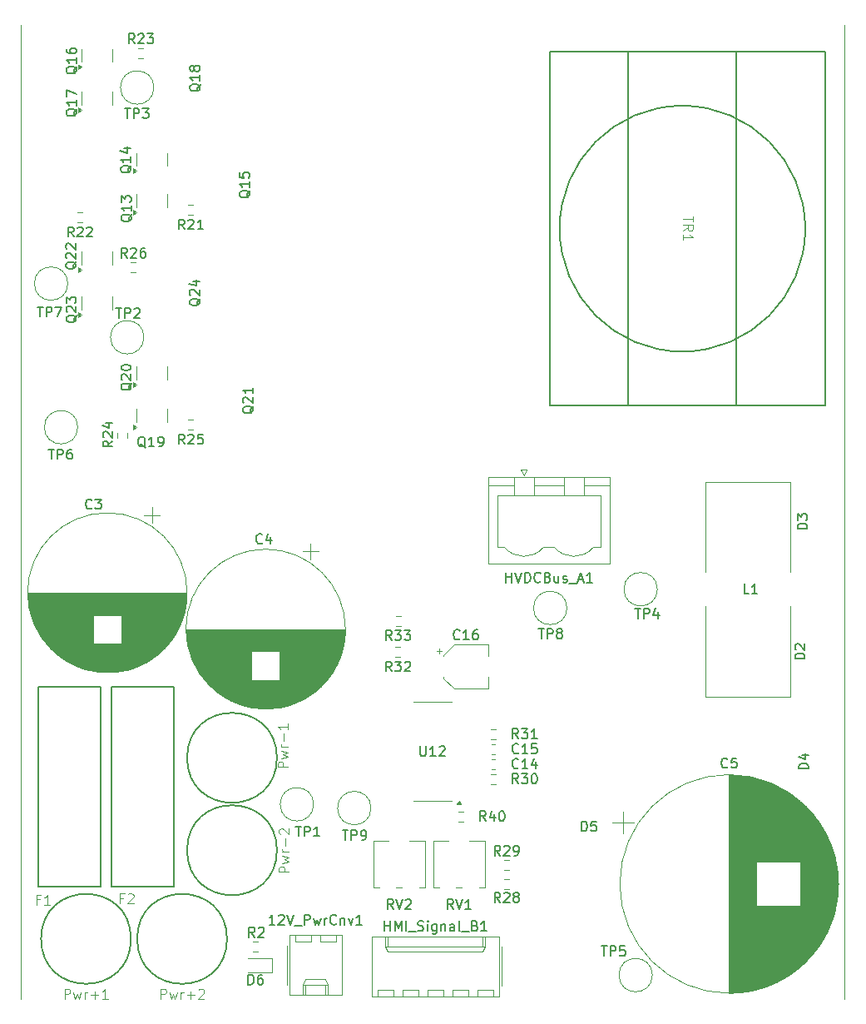
<source format=gbr>
%TF.GenerationSoftware,KiCad,Pcbnew,9.0.3*%
%TF.CreationDate,2025-08-21T00:43:34-03:00*%
%TF.ProjectId,PCB_Conversor,5043425f-436f-46e7-9665-72736f722e6b,rev?*%
%TF.SameCoordinates,Original*%
%TF.FileFunction,Legend,Top*%
%TF.FilePolarity,Positive*%
%FSLAX46Y46*%
G04 Gerber Fmt 4.6, Leading zero omitted, Abs format (unit mm)*
G04 Created by KiCad (PCBNEW 9.0.3) date 2025-08-21 00:43:34*
%MOMM*%
%LPD*%
G01*
G04 APERTURE LIST*
%ADD10C,0.100000*%
%ADD11C,0.150000*%
%ADD12C,0.149860*%
%ADD13C,0.120000*%
G04 APERTURE END LIST*
D10*
X144767000Y-147745246D02*
X144767000Y-48685246D01*
X60947000Y-48685246D02*
X60947000Y-147745246D01*
X75139524Y-147694665D02*
X75139524Y-146694665D01*
X75139524Y-146694665D02*
X75520476Y-146694665D01*
X75520476Y-146694665D02*
X75615714Y-146742284D01*
X75615714Y-146742284D02*
X75663333Y-146789903D01*
X75663333Y-146789903D02*
X75710952Y-146885141D01*
X75710952Y-146885141D02*
X75710952Y-147027998D01*
X75710952Y-147027998D02*
X75663333Y-147123236D01*
X75663333Y-147123236D02*
X75615714Y-147170855D01*
X75615714Y-147170855D02*
X75520476Y-147218474D01*
X75520476Y-147218474D02*
X75139524Y-147218474D01*
X76044286Y-147027998D02*
X76234762Y-147694665D01*
X76234762Y-147694665D02*
X76425238Y-147218474D01*
X76425238Y-147218474D02*
X76615714Y-147694665D01*
X76615714Y-147694665D02*
X76806190Y-147027998D01*
X77187143Y-147694665D02*
X77187143Y-147027998D01*
X77187143Y-147218474D02*
X77234762Y-147123236D01*
X77234762Y-147123236D02*
X77282381Y-147075617D01*
X77282381Y-147075617D02*
X77377619Y-147027998D01*
X77377619Y-147027998D02*
X77472857Y-147027998D01*
X77806191Y-147313712D02*
X78568096Y-147313712D01*
X78187143Y-147694665D02*
X78187143Y-146932760D01*
X78996667Y-146789903D02*
X79044286Y-146742284D01*
X79044286Y-146742284D02*
X79139524Y-146694665D01*
X79139524Y-146694665D02*
X79377619Y-146694665D01*
X79377619Y-146694665D02*
X79472857Y-146742284D01*
X79472857Y-146742284D02*
X79520476Y-146789903D01*
X79520476Y-146789903D02*
X79568095Y-146885141D01*
X79568095Y-146885141D02*
X79568095Y-146980379D01*
X79568095Y-146980379D02*
X79520476Y-147123236D01*
X79520476Y-147123236D02*
X78949048Y-147694665D01*
X78949048Y-147694665D02*
X79568095Y-147694665D01*
D11*
X111550142Y-121243065D02*
X111216809Y-120766874D01*
X110978714Y-121243065D02*
X110978714Y-120243065D01*
X110978714Y-120243065D02*
X111359666Y-120243065D01*
X111359666Y-120243065D02*
X111454904Y-120290684D01*
X111454904Y-120290684D02*
X111502523Y-120338303D01*
X111502523Y-120338303D02*
X111550142Y-120433541D01*
X111550142Y-120433541D02*
X111550142Y-120576398D01*
X111550142Y-120576398D02*
X111502523Y-120671636D01*
X111502523Y-120671636D02*
X111454904Y-120719255D01*
X111454904Y-120719255D02*
X111359666Y-120766874D01*
X111359666Y-120766874D02*
X110978714Y-120766874D01*
X111883476Y-120243065D02*
X112502523Y-120243065D01*
X112502523Y-120243065D02*
X112169190Y-120624017D01*
X112169190Y-120624017D02*
X112312047Y-120624017D01*
X112312047Y-120624017D02*
X112407285Y-120671636D01*
X112407285Y-120671636D02*
X112454904Y-120719255D01*
X112454904Y-120719255D02*
X112502523Y-120814493D01*
X112502523Y-120814493D02*
X112502523Y-121052588D01*
X112502523Y-121052588D02*
X112454904Y-121147826D01*
X112454904Y-121147826D02*
X112407285Y-121195446D01*
X112407285Y-121195446D02*
X112312047Y-121243065D01*
X112312047Y-121243065D02*
X112026333Y-121243065D01*
X112026333Y-121243065D02*
X111931095Y-121195446D01*
X111931095Y-121195446D02*
X111883476Y-121147826D01*
X113454904Y-121243065D02*
X112883476Y-121243065D01*
X113169190Y-121243065D02*
X113169190Y-120243065D01*
X113169190Y-120243065D02*
X113073952Y-120385922D01*
X113073952Y-120385922D02*
X112978714Y-120481160D01*
X112978714Y-120481160D02*
X112883476Y-120528779D01*
X97944333Y-140801065D02*
X97944333Y-139801065D01*
X97944333Y-140277255D02*
X98515761Y-140277255D01*
X98515761Y-140801065D02*
X98515761Y-139801065D01*
X98991952Y-140801065D02*
X98991952Y-139801065D01*
X98991952Y-139801065D02*
X99325285Y-140515350D01*
X99325285Y-140515350D02*
X99658618Y-139801065D01*
X99658618Y-139801065D02*
X99658618Y-140801065D01*
X100134809Y-140801065D02*
X100134809Y-139801065D01*
X100372904Y-140896303D02*
X101134808Y-140896303D01*
X101325285Y-140753446D02*
X101468142Y-140801065D01*
X101468142Y-140801065D02*
X101706237Y-140801065D01*
X101706237Y-140801065D02*
X101801475Y-140753446D01*
X101801475Y-140753446D02*
X101849094Y-140705826D01*
X101849094Y-140705826D02*
X101896713Y-140610588D01*
X101896713Y-140610588D02*
X101896713Y-140515350D01*
X101896713Y-140515350D02*
X101849094Y-140420112D01*
X101849094Y-140420112D02*
X101801475Y-140372493D01*
X101801475Y-140372493D02*
X101706237Y-140324874D01*
X101706237Y-140324874D02*
X101515761Y-140277255D01*
X101515761Y-140277255D02*
X101420523Y-140229636D01*
X101420523Y-140229636D02*
X101372904Y-140182017D01*
X101372904Y-140182017D02*
X101325285Y-140086779D01*
X101325285Y-140086779D02*
X101325285Y-139991541D01*
X101325285Y-139991541D02*
X101372904Y-139896303D01*
X101372904Y-139896303D02*
X101420523Y-139848684D01*
X101420523Y-139848684D02*
X101515761Y-139801065D01*
X101515761Y-139801065D02*
X101753856Y-139801065D01*
X101753856Y-139801065D02*
X101896713Y-139848684D01*
X102325285Y-140801065D02*
X102325285Y-140134398D01*
X102325285Y-139801065D02*
X102277666Y-139848684D01*
X102277666Y-139848684D02*
X102325285Y-139896303D01*
X102325285Y-139896303D02*
X102372904Y-139848684D01*
X102372904Y-139848684D02*
X102325285Y-139801065D01*
X102325285Y-139801065D02*
X102325285Y-139896303D01*
X103230046Y-140134398D02*
X103230046Y-140943922D01*
X103230046Y-140943922D02*
X103182427Y-141039160D01*
X103182427Y-141039160D02*
X103134808Y-141086779D01*
X103134808Y-141086779D02*
X103039570Y-141134398D01*
X103039570Y-141134398D02*
X102896713Y-141134398D01*
X102896713Y-141134398D02*
X102801475Y-141086779D01*
X103230046Y-140753446D02*
X103134808Y-140801065D01*
X103134808Y-140801065D02*
X102944332Y-140801065D01*
X102944332Y-140801065D02*
X102849094Y-140753446D01*
X102849094Y-140753446D02*
X102801475Y-140705826D01*
X102801475Y-140705826D02*
X102753856Y-140610588D01*
X102753856Y-140610588D02*
X102753856Y-140324874D01*
X102753856Y-140324874D02*
X102801475Y-140229636D01*
X102801475Y-140229636D02*
X102849094Y-140182017D01*
X102849094Y-140182017D02*
X102944332Y-140134398D01*
X102944332Y-140134398D02*
X103134808Y-140134398D01*
X103134808Y-140134398D02*
X103230046Y-140182017D01*
X103706237Y-140134398D02*
X103706237Y-140801065D01*
X103706237Y-140229636D02*
X103753856Y-140182017D01*
X103753856Y-140182017D02*
X103849094Y-140134398D01*
X103849094Y-140134398D02*
X103991951Y-140134398D01*
X103991951Y-140134398D02*
X104087189Y-140182017D01*
X104087189Y-140182017D02*
X104134808Y-140277255D01*
X104134808Y-140277255D02*
X104134808Y-140801065D01*
X105039570Y-140801065D02*
X105039570Y-140277255D01*
X105039570Y-140277255D02*
X104991951Y-140182017D01*
X104991951Y-140182017D02*
X104896713Y-140134398D01*
X104896713Y-140134398D02*
X104706237Y-140134398D01*
X104706237Y-140134398D02*
X104610999Y-140182017D01*
X105039570Y-140753446D02*
X104944332Y-140801065D01*
X104944332Y-140801065D02*
X104706237Y-140801065D01*
X104706237Y-140801065D02*
X104610999Y-140753446D01*
X104610999Y-140753446D02*
X104563380Y-140658207D01*
X104563380Y-140658207D02*
X104563380Y-140562969D01*
X104563380Y-140562969D02*
X104610999Y-140467731D01*
X104610999Y-140467731D02*
X104706237Y-140420112D01*
X104706237Y-140420112D02*
X104944332Y-140420112D01*
X104944332Y-140420112D02*
X105039570Y-140372493D01*
X105658618Y-140801065D02*
X105563380Y-140753446D01*
X105563380Y-140753446D02*
X105515761Y-140658207D01*
X105515761Y-140658207D02*
X105515761Y-139801065D01*
X105801476Y-140896303D02*
X106563380Y-140896303D01*
X107134809Y-140277255D02*
X107277666Y-140324874D01*
X107277666Y-140324874D02*
X107325285Y-140372493D01*
X107325285Y-140372493D02*
X107372904Y-140467731D01*
X107372904Y-140467731D02*
X107372904Y-140610588D01*
X107372904Y-140610588D02*
X107325285Y-140705826D01*
X107325285Y-140705826D02*
X107277666Y-140753446D01*
X107277666Y-140753446D02*
X107182428Y-140801065D01*
X107182428Y-140801065D02*
X106801476Y-140801065D01*
X106801476Y-140801065D02*
X106801476Y-139801065D01*
X106801476Y-139801065D02*
X107134809Y-139801065D01*
X107134809Y-139801065D02*
X107230047Y-139848684D01*
X107230047Y-139848684D02*
X107277666Y-139896303D01*
X107277666Y-139896303D02*
X107325285Y-139991541D01*
X107325285Y-139991541D02*
X107325285Y-140086779D01*
X107325285Y-140086779D02*
X107277666Y-140182017D01*
X107277666Y-140182017D02*
X107230047Y-140229636D01*
X107230047Y-140229636D02*
X107134809Y-140277255D01*
X107134809Y-140277255D02*
X106801476Y-140277255D01*
X108325285Y-140801065D02*
X107753857Y-140801065D01*
X108039571Y-140801065D02*
X108039571Y-139801065D01*
X108039571Y-139801065D02*
X107944333Y-139943922D01*
X107944333Y-139943922D02*
X107849095Y-140039160D01*
X107849095Y-140039160D02*
X107753857Y-140086779D01*
X77576142Y-91304065D02*
X77242809Y-90827874D01*
X77004714Y-91304065D02*
X77004714Y-90304065D01*
X77004714Y-90304065D02*
X77385666Y-90304065D01*
X77385666Y-90304065D02*
X77480904Y-90351684D01*
X77480904Y-90351684D02*
X77528523Y-90399303D01*
X77528523Y-90399303D02*
X77576142Y-90494541D01*
X77576142Y-90494541D02*
X77576142Y-90637398D01*
X77576142Y-90637398D02*
X77528523Y-90732636D01*
X77528523Y-90732636D02*
X77480904Y-90780255D01*
X77480904Y-90780255D02*
X77385666Y-90827874D01*
X77385666Y-90827874D02*
X77004714Y-90827874D01*
X77957095Y-90399303D02*
X78004714Y-90351684D01*
X78004714Y-90351684D02*
X78099952Y-90304065D01*
X78099952Y-90304065D02*
X78338047Y-90304065D01*
X78338047Y-90304065D02*
X78433285Y-90351684D01*
X78433285Y-90351684D02*
X78480904Y-90399303D01*
X78480904Y-90399303D02*
X78528523Y-90494541D01*
X78528523Y-90494541D02*
X78528523Y-90589779D01*
X78528523Y-90589779D02*
X78480904Y-90732636D01*
X78480904Y-90732636D02*
X77909476Y-91304065D01*
X77909476Y-91304065D02*
X78528523Y-91304065D01*
X79433285Y-90304065D02*
X78957095Y-90304065D01*
X78957095Y-90304065D02*
X78909476Y-90780255D01*
X78909476Y-90780255D02*
X78957095Y-90732636D01*
X78957095Y-90732636D02*
X79052333Y-90685017D01*
X79052333Y-90685017D02*
X79290428Y-90685017D01*
X79290428Y-90685017D02*
X79385666Y-90732636D01*
X79385666Y-90732636D02*
X79433285Y-90780255D01*
X79433285Y-90780255D02*
X79480904Y-90875493D01*
X79480904Y-90875493D02*
X79480904Y-91113588D01*
X79480904Y-91113588D02*
X79433285Y-91208826D01*
X79433285Y-91208826D02*
X79385666Y-91256446D01*
X79385666Y-91256446D02*
X79290428Y-91304065D01*
X79290428Y-91304065D02*
X79052333Y-91304065D01*
X79052333Y-91304065D02*
X78957095Y-91256446D01*
X78957095Y-91256446D02*
X78909476Y-91208826D01*
X105581142Y-111089826D02*
X105533523Y-111137446D01*
X105533523Y-111137446D02*
X105390666Y-111185065D01*
X105390666Y-111185065D02*
X105295428Y-111185065D01*
X105295428Y-111185065D02*
X105152571Y-111137446D01*
X105152571Y-111137446D02*
X105057333Y-111042207D01*
X105057333Y-111042207D02*
X105009714Y-110946969D01*
X105009714Y-110946969D02*
X104962095Y-110756493D01*
X104962095Y-110756493D02*
X104962095Y-110613636D01*
X104962095Y-110613636D02*
X105009714Y-110423160D01*
X105009714Y-110423160D02*
X105057333Y-110327922D01*
X105057333Y-110327922D02*
X105152571Y-110232684D01*
X105152571Y-110232684D02*
X105295428Y-110185065D01*
X105295428Y-110185065D02*
X105390666Y-110185065D01*
X105390666Y-110185065D02*
X105533523Y-110232684D01*
X105533523Y-110232684D02*
X105581142Y-110280303D01*
X106533523Y-111185065D02*
X105962095Y-111185065D01*
X106247809Y-111185065D02*
X106247809Y-110185065D01*
X106247809Y-110185065D02*
X106152571Y-110327922D01*
X106152571Y-110327922D02*
X106057333Y-110423160D01*
X106057333Y-110423160D02*
X105962095Y-110470779D01*
X107390666Y-110185065D02*
X107200190Y-110185065D01*
X107200190Y-110185065D02*
X107104952Y-110232684D01*
X107104952Y-110232684D02*
X107057333Y-110280303D01*
X107057333Y-110280303D02*
X106962095Y-110423160D01*
X106962095Y-110423160D02*
X106914476Y-110613636D01*
X106914476Y-110613636D02*
X106914476Y-110994588D01*
X106914476Y-110994588D02*
X106962095Y-111089826D01*
X106962095Y-111089826D02*
X107009714Y-111137446D01*
X107009714Y-111137446D02*
X107104952Y-111185065D01*
X107104952Y-111185065D02*
X107295428Y-111185065D01*
X107295428Y-111185065D02*
X107390666Y-111137446D01*
X107390666Y-111137446D02*
X107438285Y-111089826D01*
X107438285Y-111089826D02*
X107485904Y-110994588D01*
X107485904Y-110994588D02*
X107485904Y-110756493D01*
X107485904Y-110756493D02*
X107438285Y-110661255D01*
X107438285Y-110661255D02*
X107390666Y-110613636D01*
X107390666Y-110613636D02*
X107295428Y-110566017D01*
X107295428Y-110566017D02*
X107104952Y-110566017D01*
X107104952Y-110566017D02*
X107009714Y-110613636D01*
X107009714Y-110613636D02*
X106962095Y-110661255D01*
X106962095Y-110661255D02*
X106914476Y-110756493D01*
X66296642Y-70222065D02*
X65963309Y-69745874D01*
X65725214Y-70222065D02*
X65725214Y-69222065D01*
X65725214Y-69222065D02*
X66106166Y-69222065D01*
X66106166Y-69222065D02*
X66201404Y-69269684D01*
X66201404Y-69269684D02*
X66249023Y-69317303D01*
X66249023Y-69317303D02*
X66296642Y-69412541D01*
X66296642Y-69412541D02*
X66296642Y-69555398D01*
X66296642Y-69555398D02*
X66249023Y-69650636D01*
X66249023Y-69650636D02*
X66201404Y-69698255D01*
X66201404Y-69698255D02*
X66106166Y-69745874D01*
X66106166Y-69745874D02*
X65725214Y-69745874D01*
X66677595Y-69317303D02*
X66725214Y-69269684D01*
X66725214Y-69269684D02*
X66820452Y-69222065D01*
X66820452Y-69222065D02*
X67058547Y-69222065D01*
X67058547Y-69222065D02*
X67153785Y-69269684D01*
X67153785Y-69269684D02*
X67201404Y-69317303D01*
X67201404Y-69317303D02*
X67249023Y-69412541D01*
X67249023Y-69412541D02*
X67249023Y-69507779D01*
X67249023Y-69507779D02*
X67201404Y-69650636D01*
X67201404Y-69650636D02*
X66629976Y-70222065D01*
X66629976Y-70222065D02*
X67249023Y-70222065D01*
X67629976Y-69317303D02*
X67677595Y-69269684D01*
X67677595Y-69269684D02*
X67772833Y-69222065D01*
X67772833Y-69222065D02*
X68010928Y-69222065D01*
X68010928Y-69222065D02*
X68106166Y-69269684D01*
X68106166Y-69269684D02*
X68153785Y-69317303D01*
X68153785Y-69317303D02*
X68201404Y-69412541D01*
X68201404Y-69412541D02*
X68201404Y-69507779D01*
X68201404Y-69507779D02*
X68153785Y-69650636D01*
X68153785Y-69650636D02*
X67582357Y-70222065D01*
X67582357Y-70222065D02*
X68201404Y-70222065D01*
X70607095Y-77477065D02*
X71178523Y-77477065D01*
X70892809Y-78477065D02*
X70892809Y-77477065D01*
X71511857Y-78477065D02*
X71511857Y-77477065D01*
X71511857Y-77477065D02*
X71892809Y-77477065D01*
X71892809Y-77477065D02*
X71988047Y-77524684D01*
X71988047Y-77524684D02*
X72035666Y-77572303D01*
X72035666Y-77572303D02*
X72083285Y-77667541D01*
X72083285Y-77667541D02*
X72083285Y-77810398D01*
X72083285Y-77810398D02*
X72035666Y-77905636D01*
X72035666Y-77905636D02*
X71988047Y-77953255D01*
X71988047Y-77953255D02*
X71892809Y-78000874D01*
X71892809Y-78000874D02*
X71511857Y-78000874D01*
X72464238Y-77572303D02*
X72511857Y-77524684D01*
X72511857Y-77524684D02*
X72607095Y-77477065D01*
X72607095Y-77477065D02*
X72845190Y-77477065D01*
X72845190Y-77477065D02*
X72940428Y-77524684D01*
X72940428Y-77524684D02*
X72988047Y-77572303D01*
X72988047Y-77572303D02*
X73035666Y-77667541D01*
X73035666Y-77667541D02*
X73035666Y-77762779D01*
X73035666Y-77762779D02*
X72988047Y-77905636D01*
X72988047Y-77905636D02*
X72416619Y-78477065D01*
X72416619Y-78477065D02*
X73035666Y-78477065D01*
X72496142Y-50554865D02*
X72162809Y-50078674D01*
X71924714Y-50554865D02*
X71924714Y-49554865D01*
X71924714Y-49554865D02*
X72305666Y-49554865D01*
X72305666Y-49554865D02*
X72400904Y-49602484D01*
X72400904Y-49602484D02*
X72448523Y-49650103D01*
X72448523Y-49650103D02*
X72496142Y-49745341D01*
X72496142Y-49745341D02*
X72496142Y-49888198D01*
X72496142Y-49888198D02*
X72448523Y-49983436D01*
X72448523Y-49983436D02*
X72400904Y-50031055D01*
X72400904Y-50031055D02*
X72305666Y-50078674D01*
X72305666Y-50078674D02*
X71924714Y-50078674D01*
X72877095Y-49650103D02*
X72924714Y-49602484D01*
X72924714Y-49602484D02*
X73019952Y-49554865D01*
X73019952Y-49554865D02*
X73258047Y-49554865D01*
X73258047Y-49554865D02*
X73353285Y-49602484D01*
X73353285Y-49602484D02*
X73400904Y-49650103D01*
X73400904Y-49650103D02*
X73448523Y-49745341D01*
X73448523Y-49745341D02*
X73448523Y-49840579D01*
X73448523Y-49840579D02*
X73400904Y-49983436D01*
X73400904Y-49983436D02*
X72829476Y-50554865D01*
X72829476Y-50554865D02*
X73448523Y-50554865D01*
X73781857Y-49554865D02*
X74400904Y-49554865D01*
X74400904Y-49554865D02*
X74067571Y-49935817D01*
X74067571Y-49935817D02*
X74210428Y-49935817D01*
X74210428Y-49935817D02*
X74305666Y-49983436D01*
X74305666Y-49983436D02*
X74353285Y-50031055D01*
X74353285Y-50031055D02*
X74400904Y-50126293D01*
X74400904Y-50126293D02*
X74400904Y-50364388D01*
X74400904Y-50364388D02*
X74353285Y-50459626D01*
X74353285Y-50459626D02*
X74305666Y-50507246D01*
X74305666Y-50507246D02*
X74210428Y-50554865D01*
X74210428Y-50554865D02*
X73924714Y-50554865D01*
X73924714Y-50554865D02*
X73829476Y-50507246D01*
X73829476Y-50507246D02*
X73781857Y-50459626D01*
X84719333Y-141436065D02*
X84386000Y-140959874D01*
X84147905Y-141436065D02*
X84147905Y-140436065D01*
X84147905Y-140436065D02*
X84528857Y-140436065D01*
X84528857Y-140436065D02*
X84624095Y-140483684D01*
X84624095Y-140483684D02*
X84671714Y-140531303D01*
X84671714Y-140531303D02*
X84719333Y-140626541D01*
X84719333Y-140626541D02*
X84719333Y-140769398D01*
X84719333Y-140769398D02*
X84671714Y-140864636D01*
X84671714Y-140864636D02*
X84624095Y-140912255D01*
X84624095Y-140912255D02*
X84528857Y-140959874D01*
X84528857Y-140959874D02*
X84147905Y-140959874D01*
X85100286Y-140531303D02*
X85147905Y-140483684D01*
X85147905Y-140483684D02*
X85243143Y-140436065D01*
X85243143Y-140436065D02*
X85481238Y-140436065D01*
X85481238Y-140436065D02*
X85576476Y-140483684D01*
X85576476Y-140483684D02*
X85624095Y-140531303D01*
X85624095Y-140531303D02*
X85671714Y-140626541D01*
X85671714Y-140626541D02*
X85671714Y-140721779D01*
X85671714Y-140721779D02*
X85624095Y-140864636D01*
X85624095Y-140864636D02*
X85052667Y-141436065D01*
X85052667Y-141436065D02*
X85671714Y-141436065D01*
X68146333Y-97811826D02*
X68098714Y-97859446D01*
X68098714Y-97859446D02*
X67955857Y-97907065D01*
X67955857Y-97907065D02*
X67860619Y-97907065D01*
X67860619Y-97907065D02*
X67717762Y-97859446D01*
X67717762Y-97859446D02*
X67622524Y-97764207D01*
X67622524Y-97764207D02*
X67574905Y-97668969D01*
X67574905Y-97668969D02*
X67527286Y-97478493D01*
X67527286Y-97478493D02*
X67527286Y-97335636D01*
X67527286Y-97335636D02*
X67574905Y-97145160D01*
X67574905Y-97145160D02*
X67622524Y-97049922D01*
X67622524Y-97049922D02*
X67717762Y-96954684D01*
X67717762Y-96954684D02*
X67860619Y-96907065D01*
X67860619Y-96907065D02*
X67955857Y-96907065D01*
X67955857Y-96907065D02*
X68098714Y-96954684D01*
X68098714Y-96954684D02*
X68146333Y-97002303D01*
X68479667Y-96907065D02*
X69098714Y-96907065D01*
X69098714Y-96907065D02*
X68765381Y-97288017D01*
X68765381Y-97288017D02*
X68908238Y-97288017D01*
X68908238Y-97288017D02*
X69003476Y-97335636D01*
X69003476Y-97335636D02*
X69051095Y-97383255D01*
X69051095Y-97383255D02*
X69098714Y-97478493D01*
X69098714Y-97478493D02*
X69098714Y-97716588D01*
X69098714Y-97716588D02*
X69051095Y-97811826D01*
X69051095Y-97811826D02*
X69003476Y-97859446D01*
X69003476Y-97859446D02*
X68908238Y-97907065D01*
X68908238Y-97907065D02*
X68622524Y-97907065D01*
X68622524Y-97907065D02*
X68527286Y-97859446D01*
X68527286Y-97859446D02*
X68479667Y-97811826D01*
X98658142Y-114418065D02*
X98324809Y-113941874D01*
X98086714Y-114418065D02*
X98086714Y-113418065D01*
X98086714Y-113418065D02*
X98467666Y-113418065D01*
X98467666Y-113418065D02*
X98562904Y-113465684D01*
X98562904Y-113465684D02*
X98610523Y-113513303D01*
X98610523Y-113513303D02*
X98658142Y-113608541D01*
X98658142Y-113608541D02*
X98658142Y-113751398D01*
X98658142Y-113751398D02*
X98610523Y-113846636D01*
X98610523Y-113846636D02*
X98562904Y-113894255D01*
X98562904Y-113894255D02*
X98467666Y-113941874D01*
X98467666Y-113941874D02*
X98086714Y-113941874D01*
X98991476Y-113418065D02*
X99610523Y-113418065D01*
X99610523Y-113418065D02*
X99277190Y-113799017D01*
X99277190Y-113799017D02*
X99420047Y-113799017D01*
X99420047Y-113799017D02*
X99515285Y-113846636D01*
X99515285Y-113846636D02*
X99562904Y-113894255D01*
X99562904Y-113894255D02*
X99610523Y-113989493D01*
X99610523Y-113989493D02*
X99610523Y-114227588D01*
X99610523Y-114227588D02*
X99562904Y-114322826D01*
X99562904Y-114322826D02*
X99515285Y-114370446D01*
X99515285Y-114370446D02*
X99420047Y-114418065D01*
X99420047Y-114418065D02*
X99134333Y-114418065D01*
X99134333Y-114418065D02*
X99039095Y-114370446D01*
X99039095Y-114370446D02*
X98991476Y-114322826D01*
X99991476Y-113513303D02*
X100039095Y-113465684D01*
X100039095Y-113465684D02*
X100134333Y-113418065D01*
X100134333Y-113418065D02*
X100372428Y-113418065D01*
X100372428Y-113418065D02*
X100467666Y-113465684D01*
X100467666Y-113465684D02*
X100515285Y-113513303D01*
X100515285Y-113513303D02*
X100562904Y-113608541D01*
X100562904Y-113608541D02*
X100562904Y-113703779D01*
X100562904Y-113703779D02*
X100515285Y-113846636D01*
X100515285Y-113846636D02*
X99943857Y-114418065D01*
X99943857Y-114418065D02*
X100562904Y-114418065D01*
X70258819Y-90984103D02*
X69782628Y-91317436D01*
X70258819Y-91555531D02*
X69258819Y-91555531D01*
X69258819Y-91555531D02*
X69258819Y-91174579D01*
X69258819Y-91174579D02*
X69306438Y-91079341D01*
X69306438Y-91079341D02*
X69354057Y-91031722D01*
X69354057Y-91031722D02*
X69449295Y-90984103D01*
X69449295Y-90984103D02*
X69592152Y-90984103D01*
X69592152Y-90984103D02*
X69687390Y-91031722D01*
X69687390Y-91031722D02*
X69735009Y-91079341D01*
X69735009Y-91079341D02*
X69782628Y-91174579D01*
X69782628Y-91174579D02*
X69782628Y-91555531D01*
X69354057Y-90603150D02*
X69306438Y-90555531D01*
X69306438Y-90555531D02*
X69258819Y-90460293D01*
X69258819Y-90460293D02*
X69258819Y-90222198D01*
X69258819Y-90222198D02*
X69306438Y-90126960D01*
X69306438Y-90126960D02*
X69354057Y-90079341D01*
X69354057Y-90079341D02*
X69449295Y-90031722D01*
X69449295Y-90031722D02*
X69544533Y-90031722D01*
X69544533Y-90031722D02*
X69687390Y-90079341D01*
X69687390Y-90079341D02*
X70258819Y-90650769D01*
X70258819Y-90650769D02*
X70258819Y-90031722D01*
X69592152Y-89174579D02*
X70258819Y-89174579D01*
X69211200Y-89412674D02*
X69925485Y-89650769D01*
X69925485Y-89650769D02*
X69925485Y-89031722D01*
X85481333Y-101335826D02*
X85433714Y-101383446D01*
X85433714Y-101383446D02*
X85290857Y-101431065D01*
X85290857Y-101431065D02*
X85195619Y-101431065D01*
X85195619Y-101431065D02*
X85052762Y-101383446D01*
X85052762Y-101383446D02*
X84957524Y-101288207D01*
X84957524Y-101288207D02*
X84909905Y-101192969D01*
X84909905Y-101192969D02*
X84862286Y-101002493D01*
X84862286Y-101002493D02*
X84862286Y-100859636D01*
X84862286Y-100859636D02*
X84909905Y-100669160D01*
X84909905Y-100669160D02*
X84957524Y-100573922D01*
X84957524Y-100573922D02*
X85052762Y-100478684D01*
X85052762Y-100478684D02*
X85195619Y-100431065D01*
X85195619Y-100431065D02*
X85290857Y-100431065D01*
X85290857Y-100431065D02*
X85433714Y-100478684D01*
X85433714Y-100478684D02*
X85481333Y-100526303D01*
X86338476Y-100764398D02*
X86338476Y-101431065D01*
X86100381Y-100383446D02*
X85862286Y-101097731D01*
X85862286Y-101097731D02*
X86481333Y-101097731D01*
X120009095Y-142341065D02*
X120580523Y-142341065D01*
X120294809Y-143341065D02*
X120294809Y-142341065D01*
X120913857Y-143341065D02*
X120913857Y-142341065D01*
X120913857Y-142341065D02*
X121294809Y-142341065D01*
X121294809Y-142341065D02*
X121390047Y-142388684D01*
X121390047Y-142388684D02*
X121437666Y-142436303D01*
X121437666Y-142436303D02*
X121485285Y-142531541D01*
X121485285Y-142531541D02*
X121485285Y-142674398D01*
X121485285Y-142674398D02*
X121437666Y-142769636D01*
X121437666Y-142769636D02*
X121390047Y-142817255D01*
X121390047Y-142817255D02*
X121294809Y-142864874D01*
X121294809Y-142864874D02*
X120913857Y-142864874D01*
X122390047Y-142341065D02*
X121913857Y-142341065D01*
X121913857Y-142341065D02*
X121866238Y-142817255D01*
X121866238Y-142817255D02*
X121913857Y-142769636D01*
X121913857Y-142769636D02*
X122009095Y-142722017D01*
X122009095Y-142722017D02*
X122247190Y-142722017D01*
X122247190Y-142722017D02*
X122342428Y-142769636D01*
X122342428Y-142769636D02*
X122390047Y-142817255D01*
X122390047Y-142817255D02*
X122437666Y-142912493D01*
X122437666Y-142912493D02*
X122437666Y-143150588D01*
X122437666Y-143150588D02*
X122390047Y-143245826D01*
X122390047Y-143245826D02*
X122342428Y-143293446D01*
X122342428Y-143293446D02*
X122247190Y-143341065D01*
X122247190Y-143341065D02*
X122009095Y-143341065D01*
X122009095Y-143341065D02*
X121913857Y-143293446D01*
X121913857Y-143293446D02*
X121866238Y-143245826D01*
X132836333Y-124137826D02*
X132788714Y-124185446D01*
X132788714Y-124185446D02*
X132645857Y-124233065D01*
X132645857Y-124233065D02*
X132550619Y-124233065D01*
X132550619Y-124233065D02*
X132407762Y-124185446D01*
X132407762Y-124185446D02*
X132312524Y-124090207D01*
X132312524Y-124090207D02*
X132264905Y-123994969D01*
X132264905Y-123994969D02*
X132217286Y-123804493D01*
X132217286Y-123804493D02*
X132217286Y-123661636D01*
X132217286Y-123661636D02*
X132264905Y-123471160D01*
X132264905Y-123471160D02*
X132312524Y-123375922D01*
X132312524Y-123375922D02*
X132407762Y-123280684D01*
X132407762Y-123280684D02*
X132550619Y-123233065D01*
X132550619Y-123233065D02*
X132645857Y-123233065D01*
X132645857Y-123233065D02*
X132788714Y-123280684D01*
X132788714Y-123280684D02*
X132836333Y-123328303D01*
X133741095Y-123233065D02*
X133264905Y-123233065D01*
X133264905Y-123233065D02*
X133217286Y-123709255D01*
X133217286Y-123709255D02*
X133264905Y-123661636D01*
X133264905Y-123661636D02*
X133360143Y-123614017D01*
X133360143Y-123614017D02*
X133598238Y-123614017D01*
X133598238Y-123614017D02*
X133693476Y-123661636D01*
X133693476Y-123661636D02*
X133741095Y-123709255D01*
X133741095Y-123709255D02*
X133788714Y-123804493D01*
X133788714Y-123804493D02*
X133788714Y-124042588D01*
X133788714Y-124042588D02*
X133741095Y-124137826D01*
X133741095Y-124137826D02*
X133693476Y-124185446D01*
X133693476Y-124185446D02*
X133598238Y-124233065D01*
X133598238Y-124233065D02*
X133360143Y-124233065D01*
X133360143Y-124233065D02*
X133264905Y-124185446D01*
X133264905Y-124185446D02*
X133217286Y-124137826D01*
X109707142Y-133148065D02*
X109373809Y-132671874D01*
X109135714Y-133148065D02*
X109135714Y-132148065D01*
X109135714Y-132148065D02*
X109516666Y-132148065D01*
X109516666Y-132148065D02*
X109611904Y-132195684D01*
X109611904Y-132195684D02*
X109659523Y-132243303D01*
X109659523Y-132243303D02*
X109707142Y-132338541D01*
X109707142Y-132338541D02*
X109707142Y-132481398D01*
X109707142Y-132481398D02*
X109659523Y-132576636D01*
X109659523Y-132576636D02*
X109611904Y-132624255D01*
X109611904Y-132624255D02*
X109516666Y-132671874D01*
X109516666Y-132671874D02*
X109135714Y-132671874D01*
X110088095Y-132243303D02*
X110135714Y-132195684D01*
X110135714Y-132195684D02*
X110230952Y-132148065D01*
X110230952Y-132148065D02*
X110469047Y-132148065D01*
X110469047Y-132148065D02*
X110564285Y-132195684D01*
X110564285Y-132195684D02*
X110611904Y-132243303D01*
X110611904Y-132243303D02*
X110659523Y-132338541D01*
X110659523Y-132338541D02*
X110659523Y-132433779D01*
X110659523Y-132433779D02*
X110611904Y-132576636D01*
X110611904Y-132576636D02*
X110040476Y-133148065D01*
X110040476Y-133148065D02*
X110659523Y-133148065D01*
X111135714Y-133148065D02*
X111326190Y-133148065D01*
X111326190Y-133148065D02*
X111421428Y-133100446D01*
X111421428Y-133100446D02*
X111469047Y-133052826D01*
X111469047Y-133052826D02*
X111564285Y-132909969D01*
X111564285Y-132909969D02*
X111611904Y-132719493D01*
X111611904Y-132719493D02*
X111611904Y-132338541D01*
X111611904Y-132338541D02*
X111564285Y-132243303D01*
X111564285Y-132243303D02*
X111516666Y-132195684D01*
X111516666Y-132195684D02*
X111421428Y-132148065D01*
X111421428Y-132148065D02*
X111230952Y-132148065D01*
X111230952Y-132148065D02*
X111135714Y-132195684D01*
X111135714Y-132195684D02*
X111088095Y-132243303D01*
X111088095Y-132243303D02*
X111040476Y-132338541D01*
X111040476Y-132338541D02*
X111040476Y-132576636D01*
X111040476Y-132576636D02*
X111088095Y-132671874D01*
X111088095Y-132671874D02*
X111135714Y-132719493D01*
X111135714Y-132719493D02*
X111230952Y-132767112D01*
X111230952Y-132767112D02*
X111421428Y-132767112D01*
X111421428Y-132767112D02*
X111516666Y-132719493D01*
X111516666Y-132719493D02*
X111564285Y-132671874D01*
X111564285Y-132671874D02*
X111611904Y-132576636D01*
X72165057Y-62972674D02*
X72117438Y-63067912D01*
X72117438Y-63067912D02*
X72022200Y-63163150D01*
X72022200Y-63163150D02*
X71879342Y-63306007D01*
X71879342Y-63306007D02*
X71831723Y-63401245D01*
X71831723Y-63401245D02*
X71831723Y-63496483D01*
X72069819Y-63448864D02*
X72022200Y-63544102D01*
X72022200Y-63544102D02*
X71926961Y-63639340D01*
X71926961Y-63639340D02*
X71736485Y-63686959D01*
X71736485Y-63686959D02*
X71403152Y-63686959D01*
X71403152Y-63686959D02*
X71212676Y-63639340D01*
X71212676Y-63639340D02*
X71117438Y-63544102D01*
X71117438Y-63544102D02*
X71069819Y-63448864D01*
X71069819Y-63448864D02*
X71069819Y-63258388D01*
X71069819Y-63258388D02*
X71117438Y-63163150D01*
X71117438Y-63163150D02*
X71212676Y-63067912D01*
X71212676Y-63067912D02*
X71403152Y-63020293D01*
X71403152Y-63020293D02*
X71736485Y-63020293D01*
X71736485Y-63020293D02*
X71926961Y-63067912D01*
X71926961Y-63067912D02*
X72022200Y-63163150D01*
X72022200Y-63163150D02*
X72069819Y-63258388D01*
X72069819Y-63258388D02*
X72069819Y-63448864D01*
X72069819Y-62067912D02*
X72069819Y-62639340D01*
X72069819Y-62353626D02*
X71069819Y-62353626D01*
X71069819Y-62353626D02*
X71212676Y-62448864D01*
X71212676Y-62448864D02*
X71307914Y-62544102D01*
X71307914Y-62544102D02*
X71355533Y-62639340D01*
X71403152Y-61210769D02*
X72069819Y-61210769D01*
X71022200Y-61448864D02*
X71736485Y-61686959D01*
X71736485Y-61686959D02*
X71736485Y-61067912D01*
X98832761Y-138601065D02*
X98499428Y-138124874D01*
X98261333Y-138601065D02*
X98261333Y-137601065D01*
X98261333Y-137601065D02*
X98642285Y-137601065D01*
X98642285Y-137601065D02*
X98737523Y-137648684D01*
X98737523Y-137648684D02*
X98785142Y-137696303D01*
X98785142Y-137696303D02*
X98832761Y-137791541D01*
X98832761Y-137791541D02*
X98832761Y-137934398D01*
X98832761Y-137934398D02*
X98785142Y-138029636D01*
X98785142Y-138029636D02*
X98737523Y-138077255D01*
X98737523Y-138077255D02*
X98642285Y-138124874D01*
X98642285Y-138124874D02*
X98261333Y-138124874D01*
X99118476Y-137601065D02*
X99451809Y-138601065D01*
X99451809Y-138601065D02*
X99785142Y-137601065D01*
X100070857Y-137696303D02*
X100118476Y-137648684D01*
X100118476Y-137648684D02*
X100213714Y-137601065D01*
X100213714Y-137601065D02*
X100451809Y-137601065D01*
X100451809Y-137601065D02*
X100547047Y-137648684D01*
X100547047Y-137648684D02*
X100594666Y-137696303D01*
X100594666Y-137696303D02*
X100642285Y-137791541D01*
X100642285Y-137791541D02*
X100642285Y-137886779D01*
X100642285Y-137886779D02*
X100594666Y-138029636D01*
X100594666Y-138029636D02*
X100023238Y-138601065D01*
X100023238Y-138601065D02*
X100642285Y-138601065D01*
D10*
X62835666Y-137612855D02*
X62502333Y-137612855D01*
X62502333Y-138136665D02*
X62502333Y-137136665D01*
X62502333Y-137136665D02*
X62978523Y-137136665D01*
X63883285Y-138136665D02*
X63311857Y-138136665D01*
X63597571Y-138136665D02*
X63597571Y-137136665D01*
X63597571Y-137136665D02*
X63502333Y-137279522D01*
X63502333Y-137279522D02*
X63407095Y-137374760D01*
X63407095Y-137374760D02*
X63311857Y-137422379D01*
D11*
X77576142Y-69460065D02*
X77242809Y-68983874D01*
X77004714Y-69460065D02*
X77004714Y-68460065D01*
X77004714Y-68460065D02*
X77385666Y-68460065D01*
X77385666Y-68460065D02*
X77480904Y-68507684D01*
X77480904Y-68507684D02*
X77528523Y-68555303D01*
X77528523Y-68555303D02*
X77576142Y-68650541D01*
X77576142Y-68650541D02*
X77576142Y-68793398D01*
X77576142Y-68793398D02*
X77528523Y-68888636D01*
X77528523Y-68888636D02*
X77480904Y-68936255D01*
X77480904Y-68936255D02*
X77385666Y-68983874D01*
X77385666Y-68983874D02*
X77004714Y-68983874D01*
X77957095Y-68555303D02*
X78004714Y-68507684D01*
X78004714Y-68507684D02*
X78099952Y-68460065D01*
X78099952Y-68460065D02*
X78338047Y-68460065D01*
X78338047Y-68460065D02*
X78433285Y-68507684D01*
X78433285Y-68507684D02*
X78480904Y-68555303D01*
X78480904Y-68555303D02*
X78528523Y-68650541D01*
X78528523Y-68650541D02*
X78528523Y-68745779D01*
X78528523Y-68745779D02*
X78480904Y-68888636D01*
X78480904Y-68888636D02*
X77909476Y-69460065D01*
X77909476Y-69460065D02*
X78528523Y-69460065D01*
X79480904Y-69460065D02*
X78909476Y-69460065D01*
X79195190Y-69460065D02*
X79195190Y-68460065D01*
X79195190Y-68460065D02*
X79099952Y-68602922D01*
X79099952Y-68602922D02*
X79004714Y-68698160D01*
X79004714Y-68698160D02*
X78909476Y-68745779D01*
X108246142Y-129625065D02*
X107912809Y-129148874D01*
X107674714Y-129625065D02*
X107674714Y-128625065D01*
X107674714Y-128625065D02*
X108055666Y-128625065D01*
X108055666Y-128625065D02*
X108150904Y-128672684D01*
X108150904Y-128672684D02*
X108198523Y-128720303D01*
X108198523Y-128720303D02*
X108246142Y-128815541D01*
X108246142Y-128815541D02*
X108246142Y-128958398D01*
X108246142Y-128958398D02*
X108198523Y-129053636D01*
X108198523Y-129053636D02*
X108150904Y-129101255D01*
X108150904Y-129101255D02*
X108055666Y-129148874D01*
X108055666Y-129148874D02*
X107674714Y-129148874D01*
X109103285Y-128958398D02*
X109103285Y-129625065D01*
X108865190Y-128577446D02*
X108627095Y-129291731D01*
X108627095Y-129291731D02*
X109246142Y-129291731D01*
X109817571Y-128625065D02*
X109912809Y-128625065D01*
X109912809Y-128625065D02*
X110008047Y-128672684D01*
X110008047Y-128672684D02*
X110055666Y-128720303D01*
X110055666Y-128720303D02*
X110103285Y-128815541D01*
X110103285Y-128815541D02*
X110150904Y-129006017D01*
X110150904Y-129006017D02*
X110150904Y-129244112D01*
X110150904Y-129244112D02*
X110103285Y-129434588D01*
X110103285Y-129434588D02*
X110055666Y-129529826D01*
X110055666Y-129529826D02*
X110008047Y-129577446D01*
X110008047Y-129577446D02*
X109912809Y-129625065D01*
X109912809Y-129625065D02*
X109817571Y-129625065D01*
X109817571Y-129625065D02*
X109722333Y-129577446D01*
X109722333Y-129577446D02*
X109674714Y-129529826D01*
X109674714Y-129529826D02*
X109627095Y-129434588D01*
X109627095Y-129434588D02*
X109579476Y-129244112D01*
X109579476Y-129244112D02*
X109579476Y-129006017D01*
X109579476Y-129006017D02*
X109627095Y-128815541D01*
X109627095Y-128815541D02*
X109674714Y-128720303D01*
X109674714Y-128720303D02*
X109722333Y-128672684D01*
X109722333Y-128672684D02*
X109817571Y-128625065D01*
X63749095Y-91828065D02*
X64320523Y-91828065D01*
X64034809Y-92828065D02*
X64034809Y-91828065D01*
X64653857Y-92828065D02*
X64653857Y-91828065D01*
X64653857Y-91828065D02*
X65034809Y-91828065D01*
X65034809Y-91828065D02*
X65130047Y-91875684D01*
X65130047Y-91875684D02*
X65177666Y-91923303D01*
X65177666Y-91923303D02*
X65225285Y-92018541D01*
X65225285Y-92018541D02*
X65225285Y-92161398D01*
X65225285Y-92161398D02*
X65177666Y-92256636D01*
X65177666Y-92256636D02*
X65130047Y-92304255D01*
X65130047Y-92304255D02*
X65034809Y-92351874D01*
X65034809Y-92351874D02*
X64653857Y-92351874D01*
X66082428Y-91828065D02*
X65891952Y-91828065D01*
X65891952Y-91828065D02*
X65796714Y-91875684D01*
X65796714Y-91875684D02*
X65749095Y-91923303D01*
X65749095Y-91923303D02*
X65653857Y-92066160D01*
X65653857Y-92066160D02*
X65606238Y-92256636D01*
X65606238Y-92256636D02*
X65606238Y-92637588D01*
X65606238Y-92637588D02*
X65653857Y-92732826D01*
X65653857Y-92732826D02*
X65701476Y-92780446D01*
X65701476Y-92780446D02*
X65796714Y-92828065D01*
X65796714Y-92828065D02*
X65987190Y-92828065D01*
X65987190Y-92828065D02*
X66082428Y-92780446D01*
X66082428Y-92780446D02*
X66130047Y-92732826D01*
X66130047Y-92732826D02*
X66177666Y-92637588D01*
X66177666Y-92637588D02*
X66177666Y-92399493D01*
X66177666Y-92399493D02*
X66130047Y-92304255D01*
X66130047Y-92304255D02*
X66082428Y-92256636D01*
X66082428Y-92256636D02*
X65987190Y-92209017D01*
X65987190Y-92209017D02*
X65796714Y-92209017D01*
X65796714Y-92209017D02*
X65701476Y-92256636D01*
X65701476Y-92256636D02*
X65653857Y-92304255D01*
X65653857Y-92304255D02*
X65606238Y-92399493D01*
X84070905Y-146262065D02*
X84070905Y-145262065D01*
X84070905Y-145262065D02*
X84309000Y-145262065D01*
X84309000Y-145262065D02*
X84451857Y-145309684D01*
X84451857Y-145309684D02*
X84547095Y-145404922D01*
X84547095Y-145404922D02*
X84594714Y-145500160D01*
X84594714Y-145500160D02*
X84642333Y-145690636D01*
X84642333Y-145690636D02*
X84642333Y-145833493D01*
X84642333Y-145833493D02*
X84594714Y-146023969D01*
X84594714Y-146023969D02*
X84547095Y-146119207D01*
X84547095Y-146119207D02*
X84451857Y-146214446D01*
X84451857Y-146214446D02*
X84309000Y-146262065D01*
X84309000Y-146262065D02*
X84070905Y-146262065D01*
X85499476Y-145262065D02*
X85309000Y-145262065D01*
X85309000Y-145262065D02*
X85213762Y-145309684D01*
X85213762Y-145309684D02*
X85166143Y-145357303D01*
X85166143Y-145357303D02*
X85070905Y-145500160D01*
X85070905Y-145500160D02*
X85023286Y-145690636D01*
X85023286Y-145690636D02*
X85023286Y-146071588D01*
X85023286Y-146071588D02*
X85070905Y-146166826D01*
X85070905Y-146166826D02*
X85118524Y-146214446D01*
X85118524Y-146214446D02*
X85213762Y-146262065D01*
X85213762Y-146262065D02*
X85404238Y-146262065D01*
X85404238Y-146262065D02*
X85499476Y-146214446D01*
X85499476Y-146214446D02*
X85547095Y-146166826D01*
X85547095Y-146166826D02*
X85594714Y-146071588D01*
X85594714Y-146071588D02*
X85594714Y-145833493D01*
X85594714Y-145833493D02*
X85547095Y-145738255D01*
X85547095Y-145738255D02*
X85499476Y-145690636D01*
X85499476Y-145690636D02*
X85404238Y-145643017D01*
X85404238Y-145643017D02*
X85213762Y-145643017D01*
X85213762Y-145643017D02*
X85118524Y-145690636D01*
X85118524Y-145690636D02*
X85070905Y-145738255D01*
X85070905Y-145738255D02*
X85023286Y-145833493D01*
X66638057Y-78179674D02*
X66590438Y-78274912D01*
X66590438Y-78274912D02*
X66495200Y-78370150D01*
X66495200Y-78370150D02*
X66352342Y-78513007D01*
X66352342Y-78513007D02*
X66304723Y-78608245D01*
X66304723Y-78608245D02*
X66304723Y-78703483D01*
X66542819Y-78655864D02*
X66495200Y-78751102D01*
X66495200Y-78751102D02*
X66399961Y-78846340D01*
X66399961Y-78846340D02*
X66209485Y-78893959D01*
X66209485Y-78893959D02*
X65876152Y-78893959D01*
X65876152Y-78893959D02*
X65685676Y-78846340D01*
X65685676Y-78846340D02*
X65590438Y-78751102D01*
X65590438Y-78751102D02*
X65542819Y-78655864D01*
X65542819Y-78655864D02*
X65542819Y-78465388D01*
X65542819Y-78465388D02*
X65590438Y-78370150D01*
X65590438Y-78370150D02*
X65685676Y-78274912D01*
X65685676Y-78274912D02*
X65876152Y-78227293D01*
X65876152Y-78227293D02*
X66209485Y-78227293D01*
X66209485Y-78227293D02*
X66399961Y-78274912D01*
X66399961Y-78274912D02*
X66495200Y-78370150D01*
X66495200Y-78370150D02*
X66542819Y-78465388D01*
X66542819Y-78465388D02*
X66542819Y-78655864D01*
X65638057Y-77846340D02*
X65590438Y-77798721D01*
X65590438Y-77798721D02*
X65542819Y-77703483D01*
X65542819Y-77703483D02*
X65542819Y-77465388D01*
X65542819Y-77465388D02*
X65590438Y-77370150D01*
X65590438Y-77370150D02*
X65638057Y-77322531D01*
X65638057Y-77322531D02*
X65733295Y-77274912D01*
X65733295Y-77274912D02*
X65828533Y-77274912D01*
X65828533Y-77274912D02*
X65971390Y-77322531D01*
X65971390Y-77322531D02*
X66542819Y-77893959D01*
X66542819Y-77893959D02*
X66542819Y-77274912D01*
X65542819Y-76941578D02*
X65542819Y-76322531D01*
X65542819Y-76322531D02*
X65923771Y-76655864D01*
X65923771Y-76655864D02*
X65923771Y-76513007D01*
X65923771Y-76513007D02*
X65971390Y-76417769D01*
X65971390Y-76417769D02*
X66019009Y-76370150D01*
X66019009Y-76370150D02*
X66114247Y-76322531D01*
X66114247Y-76322531D02*
X66352342Y-76322531D01*
X66352342Y-76322531D02*
X66447580Y-76370150D01*
X66447580Y-76370150D02*
X66495200Y-76417769D01*
X66495200Y-76417769D02*
X66542819Y-76513007D01*
X66542819Y-76513007D02*
X66542819Y-76798721D01*
X66542819Y-76798721D02*
X66495200Y-76893959D01*
X66495200Y-76893959D02*
X66447580Y-76941578D01*
D10*
X65360524Y-147694665D02*
X65360524Y-146694665D01*
X65360524Y-146694665D02*
X65741476Y-146694665D01*
X65741476Y-146694665D02*
X65836714Y-146742284D01*
X65836714Y-146742284D02*
X65884333Y-146789903D01*
X65884333Y-146789903D02*
X65931952Y-146885141D01*
X65931952Y-146885141D02*
X65931952Y-147027998D01*
X65931952Y-147027998D02*
X65884333Y-147123236D01*
X65884333Y-147123236D02*
X65836714Y-147170855D01*
X65836714Y-147170855D02*
X65741476Y-147218474D01*
X65741476Y-147218474D02*
X65360524Y-147218474D01*
X66265286Y-147027998D02*
X66455762Y-147694665D01*
X66455762Y-147694665D02*
X66646238Y-147218474D01*
X66646238Y-147218474D02*
X66836714Y-147694665D01*
X66836714Y-147694665D02*
X67027190Y-147027998D01*
X67408143Y-147694665D02*
X67408143Y-147027998D01*
X67408143Y-147218474D02*
X67455762Y-147123236D01*
X67455762Y-147123236D02*
X67503381Y-147075617D01*
X67503381Y-147075617D02*
X67598619Y-147027998D01*
X67598619Y-147027998D02*
X67693857Y-147027998D01*
X68027191Y-147313712D02*
X68789096Y-147313712D01*
X68408143Y-147694665D02*
X68408143Y-146932760D01*
X69789095Y-147694665D02*
X69217667Y-147694665D01*
X69503381Y-147694665D02*
X69503381Y-146694665D01*
X69503381Y-146694665D02*
X69408143Y-146837522D01*
X69408143Y-146837522D02*
X69312905Y-146932760D01*
X69312905Y-146932760D02*
X69217667Y-146980379D01*
D11*
X104928761Y-138601065D02*
X104595428Y-138124874D01*
X104357333Y-138601065D02*
X104357333Y-137601065D01*
X104357333Y-137601065D02*
X104738285Y-137601065D01*
X104738285Y-137601065D02*
X104833523Y-137648684D01*
X104833523Y-137648684D02*
X104881142Y-137696303D01*
X104881142Y-137696303D02*
X104928761Y-137791541D01*
X104928761Y-137791541D02*
X104928761Y-137934398D01*
X104928761Y-137934398D02*
X104881142Y-138029636D01*
X104881142Y-138029636D02*
X104833523Y-138077255D01*
X104833523Y-138077255D02*
X104738285Y-138124874D01*
X104738285Y-138124874D02*
X104357333Y-138124874D01*
X105214476Y-137601065D02*
X105547809Y-138601065D01*
X105547809Y-138601065D02*
X105881142Y-137601065D01*
X106738285Y-138601065D02*
X106166857Y-138601065D01*
X106452571Y-138601065D02*
X106452571Y-137601065D01*
X106452571Y-137601065D02*
X106357333Y-137743922D01*
X106357333Y-137743922D02*
X106262095Y-137839160D01*
X106262095Y-137839160D02*
X106166857Y-137886779D01*
X113596095Y-110083065D02*
X114167523Y-110083065D01*
X113881809Y-111083065D02*
X113881809Y-110083065D01*
X114500857Y-111083065D02*
X114500857Y-110083065D01*
X114500857Y-110083065D02*
X114881809Y-110083065D01*
X114881809Y-110083065D02*
X114977047Y-110130684D01*
X114977047Y-110130684D02*
X115024666Y-110178303D01*
X115024666Y-110178303D02*
X115072285Y-110273541D01*
X115072285Y-110273541D02*
X115072285Y-110416398D01*
X115072285Y-110416398D02*
X115024666Y-110511636D01*
X115024666Y-110511636D02*
X114977047Y-110559255D01*
X114977047Y-110559255D02*
X114881809Y-110606874D01*
X114881809Y-110606874D02*
X114500857Y-110606874D01*
X115643714Y-110511636D02*
X115548476Y-110464017D01*
X115548476Y-110464017D02*
X115500857Y-110416398D01*
X115500857Y-110416398D02*
X115453238Y-110321160D01*
X115453238Y-110321160D02*
X115453238Y-110273541D01*
X115453238Y-110273541D02*
X115500857Y-110178303D01*
X115500857Y-110178303D02*
X115548476Y-110130684D01*
X115548476Y-110130684D02*
X115643714Y-110083065D01*
X115643714Y-110083065D02*
X115834190Y-110083065D01*
X115834190Y-110083065D02*
X115929428Y-110130684D01*
X115929428Y-110130684D02*
X115977047Y-110178303D01*
X115977047Y-110178303D02*
X116024666Y-110273541D01*
X116024666Y-110273541D02*
X116024666Y-110321160D01*
X116024666Y-110321160D02*
X115977047Y-110416398D01*
X115977047Y-110416398D02*
X115929428Y-110464017D01*
X115929428Y-110464017D02*
X115834190Y-110511636D01*
X115834190Y-110511636D02*
X115643714Y-110511636D01*
X115643714Y-110511636D02*
X115548476Y-110559255D01*
X115548476Y-110559255D02*
X115500857Y-110606874D01*
X115500857Y-110606874D02*
X115453238Y-110702112D01*
X115453238Y-110702112D02*
X115453238Y-110892588D01*
X115453238Y-110892588D02*
X115500857Y-110987826D01*
X115500857Y-110987826D02*
X115548476Y-111035446D01*
X115548476Y-111035446D02*
X115643714Y-111083065D01*
X115643714Y-111083065D02*
X115834190Y-111083065D01*
X115834190Y-111083065D02*
X115929428Y-111035446D01*
X115929428Y-111035446D02*
X115977047Y-110987826D01*
X115977047Y-110987826D02*
X116024666Y-110892588D01*
X116024666Y-110892588D02*
X116024666Y-110702112D01*
X116024666Y-110702112D02*
X115977047Y-110606874D01*
X115977047Y-110606874D02*
X115929428Y-110559255D01*
X115929428Y-110559255D02*
X115834190Y-110511636D01*
X62606095Y-77350065D02*
X63177523Y-77350065D01*
X62891809Y-78350065D02*
X62891809Y-77350065D01*
X63510857Y-78350065D02*
X63510857Y-77350065D01*
X63510857Y-77350065D02*
X63891809Y-77350065D01*
X63891809Y-77350065D02*
X63987047Y-77397684D01*
X63987047Y-77397684D02*
X64034666Y-77445303D01*
X64034666Y-77445303D02*
X64082285Y-77540541D01*
X64082285Y-77540541D02*
X64082285Y-77683398D01*
X64082285Y-77683398D02*
X64034666Y-77778636D01*
X64034666Y-77778636D02*
X63987047Y-77826255D01*
X63987047Y-77826255D02*
X63891809Y-77873874D01*
X63891809Y-77873874D02*
X63510857Y-77873874D01*
X64415619Y-77350065D02*
X65082285Y-77350065D01*
X65082285Y-77350065D02*
X64653714Y-78350065D01*
X93657095Y-130563065D02*
X94228523Y-130563065D01*
X93942809Y-131563065D02*
X93942809Y-130563065D01*
X94561857Y-131563065D02*
X94561857Y-130563065D01*
X94561857Y-130563065D02*
X94942809Y-130563065D01*
X94942809Y-130563065D02*
X95038047Y-130610684D01*
X95038047Y-130610684D02*
X95085666Y-130658303D01*
X95085666Y-130658303D02*
X95133285Y-130753541D01*
X95133285Y-130753541D02*
X95133285Y-130896398D01*
X95133285Y-130896398D02*
X95085666Y-130991636D01*
X95085666Y-130991636D02*
X95038047Y-131039255D01*
X95038047Y-131039255D02*
X94942809Y-131086874D01*
X94942809Y-131086874D02*
X94561857Y-131086874D01*
X95609476Y-131563065D02*
X95799952Y-131563065D01*
X95799952Y-131563065D02*
X95895190Y-131515446D01*
X95895190Y-131515446D02*
X95942809Y-131467826D01*
X95942809Y-131467826D02*
X96038047Y-131324969D01*
X96038047Y-131324969D02*
X96085666Y-131134493D01*
X96085666Y-131134493D02*
X96085666Y-130753541D01*
X96085666Y-130753541D02*
X96038047Y-130658303D01*
X96038047Y-130658303D02*
X95990428Y-130610684D01*
X95990428Y-130610684D02*
X95895190Y-130563065D01*
X95895190Y-130563065D02*
X95704714Y-130563065D01*
X95704714Y-130563065D02*
X95609476Y-130610684D01*
X95609476Y-130610684D02*
X95561857Y-130658303D01*
X95561857Y-130658303D02*
X95514238Y-130753541D01*
X95514238Y-130753541D02*
X95514238Y-130991636D01*
X95514238Y-130991636D02*
X95561857Y-131086874D01*
X95561857Y-131086874D02*
X95609476Y-131134493D01*
X95609476Y-131134493D02*
X95704714Y-131182112D01*
X95704714Y-131182112D02*
X95895190Y-131182112D01*
X95895190Y-131182112D02*
X95990428Y-131134493D01*
X95990428Y-131134493D02*
X96038047Y-131086874D01*
X96038047Y-131086874D02*
X96085666Y-130991636D01*
X110315857Y-105368065D02*
X110315857Y-104368065D01*
X110315857Y-104844255D02*
X110887285Y-104844255D01*
X110887285Y-105368065D02*
X110887285Y-104368065D01*
X111220619Y-104368065D02*
X111553952Y-105368065D01*
X111553952Y-105368065D02*
X111887285Y-104368065D01*
X112220619Y-105368065D02*
X112220619Y-104368065D01*
X112220619Y-104368065D02*
X112458714Y-104368065D01*
X112458714Y-104368065D02*
X112601571Y-104415684D01*
X112601571Y-104415684D02*
X112696809Y-104510922D01*
X112696809Y-104510922D02*
X112744428Y-104606160D01*
X112744428Y-104606160D02*
X112792047Y-104796636D01*
X112792047Y-104796636D02*
X112792047Y-104939493D01*
X112792047Y-104939493D02*
X112744428Y-105129969D01*
X112744428Y-105129969D02*
X112696809Y-105225207D01*
X112696809Y-105225207D02*
X112601571Y-105320446D01*
X112601571Y-105320446D02*
X112458714Y-105368065D01*
X112458714Y-105368065D02*
X112220619Y-105368065D01*
X113792047Y-105272826D02*
X113744428Y-105320446D01*
X113744428Y-105320446D02*
X113601571Y-105368065D01*
X113601571Y-105368065D02*
X113506333Y-105368065D01*
X113506333Y-105368065D02*
X113363476Y-105320446D01*
X113363476Y-105320446D02*
X113268238Y-105225207D01*
X113268238Y-105225207D02*
X113220619Y-105129969D01*
X113220619Y-105129969D02*
X113173000Y-104939493D01*
X113173000Y-104939493D02*
X113173000Y-104796636D01*
X113173000Y-104796636D02*
X113220619Y-104606160D01*
X113220619Y-104606160D02*
X113268238Y-104510922D01*
X113268238Y-104510922D02*
X113363476Y-104415684D01*
X113363476Y-104415684D02*
X113506333Y-104368065D01*
X113506333Y-104368065D02*
X113601571Y-104368065D01*
X113601571Y-104368065D02*
X113744428Y-104415684D01*
X113744428Y-104415684D02*
X113792047Y-104463303D01*
X114553952Y-104844255D02*
X114696809Y-104891874D01*
X114696809Y-104891874D02*
X114744428Y-104939493D01*
X114744428Y-104939493D02*
X114792047Y-105034731D01*
X114792047Y-105034731D02*
X114792047Y-105177588D01*
X114792047Y-105177588D02*
X114744428Y-105272826D01*
X114744428Y-105272826D02*
X114696809Y-105320446D01*
X114696809Y-105320446D02*
X114601571Y-105368065D01*
X114601571Y-105368065D02*
X114220619Y-105368065D01*
X114220619Y-105368065D02*
X114220619Y-104368065D01*
X114220619Y-104368065D02*
X114553952Y-104368065D01*
X114553952Y-104368065D02*
X114649190Y-104415684D01*
X114649190Y-104415684D02*
X114696809Y-104463303D01*
X114696809Y-104463303D02*
X114744428Y-104558541D01*
X114744428Y-104558541D02*
X114744428Y-104653779D01*
X114744428Y-104653779D02*
X114696809Y-104749017D01*
X114696809Y-104749017D02*
X114649190Y-104796636D01*
X114649190Y-104796636D02*
X114553952Y-104844255D01*
X114553952Y-104844255D02*
X114220619Y-104844255D01*
X115649190Y-104701398D02*
X115649190Y-105368065D01*
X115220619Y-104701398D02*
X115220619Y-105225207D01*
X115220619Y-105225207D02*
X115268238Y-105320446D01*
X115268238Y-105320446D02*
X115363476Y-105368065D01*
X115363476Y-105368065D02*
X115506333Y-105368065D01*
X115506333Y-105368065D02*
X115601571Y-105320446D01*
X115601571Y-105320446D02*
X115649190Y-105272826D01*
X116077762Y-105320446D02*
X116173000Y-105368065D01*
X116173000Y-105368065D02*
X116363476Y-105368065D01*
X116363476Y-105368065D02*
X116458714Y-105320446D01*
X116458714Y-105320446D02*
X116506333Y-105225207D01*
X116506333Y-105225207D02*
X116506333Y-105177588D01*
X116506333Y-105177588D02*
X116458714Y-105082350D01*
X116458714Y-105082350D02*
X116363476Y-105034731D01*
X116363476Y-105034731D02*
X116220619Y-105034731D01*
X116220619Y-105034731D02*
X116125381Y-104987112D01*
X116125381Y-104987112D02*
X116077762Y-104891874D01*
X116077762Y-104891874D02*
X116077762Y-104844255D01*
X116077762Y-104844255D02*
X116125381Y-104749017D01*
X116125381Y-104749017D02*
X116220619Y-104701398D01*
X116220619Y-104701398D02*
X116363476Y-104701398D01*
X116363476Y-104701398D02*
X116458714Y-104749017D01*
X116696810Y-105463303D02*
X117458714Y-105463303D01*
X117649191Y-105082350D02*
X118125381Y-105082350D01*
X117553953Y-105368065D02*
X117887286Y-104368065D01*
X117887286Y-104368065D02*
X118220619Y-105368065D01*
X119077762Y-105368065D02*
X118506334Y-105368065D01*
X118792048Y-105368065D02*
X118792048Y-104368065D01*
X118792048Y-104368065D02*
X118696810Y-104510922D01*
X118696810Y-104510922D02*
X118601572Y-104606160D01*
X118601572Y-104606160D02*
X118506334Y-104653779D01*
X123440095Y-108011065D02*
X124011523Y-108011065D01*
X123725809Y-109011065D02*
X123725809Y-108011065D01*
X124344857Y-109011065D02*
X124344857Y-108011065D01*
X124344857Y-108011065D02*
X124725809Y-108011065D01*
X124725809Y-108011065D02*
X124821047Y-108058684D01*
X124821047Y-108058684D02*
X124868666Y-108106303D01*
X124868666Y-108106303D02*
X124916285Y-108201541D01*
X124916285Y-108201541D02*
X124916285Y-108344398D01*
X124916285Y-108344398D02*
X124868666Y-108439636D01*
X124868666Y-108439636D02*
X124821047Y-108487255D01*
X124821047Y-108487255D02*
X124725809Y-108534874D01*
X124725809Y-108534874D02*
X124344857Y-108534874D01*
X125773428Y-108344398D02*
X125773428Y-109011065D01*
X125535333Y-107963446D02*
X125297238Y-108677731D01*
X125297238Y-108677731D02*
X125916285Y-108677731D01*
X109707142Y-137913065D02*
X109373809Y-137436874D01*
X109135714Y-137913065D02*
X109135714Y-136913065D01*
X109135714Y-136913065D02*
X109516666Y-136913065D01*
X109516666Y-136913065D02*
X109611904Y-136960684D01*
X109611904Y-136960684D02*
X109659523Y-137008303D01*
X109659523Y-137008303D02*
X109707142Y-137103541D01*
X109707142Y-137103541D02*
X109707142Y-137246398D01*
X109707142Y-137246398D02*
X109659523Y-137341636D01*
X109659523Y-137341636D02*
X109611904Y-137389255D01*
X109611904Y-137389255D02*
X109516666Y-137436874D01*
X109516666Y-137436874D02*
X109135714Y-137436874D01*
X110088095Y-137008303D02*
X110135714Y-136960684D01*
X110135714Y-136960684D02*
X110230952Y-136913065D01*
X110230952Y-136913065D02*
X110469047Y-136913065D01*
X110469047Y-136913065D02*
X110564285Y-136960684D01*
X110564285Y-136960684D02*
X110611904Y-137008303D01*
X110611904Y-137008303D02*
X110659523Y-137103541D01*
X110659523Y-137103541D02*
X110659523Y-137198779D01*
X110659523Y-137198779D02*
X110611904Y-137341636D01*
X110611904Y-137341636D02*
X110040476Y-137913065D01*
X110040476Y-137913065D02*
X110659523Y-137913065D01*
X111230952Y-137341636D02*
X111135714Y-137294017D01*
X111135714Y-137294017D02*
X111088095Y-137246398D01*
X111088095Y-137246398D02*
X111040476Y-137151160D01*
X111040476Y-137151160D02*
X111040476Y-137103541D01*
X111040476Y-137103541D02*
X111088095Y-137008303D01*
X111088095Y-137008303D02*
X111135714Y-136960684D01*
X111135714Y-136960684D02*
X111230952Y-136913065D01*
X111230952Y-136913065D02*
X111421428Y-136913065D01*
X111421428Y-136913065D02*
X111516666Y-136960684D01*
X111516666Y-136960684D02*
X111564285Y-137008303D01*
X111564285Y-137008303D02*
X111611904Y-137103541D01*
X111611904Y-137103541D02*
X111611904Y-137151160D01*
X111611904Y-137151160D02*
X111564285Y-137246398D01*
X111564285Y-137246398D02*
X111516666Y-137294017D01*
X111516666Y-137294017D02*
X111421428Y-137341636D01*
X111421428Y-137341636D02*
X111230952Y-137341636D01*
X111230952Y-137341636D02*
X111135714Y-137389255D01*
X111135714Y-137389255D02*
X111088095Y-137436874D01*
X111088095Y-137436874D02*
X111040476Y-137532112D01*
X111040476Y-137532112D02*
X111040476Y-137722588D01*
X111040476Y-137722588D02*
X111088095Y-137817826D01*
X111088095Y-137817826D02*
X111135714Y-137865446D01*
X111135714Y-137865446D02*
X111230952Y-137913065D01*
X111230952Y-137913065D02*
X111421428Y-137913065D01*
X111421428Y-137913065D02*
X111516666Y-137865446D01*
X111516666Y-137865446D02*
X111564285Y-137817826D01*
X111564285Y-137817826D02*
X111611904Y-137722588D01*
X111611904Y-137722588D02*
X111611904Y-137532112D01*
X111611904Y-137532112D02*
X111564285Y-137436874D01*
X111564285Y-137436874D02*
X111516666Y-137389255D01*
X111516666Y-137389255D02*
X111421428Y-137341636D01*
X86776142Y-140166065D02*
X86204714Y-140166065D01*
X86490428Y-140166065D02*
X86490428Y-139166065D01*
X86490428Y-139166065D02*
X86395190Y-139308922D01*
X86395190Y-139308922D02*
X86299952Y-139404160D01*
X86299952Y-139404160D02*
X86204714Y-139451779D01*
X87157095Y-139261303D02*
X87204714Y-139213684D01*
X87204714Y-139213684D02*
X87299952Y-139166065D01*
X87299952Y-139166065D02*
X87538047Y-139166065D01*
X87538047Y-139166065D02*
X87633285Y-139213684D01*
X87633285Y-139213684D02*
X87680904Y-139261303D01*
X87680904Y-139261303D02*
X87728523Y-139356541D01*
X87728523Y-139356541D02*
X87728523Y-139451779D01*
X87728523Y-139451779D02*
X87680904Y-139594636D01*
X87680904Y-139594636D02*
X87109476Y-140166065D01*
X87109476Y-140166065D02*
X87728523Y-140166065D01*
X88014238Y-139166065D02*
X88347571Y-140166065D01*
X88347571Y-140166065D02*
X88680904Y-139166065D01*
X88776143Y-140261303D02*
X89538047Y-140261303D01*
X89776143Y-140166065D02*
X89776143Y-139166065D01*
X89776143Y-139166065D02*
X90157095Y-139166065D01*
X90157095Y-139166065D02*
X90252333Y-139213684D01*
X90252333Y-139213684D02*
X90299952Y-139261303D01*
X90299952Y-139261303D02*
X90347571Y-139356541D01*
X90347571Y-139356541D02*
X90347571Y-139499398D01*
X90347571Y-139499398D02*
X90299952Y-139594636D01*
X90299952Y-139594636D02*
X90252333Y-139642255D01*
X90252333Y-139642255D02*
X90157095Y-139689874D01*
X90157095Y-139689874D02*
X89776143Y-139689874D01*
X90680905Y-139499398D02*
X90871381Y-140166065D01*
X90871381Y-140166065D02*
X91061857Y-139689874D01*
X91061857Y-139689874D02*
X91252333Y-140166065D01*
X91252333Y-140166065D02*
X91442809Y-139499398D01*
X91823762Y-140166065D02*
X91823762Y-139499398D01*
X91823762Y-139689874D02*
X91871381Y-139594636D01*
X91871381Y-139594636D02*
X91919000Y-139547017D01*
X91919000Y-139547017D02*
X92014238Y-139499398D01*
X92014238Y-139499398D02*
X92109476Y-139499398D01*
X93014238Y-140070826D02*
X92966619Y-140118446D01*
X92966619Y-140118446D02*
X92823762Y-140166065D01*
X92823762Y-140166065D02*
X92728524Y-140166065D01*
X92728524Y-140166065D02*
X92585667Y-140118446D01*
X92585667Y-140118446D02*
X92490429Y-140023207D01*
X92490429Y-140023207D02*
X92442810Y-139927969D01*
X92442810Y-139927969D02*
X92395191Y-139737493D01*
X92395191Y-139737493D02*
X92395191Y-139594636D01*
X92395191Y-139594636D02*
X92442810Y-139404160D01*
X92442810Y-139404160D02*
X92490429Y-139308922D01*
X92490429Y-139308922D02*
X92585667Y-139213684D01*
X92585667Y-139213684D02*
X92728524Y-139166065D01*
X92728524Y-139166065D02*
X92823762Y-139166065D01*
X92823762Y-139166065D02*
X92966619Y-139213684D01*
X92966619Y-139213684D02*
X93014238Y-139261303D01*
X93442810Y-139499398D02*
X93442810Y-140166065D01*
X93442810Y-139594636D02*
X93490429Y-139547017D01*
X93490429Y-139547017D02*
X93585667Y-139499398D01*
X93585667Y-139499398D02*
X93728524Y-139499398D01*
X93728524Y-139499398D02*
X93823762Y-139547017D01*
X93823762Y-139547017D02*
X93871381Y-139642255D01*
X93871381Y-139642255D02*
X93871381Y-140166065D01*
X94252334Y-139499398D02*
X94490429Y-140166065D01*
X94490429Y-140166065D02*
X94728524Y-139499398D01*
X95633286Y-140166065D02*
X95061858Y-140166065D01*
X95347572Y-140166065D02*
X95347572Y-139166065D01*
X95347572Y-139166065D02*
X95252334Y-139308922D01*
X95252334Y-139308922D02*
X95157096Y-139404160D01*
X95157096Y-139404160D02*
X95061858Y-139451779D01*
X98658142Y-111243065D02*
X98324809Y-110766874D01*
X98086714Y-111243065D02*
X98086714Y-110243065D01*
X98086714Y-110243065D02*
X98467666Y-110243065D01*
X98467666Y-110243065D02*
X98562904Y-110290684D01*
X98562904Y-110290684D02*
X98610523Y-110338303D01*
X98610523Y-110338303D02*
X98658142Y-110433541D01*
X98658142Y-110433541D02*
X98658142Y-110576398D01*
X98658142Y-110576398D02*
X98610523Y-110671636D01*
X98610523Y-110671636D02*
X98562904Y-110719255D01*
X98562904Y-110719255D02*
X98467666Y-110766874D01*
X98467666Y-110766874D02*
X98086714Y-110766874D01*
X98991476Y-110243065D02*
X99610523Y-110243065D01*
X99610523Y-110243065D02*
X99277190Y-110624017D01*
X99277190Y-110624017D02*
X99420047Y-110624017D01*
X99420047Y-110624017D02*
X99515285Y-110671636D01*
X99515285Y-110671636D02*
X99562904Y-110719255D01*
X99562904Y-110719255D02*
X99610523Y-110814493D01*
X99610523Y-110814493D02*
X99610523Y-111052588D01*
X99610523Y-111052588D02*
X99562904Y-111147826D01*
X99562904Y-111147826D02*
X99515285Y-111195446D01*
X99515285Y-111195446D02*
X99420047Y-111243065D01*
X99420047Y-111243065D02*
X99134333Y-111243065D01*
X99134333Y-111243065D02*
X99039095Y-111195446D01*
X99039095Y-111195446D02*
X98991476Y-111147826D01*
X99943857Y-110243065D02*
X100562904Y-110243065D01*
X100562904Y-110243065D02*
X100229571Y-110624017D01*
X100229571Y-110624017D02*
X100372428Y-110624017D01*
X100372428Y-110624017D02*
X100467666Y-110671636D01*
X100467666Y-110671636D02*
X100515285Y-110719255D01*
X100515285Y-110719255D02*
X100562904Y-110814493D01*
X100562904Y-110814493D02*
X100562904Y-111052588D01*
X100562904Y-111052588D02*
X100515285Y-111147826D01*
X100515285Y-111147826D02*
X100467666Y-111195446D01*
X100467666Y-111195446D02*
X100372428Y-111243065D01*
X100372428Y-111243065D02*
X100086714Y-111243065D01*
X100086714Y-111243065D02*
X99991476Y-111195446D01*
X99991476Y-111195446D02*
X99943857Y-111147826D01*
D10*
X88074419Y-124154721D02*
X87074419Y-124154721D01*
X87074419Y-124154721D02*
X87074419Y-123773769D01*
X87074419Y-123773769D02*
X87122038Y-123678531D01*
X87122038Y-123678531D02*
X87169657Y-123630912D01*
X87169657Y-123630912D02*
X87264895Y-123583293D01*
X87264895Y-123583293D02*
X87407752Y-123583293D01*
X87407752Y-123583293D02*
X87502990Y-123630912D01*
X87502990Y-123630912D02*
X87550609Y-123678531D01*
X87550609Y-123678531D02*
X87598228Y-123773769D01*
X87598228Y-123773769D02*
X87598228Y-124154721D01*
X87407752Y-123249959D02*
X88074419Y-123059483D01*
X88074419Y-123059483D02*
X87598228Y-122869007D01*
X87598228Y-122869007D02*
X88074419Y-122678531D01*
X88074419Y-122678531D02*
X87407752Y-122488055D01*
X88074419Y-122107102D02*
X87407752Y-122107102D01*
X87598228Y-122107102D02*
X87502990Y-122059483D01*
X87502990Y-122059483D02*
X87455371Y-122011864D01*
X87455371Y-122011864D02*
X87407752Y-121916626D01*
X87407752Y-121916626D02*
X87407752Y-121821388D01*
X87693466Y-121488054D02*
X87693466Y-120726150D01*
X88074419Y-119726150D02*
X88074419Y-120297578D01*
X88074419Y-120011864D02*
X87074419Y-120011864D01*
X87074419Y-120011864D02*
X87217276Y-120107102D01*
X87217276Y-120107102D02*
X87312514Y-120202340D01*
X87312514Y-120202340D02*
X87360133Y-120297578D01*
D11*
X111548142Y-124195826D02*
X111500523Y-124243446D01*
X111500523Y-124243446D02*
X111357666Y-124291065D01*
X111357666Y-124291065D02*
X111262428Y-124291065D01*
X111262428Y-124291065D02*
X111119571Y-124243446D01*
X111119571Y-124243446D02*
X111024333Y-124148207D01*
X111024333Y-124148207D02*
X110976714Y-124052969D01*
X110976714Y-124052969D02*
X110929095Y-123862493D01*
X110929095Y-123862493D02*
X110929095Y-123719636D01*
X110929095Y-123719636D02*
X110976714Y-123529160D01*
X110976714Y-123529160D02*
X111024333Y-123433922D01*
X111024333Y-123433922D02*
X111119571Y-123338684D01*
X111119571Y-123338684D02*
X111262428Y-123291065D01*
X111262428Y-123291065D02*
X111357666Y-123291065D01*
X111357666Y-123291065D02*
X111500523Y-123338684D01*
X111500523Y-123338684D02*
X111548142Y-123386303D01*
X112500523Y-124291065D02*
X111929095Y-124291065D01*
X112214809Y-124291065D02*
X112214809Y-123291065D01*
X112214809Y-123291065D02*
X112119571Y-123433922D01*
X112119571Y-123433922D02*
X112024333Y-123529160D01*
X112024333Y-123529160D02*
X111929095Y-123576779D01*
X113357666Y-123624398D02*
X113357666Y-124291065D01*
X113119571Y-123243446D02*
X112881476Y-123957731D01*
X112881476Y-123957731D02*
X113500523Y-123957731D01*
X71496095Y-57157065D02*
X72067523Y-57157065D01*
X71781809Y-58157065D02*
X71781809Y-57157065D01*
X72400857Y-58157065D02*
X72400857Y-57157065D01*
X72400857Y-57157065D02*
X72781809Y-57157065D01*
X72781809Y-57157065D02*
X72877047Y-57204684D01*
X72877047Y-57204684D02*
X72924666Y-57252303D01*
X72924666Y-57252303D02*
X72972285Y-57347541D01*
X72972285Y-57347541D02*
X72972285Y-57490398D01*
X72972285Y-57490398D02*
X72924666Y-57585636D01*
X72924666Y-57585636D02*
X72877047Y-57633255D01*
X72877047Y-57633255D02*
X72781809Y-57680874D01*
X72781809Y-57680874D02*
X72400857Y-57680874D01*
X73305619Y-57157065D02*
X73924666Y-57157065D01*
X73924666Y-57157065D02*
X73591333Y-57538017D01*
X73591333Y-57538017D02*
X73734190Y-57538017D01*
X73734190Y-57538017D02*
X73829428Y-57585636D01*
X73829428Y-57585636D02*
X73877047Y-57633255D01*
X73877047Y-57633255D02*
X73924666Y-57728493D01*
X73924666Y-57728493D02*
X73924666Y-57966588D01*
X73924666Y-57966588D02*
X73877047Y-58061826D01*
X73877047Y-58061826D02*
X73829428Y-58109446D01*
X73829428Y-58109446D02*
X73734190Y-58157065D01*
X73734190Y-58157065D02*
X73448476Y-58157065D01*
X73448476Y-58157065D02*
X73353238Y-58109446D01*
X73353238Y-58109446D02*
X73305619Y-58061826D01*
X66577057Y-72751674D02*
X66529438Y-72846912D01*
X66529438Y-72846912D02*
X66434200Y-72942150D01*
X66434200Y-72942150D02*
X66291342Y-73085007D01*
X66291342Y-73085007D02*
X66243723Y-73180245D01*
X66243723Y-73180245D02*
X66243723Y-73275483D01*
X66481819Y-73227864D02*
X66434200Y-73323102D01*
X66434200Y-73323102D02*
X66338961Y-73418340D01*
X66338961Y-73418340D02*
X66148485Y-73465959D01*
X66148485Y-73465959D02*
X65815152Y-73465959D01*
X65815152Y-73465959D02*
X65624676Y-73418340D01*
X65624676Y-73418340D02*
X65529438Y-73323102D01*
X65529438Y-73323102D02*
X65481819Y-73227864D01*
X65481819Y-73227864D02*
X65481819Y-73037388D01*
X65481819Y-73037388D02*
X65529438Y-72942150D01*
X65529438Y-72942150D02*
X65624676Y-72846912D01*
X65624676Y-72846912D02*
X65815152Y-72799293D01*
X65815152Y-72799293D02*
X66148485Y-72799293D01*
X66148485Y-72799293D02*
X66338961Y-72846912D01*
X66338961Y-72846912D02*
X66434200Y-72942150D01*
X66434200Y-72942150D02*
X66481819Y-73037388D01*
X66481819Y-73037388D02*
X66481819Y-73227864D01*
X65577057Y-72418340D02*
X65529438Y-72370721D01*
X65529438Y-72370721D02*
X65481819Y-72275483D01*
X65481819Y-72275483D02*
X65481819Y-72037388D01*
X65481819Y-72037388D02*
X65529438Y-71942150D01*
X65529438Y-71942150D02*
X65577057Y-71894531D01*
X65577057Y-71894531D02*
X65672295Y-71846912D01*
X65672295Y-71846912D02*
X65767533Y-71846912D01*
X65767533Y-71846912D02*
X65910390Y-71894531D01*
X65910390Y-71894531D02*
X66481819Y-72465959D01*
X66481819Y-72465959D02*
X66481819Y-71846912D01*
X65577057Y-71465959D02*
X65529438Y-71418340D01*
X65529438Y-71418340D02*
X65481819Y-71323102D01*
X65481819Y-71323102D02*
X65481819Y-71085007D01*
X65481819Y-71085007D02*
X65529438Y-70989769D01*
X65529438Y-70989769D02*
X65577057Y-70942150D01*
X65577057Y-70942150D02*
X65672295Y-70894531D01*
X65672295Y-70894531D02*
X65767533Y-70894531D01*
X65767533Y-70894531D02*
X65910390Y-70942150D01*
X65910390Y-70942150D02*
X66481819Y-71513578D01*
X66481819Y-71513578D02*
X66481819Y-70894531D01*
X66643057Y-52876674D02*
X66595438Y-52971912D01*
X66595438Y-52971912D02*
X66500200Y-53067150D01*
X66500200Y-53067150D02*
X66357342Y-53210007D01*
X66357342Y-53210007D02*
X66309723Y-53305245D01*
X66309723Y-53305245D02*
X66309723Y-53400483D01*
X66547819Y-53352864D02*
X66500200Y-53448102D01*
X66500200Y-53448102D02*
X66404961Y-53543340D01*
X66404961Y-53543340D02*
X66214485Y-53590959D01*
X66214485Y-53590959D02*
X65881152Y-53590959D01*
X65881152Y-53590959D02*
X65690676Y-53543340D01*
X65690676Y-53543340D02*
X65595438Y-53448102D01*
X65595438Y-53448102D02*
X65547819Y-53352864D01*
X65547819Y-53352864D02*
X65547819Y-53162388D01*
X65547819Y-53162388D02*
X65595438Y-53067150D01*
X65595438Y-53067150D02*
X65690676Y-52971912D01*
X65690676Y-52971912D02*
X65881152Y-52924293D01*
X65881152Y-52924293D02*
X66214485Y-52924293D01*
X66214485Y-52924293D02*
X66404961Y-52971912D01*
X66404961Y-52971912D02*
X66500200Y-53067150D01*
X66500200Y-53067150D02*
X66547819Y-53162388D01*
X66547819Y-53162388D02*
X66547819Y-53352864D01*
X66547819Y-51971912D02*
X66547819Y-52543340D01*
X66547819Y-52257626D02*
X65547819Y-52257626D01*
X65547819Y-52257626D02*
X65690676Y-52352864D01*
X65690676Y-52352864D02*
X65785914Y-52448102D01*
X65785914Y-52448102D02*
X65833533Y-52543340D01*
X65547819Y-51114769D02*
X65547819Y-51305245D01*
X65547819Y-51305245D02*
X65595438Y-51400483D01*
X65595438Y-51400483D02*
X65643057Y-51448102D01*
X65643057Y-51448102D02*
X65785914Y-51543340D01*
X65785914Y-51543340D02*
X65976390Y-51590959D01*
X65976390Y-51590959D02*
X66357342Y-51590959D01*
X66357342Y-51590959D02*
X66452580Y-51543340D01*
X66452580Y-51543340D02*
X66500200Y-51495721D01*
X66500200Y-51495721D02*
X66547819Y-51400483D01*
X66547819Y-51400483D02*
X66547819Y-51210007D01*
X66547819Y-51210007D02*
X66500200Y-51114769D01*
X66500200Y-51114769D02*
X66452580Y-51067150D01*
X66452580Y-51067150D02*
X66357342Y-51019531D01*
X66357342Y-51019531D02*
X66119247Y-51019531D01*
X66119247Y-51019531D02*
X66024009Y-51067150D01*
X66024009Y-51067150D02*
X65976390Y-51114769D01*
X65976390Y-51114769D02*
X65928771Y-51210007D01*
X65928771Y-51210007D02*
X65928771Y-51400483D01*
X65928771Y-51400483D02*
X65976390Y-51495721D01*
X65976390Y-51495721D02*
X66024009Y-51543340D01*
X66024009Y-51543340D02*
X66119247Y-51590959D01*
X71734142Y-72348065D02*
X71400809Y-71871874D01*
X71162714Y-72348065D02*
X71162714Y-71348065D01*
X71162714Y-71348065D02*
X71543666Y-71348065D01*
X71543666Y-71348065D02*
X71638904Y-71395684D01*
X71638904Y-71395684D02*
X71686523Y-71443303D01*
X71686523Y-71443303D02*
X71734142Y-71538541D01*
X71734142Y-71538541D02*
X71734142Y-71681398D01*
X71734142Y-71681398D02*
X71686523Y-71776636D01*
X71686523Y-71776636D02*
X71638904Y-71824255D01*
X71638904Y-71824255D02*
X71543666Y-71871874D01*
X71543666Y-71871874D02*
X71162714Y-71871874D01*
X72115095Y-71443303D02*
X72162714Y-71395684D01*
X72162714Y-71395684D02*
X72257952Y-71348065D01*
X72257952Y-71348065D02*
X72496047Y-71348065D01*
X72496047Y-71348065D02*
X72591285Y-71395684D01*
X72591285Y-71395684D02*
X72638904Y-71443303D01*
X72638904Y-71443303D02*
X72686523Y-71538541D01*
X72686523Y-71538541D02*
X72686523Y-71633779D01*
X72686523Y-71633779D02*
X72638904Y-71776636D01*
X72638904Y-71776636D02*
X72067476Y-72348065D01*
X72067476Y-72348065D02*
X72686523Y-72348065D01*
X73543666Y-71348065D02*
X73353190Y-71348065D01*
X73353190Y-71348065D02*
X73257952Y-71395684D01*
X73257952Y-71395684D02*
X73210333Y-71443303D01*
X73210333Y-71443303D02*
X73115095Y-71586160D01*
X73115095Y-71586160D02*
X73067476Y-71776636D01*
X73067476Y-71776636D02*
X73067476Y-72157588D01*
X73067476Y-72157588D02*
X73115095Y-72252826D01*
X73115095Y-72252826D02*
X73162714Y-72300446D01*
X73162714Y-72300446D02*
X73257952Y-72348065D01*
X73257952Y-72348065D02*
X73448428Y-72348065D01*
X73448428Y-72348065D02*
X73543666Y-72300446D01*
X73543666Y-72300446D02*
X73591285Y-72252826D01*
X73591285Y-72252826D02*
X73638904Y-72157588D01*
X73638904Y-72157588D02*
X73638904Y-71919493D01*
X73638904Y-71919493D02*
X73591285Y-71824255D01*
X73591285Y-71824255D02*
X73543666Y-71776636D01*
X73543666Y-71776636D02*
X73448428Y-71729017D01*
X73448428Y-71729017D02*
X73257952Y-71729017D01*
X73257952Y-71729017D02*
X73162714Y-71776636D01*
X73162714Y-71776636D02*
X73115095Y-71824255D01*
X73115095Y-71824255D02*
X73067476Y-71919493D01*
D10*
X129299580Y-68124341D02*
X129299580Y-68695769D01*
X128299580Y-68410055D02*
X129299580Y-68410055D01*
X128299580Y-69600531D02*
X128775771Y-69267198D01*
X128299580Y-69029103D02*
X129299580Y-69029103D01*
X129299580Y-69029103D02*
X129299580Y-69410055D01*
X129299580Y-69410055D02*
X129251961Y-69505293D01*
X129251961Y-69505293D02*
X129204342Y-69552912D01*
X129204342Y-69552912D02*
X129109104Y-69600531D01*
X129109104Y-69600531D02*
X128966247Y-69600531D01*
X128966247Y-69600531D02*
X128871009Y-69552912D01*
X128871009Y-69552912D02*
X128823390Y-69505293D01*
X128823390Y-69505293D02*
X128775771Y-69410055D01*
X128775771Y-69410055D02*
X128775771Y-69029103D01*
X128299580Y-70552912D02*
X128299580Y-69981484D01*
X128299580Y-70267198D02*
X129299580Y-70267198D01*
X129299580Y-70267198D02*
X129156723Y-70171960D01*
X129156723Y-70171960D02*
X129061485Y-70076722D01*
X129061485Y-70076722D02*
X129013866Y-69981484D01*
X88201419Y-134822721D02*
X87201419Y-134822721D01*
X87201419Y-134822721D02*
X87201419Y-134441769D01*
X87201419Y-134441769D02*
X87249038Y-134346531D01*
X87249038Y-134346531D02*
X87296657Y-134298912D01*
X87296657Y-134298912D02*
X87391895Y-134251293D01*
X87391895Y-134251293D02*
X87534752Y-134251293D01*
X87534752Y-134251293D02*
X87629990Y-134298912D01*
X87629990Y-134298912D02*
X87677609Y-134346531D01*
X87677609Y-134346531D02*
X87725228Y-134441769D01*
X87725228Y-134441769D02*
X87725228Y-134822721D01*
X87534752Y-133917959D02*
X88201419Y-133727483D01*
X88201419Y-133727483D02*
X87725228Y-133537007D01*
X87725228Y-133537007D02*
X88201419Y-133346531D01*
X88201419Y-133346531D02*
X87534752Y-133156055D01*
X88201419Y-132775102D02*
X87534752Y-132775102D01*
X87725228Y-132775102D02*
X87629990Y-132727483D01*
X87629990Y-132727483D02*
X87582371Y-132679864D01*
X87582371Y-132679864D02*
X87534752Y-132584626D01*
X87534752Y-132584626D02*
X87534752Y-132489388D01*
X87820466Y-132156054D02*
X87820466Y-131394150D01*
X87296657Y-130965578D02*
X87249038Y-130917959D01*
X87249038Y-130917959D02*
X87201419Y-130822721D01*
X87201419Y-130822721D02*
X87201419Y-130584626D01*
X87201419Y-130584626D02*
X87249038Y-130489388D01*
X87249038Y-130489388D02*
X87296657Y-130441769D01*
X87296657Y-130441769D02*
X87391895Y-130394150D01*
X87391895Y-130394150D02*
X87487133Y-130394150D01*
X87487133Y-130394150D02*
X87629990Y-130441769D01*
X87629990Y-130441769D02*
X88201419Y-131013197D01*
X88201419Y-131013197D02*
X88201419Y-130394150D01*
D11*
X111548142Y-125815065D02*
X111214809Y-125338874D01*
X110976714Y-125815065D02*
X110976714Y-124815065D01*
X110976714Y-124815065D02*
X111357666Y-124815065D01*
X111357666Y-124815065D02*
X111452904Y-124862684D01*
X111452904Y-124862684D02*
X111500523Y-124910303D01*
X111500523Y-124910303D02*
X111548142Y-125005541D01*
X111548142Y-125005541D02*
X111548142Y-125148398D01*
X111548142Y-125148398D02*
X111500523Y-125243636D01*
X111500523Y-125243636D02*
X111452904Y-125291255D01*
X111452904Y-125291255D02*
X111357666Y-125338874D01*
X111357666Y-125338874D02*
X110976714Y-125338874D01*
X111881476Y-124815065D02*
X112500523Y-124815065D01*
X112500523Y-124815065D02*
X112167190Y-125196017D01*
X112167190Y-125196017D02*
X112310047Y-125196017D01*
X112310047Y-125196017D02*
X112405285Y-125243636D01*
X112405285Y-125243636D02*
X112452904Y-125291255D01*
X112452904Y-125291255D02*
X112500523Y-125386493D01*
X112500523Y-125386493D02*
X112500523Y-125624588D01*
X112500523Y-125624588D02*
X112452904Y-125719826D01*
X112452904Y-125719826D02*
X112405285Y-125767446D01*
X112405285Y-125767446D02*
X112310047Y-125815065D01*
X112310047Y-125815065D02*
X112024333Y-125815065D01*
X112024333Y-125815065D02*
X111929095Y-125767446D01*
X111929095Y-125767446D02*
X111881476Y-125719826D01*
X113119571Y-124815065D02*
X113214809Y-124815065D01*
X113214809Y-124815065D02*
X113310047Y-124862684D01*
X113310047Y-124862684D02*
X113357666Y-124910303D01*
X113357666Y-124910303D02*
X113405285Y-125005541D01*
X113405285Y-125005541D02*
X113452904Y-125196017D01*
X113452904Y-125196017D02*
X113452904Y-125434112D01*
X113452904Y-125434112D02*
X113405285Y-125624588D01*
X113405285Y-125624588D02*
X113357666Y-125719826D01*
X113357666Y-125719826D02*
X113310047Y-125767446D01*
X113310047Y-125767446D02*
X113214809Y-125815065D01*
X113214809Y-125815065D02*
X113119571Y-125815065D01*
X113119571Y-125815065D02*
X113024333Y-125767446D01*
X113024333Y-125767446D02*
X112976714Y-125719826D01*
X112976714Y-125719826D02*
X112929095Y-125624588D01*
X112929095Y-125624588D02*
X112881476Y-125434112D01*
X112881476Y-125434112D02*
X112881476Y-125196017D01*
X112881476Y-125196017D02*
X112929095Y-125005541D01*
X112929095Y-125005541D02*
X112976714Y-124910303D01*
X112976714Y-124910303D02*
X113024333Y-124862684D01*
X113024333Y-124862684D02*
X113119571Y-124815065D01*
D10*
X71344666Y-137485855D02*
X71011333Y-137485855D01*
X71011333Y-138009665D02*
X71011333Y-137009665D01*
X71011333Y-137009665D02*
X71487523Y-137009665D01*
X71820857Y-137104903D02*
X71868476Y-137057284D01*
X71868476Y-137057284D02*
X71963714Y-137009665D01*
X71963714Y-137009665D02*
X72201809Y-137009665D01*
X72201809Y-137009665D02*
X72297047Y-137057284D01*
X72297047Y-137057284D02*
X72344666Y-137104903D01*
X72344666Y-137104903D02*
X72392285Y-137200141D01*
X72392285Y-137200141D02*
X72392285Y-137295379D01*
X72392285Y-137295379D02*
X72344666Y-137438236D01*
X72344666Y-137438236D02*
X71773238Y-138009665D01*
X71773238Y-138009665D02*
X72392285Y-138009665D01*
D11*
X135011333Y-106511065D02*
X134535143Y-106511065D01*
X134535143Y-106511065D02*
X134535143Y-105511065D01*
X135868476Y-106511065D02*
X135297048Y-106511065D01*
X135582762Y-106511065D02*
X135582762Y-105511065D01*
X135582762Y-105511065D02*
X135487524Y-105653922D01*
X135487524Y-105653922D02*
X135392286Y-105749160D01*
X135392286Y-105749160D02*
X135297048Y-105796779D01*
X66643057Y-57194674D02*
X66595438Y-57289912D01*
X66595438Y-57289912D02*
X66500200Y-57385150D01*
X66500200Y-57385150D02*
X66357342Y-57528007D01*
X66357342Y-57528007D02*
X66309723Y-57623245D01*
X66309723Y-57623245D02*
X66309723Y-57718483D01*
X66547819Y-57670864D02*
X66500200Y-57766102D01*
X66500200Y-57766102D02*
X66404961Y-57861340D01*
X66404961Y-57861340D02*
X66214485Y-57908959D01*
X66214485Y-57908959D02*
X65881152Y-57908959D01*
X65881152Y-57908959D02*
X65690676Y-57861340D01*
X65690676Y-57861340D02*
X65595438Y-57766102D01*
X65595438Y-57766102D02*
X65547819Y-57670864D01*
X65547819Y-57670864D02*
X65547819Y-57480388D01*
X65547819Y-57480388D02*
X65595438Y-57385150D01*
X65595438Y-57385150D02*
X65690676Y-57289912D01*
X65690676Y-57289912D02*
X65881152Y-57242293D01*
X65881152Y-57242293D02*
X66214485Y-57242293D01*
X66214485Y-57242293D02*
X66404961Y-57289912D01*
X66404961Y-57289912D02*
X66500200Y-57385150D01*
X66500200Y-57385150D02*
X66547819Y-57480388D01*
X66547819Y-57480388D02*
X66547819Y-57670864D01*
X66547819Y-56289912D02*
X66547819Y-56861340D01*
X66547819Y-56575626D02*
X65547819Y-56575626D01*
X65547819Y-56575626D02*
X65690676Y-56670864D01*
X65690676Y-56670864D02*
X65785914Y-56766102D01*
X65785914Y-56766102D02*
X65833533Y-56861340D01*
X65547819Y-55956578D02*
X65547819Y-55289912D01*
X65547819Y-55289912D02*
X66547819Y-55718483D01*
X72226057Y-85086174D02*
X72178438Y-85181412D01*
X72178438Y-85181412D02*
X72083200Y-85276650D01*
X72083200Y-85276650D02*
X71940342Y-85419507D01*
X71940342Y-85419507D02*
X71892723Y-85514745D01*
X71892723Y-85514745D02*
X71892723Y-85609983D01*
X72130819Y-85562364D02*
X72083200Y-85657602D01*
X72083200Y-85657602D02*
X71987961Y-85752840D01*
X71987961Y-85752840D02*
X71797485Y-85800459D01*
X71797485Y-85800459D02*
X71464152Y-85800459D01*
X71464152Y-85800459D02*
X71273676Y-85752840D01*
X71273676Y-85752840D02*
X71178438Y-85657602D01*
X71178438Y-85657602D02*
X71130819Y-85562364D01*
X71130819Y-85562364D02*
X71130819Y-85371888D01*
X71130819Y-85371888D02*
X71178438Y-85276650D01*
X71178438Y-85276650D02*
X71273676Y-85181412D01*
X71273676Y-85181412D02*
X71464152Y-85133793D01*
X71464152Y-85133793D02*
X71797485Y-85133793D01*
X71797485Y-85133793D02*
X71987961Y-85181412D01*
X71987961Y-85181412D02*
X72083200Y-85276650D01*
X72083200Y-85276650D02*
X72130819Y-85371888D01*
X72130819Y-85371888D02*
X72130819Y-85562364D01*
X71226057Y-84752840D02*
X71178438Y-84705221D01*
X71178438Y-84705221D02*
X71130819Y-84609983D01*
X71130819Y-84609983D02*
X71130819Y-84371888D01*
X71130819Y-84371888D02*
X71178438Y-84276650D01*
X71178438Y-84276650D02*
X71226057Y-84229031D01*
X71226057Y-84229031D02*
X71321295Y-84181412D01*
X71321295Y-84181412D02*
X71416533Y-84181412D01*
X71416533Y-84181412D02*
X71559390Y-84229031D01*
X71559390Y-84229031D02*
X72130819Y-84800459D01*
X72130819Y-84800459D02*
X72130819Y-84181412D01*
X71130819Y-83562364D02*
X71130819Y-83467126D01*
X71130819Y-83467126D02*
X71178438Y-83371888D01*
X71178438Y-83371888D02*
X71226057Y-83324269D01*
X71226057Y-83324269D02*
X71321295Y-83276650D01*
X71321295Y-83276650D02*
X71511771Y-83229031D01*
X71511771Y-83229031D02*
X71749866Y-83229031D01*
X71749866Y-83229031D02*
X71940342Y-83276650D01*
X71940342Y-83276650D02*
X72035580Y-83324269D01*
X72035580Y-83324269D02*
X72083200Y-83371888D01*
X72083200Y-83371888D02*
X72130819Y-83467126D01*
X72130819Y-83467126D02*
X72130819Y-83562364D01*
X72130819Y-83562364D02*
X72083200Y-83657602D01*
X72083200Y-83657602D02*
X72035580Y-83705221D01*
X72035580Y-83705221D02*
X71940342Y-83752840D01*
X71940342Y-83752840D02*
X71749866Y-83800459D01*
X71749866Y-83800459D02*
X71511771Y-83800459D01*
X71511771Y-83800459D02*
X71321295Y-83752840D01*
X71321295Y-83752840D02*
X71226057Y-83705221D01*
X71226057Y-83705221D02*
X71178438Y-83657602D01*
X71178438Y-83657602D02*
X71130819Y-83562364D01*
X111552342Y-122671826D02*
X111504723Y-122719446D01*
X111504723Y-122719446D02*
X111361866Y-122767065D01*
X111361866Y-122767065D02*
X111266628Y-122767065D01*
X111266628Y-122767065D02*
X111123771Y-122719446D01*
X111123771Y-122719446D02*
X111028533Y-122624207D01*
X111028533Y-122624207D02*
X110980914Y-122528969D01*
X110980914Y-122528969D02*
X110933295Y-122338493D01*
X110933295Y-122338493D02*
X110933295Y-122195636D01*
X110933295Y-122195636D02*
X110980914Y-122005160D01*
X110980914Y-122005160D02*
X111028533Y-121909922D01*
X111028533Y-121909922D02*
X111123771Y-121814684D01*
X111123771Y-121814684D02*
X111266628Y-121767065D01*
X111266628Y-121767065D02*
X111361866Y-121767065D01*
X111361866Y-121767065D02*
X111504723Y-121814684D01*
X111504723Y-121814684D02*
X111552342Y-121862303D01*
X112504723Y-122767065D02*
X111933295Y-122767065D01*
X112219009Y-122767065D02*
X112219009Y-121767065D01*
X112219009Y-121767065D02*
X112123771Y-121909922D01*
X112123771Y-121909922D02*
X112028533Y-122005160D01*
X112028533Y-122005160D02*
X111933295Y-122052779D01*
X113409485Y-121767065D02*
X112933295Y-121767065D01*
X112933295Y-121767065D02*
X112885676Y-122243255D01*
X112885676Y-122243255D02*
X112933295Y-122195636D01*
X112933295Y-122195636D02*
X113028533Y-122148017D01*
X113028533Y-122148017D02*
X113266628Y-122148017D01*
X113266628Y-122148017D02*
X113361866Y-122195636D01*
X113361866Y-122195636D02*
X113409485Y-122243255D01*
X113409485Y-122243255D02*
X113457104Y-122338493D01*
X113457104Y-122338493D02*
X113457104Y-122576588D01*
X113457104Y-122576588D02*
X113409485Y-122671826D01*
X113409485Y-122671826D02*
X113361866Y-122719446D01*
X113361866Y-122719446D02*
X113266628Y-122767065D01*
X113266628Y-122767065D02*
X113028533Y-122767065D01*
X113028533Y-122767065D02*
X112933295Y-122719446D01*
X112933295Y-122719446D02*
X112885676Y-122671826D01*
X101556905Y-122021065D02*
X101556905Y-122830588D01*
X101556905Y-122830588D02*
X101604524Y-122925826D01*
X101604524Y-122925826D02*
X101652143Y-122973446D01*
X101652143Y-122973446D02*
X101747381Y-123021065D01*
X101747381Y-123021065D02*
X101937857Y-123021065D01*
X101937857Y-123021065D02*
X102033095Y-122973446D01*
X102033095Y-122973446D02*
X102080714Y-122925826D01*
X102080714Y-122925826D02*
X102128333Y-122830588D01*
X102128333Y-122830588D02*
X102128333Y-122021065D01*
X103128333Y-123021065D02*
X102556905Y-123021065D01*
X102842619Y-123021065D02*
X102842619Y-122021065D01*
X102842619Y-122021065D02*
X102747381Y-122163922D01*
X102747381Y-122163922D02*
X102652143Y-122259160D01*
X102652143Y-122259160D02*
X102556905Y-122306779D01*
X103509286Y-122116303D02*
X103556905Y-122068684D01*
X103556905Y-122068684D02*
X103652143Y-122021065D01*
X103652143Y-122021065D02*
X103890238Y-122021065D01*
X103890238Y-122021065D02*
X103985476Y-122068684D01*
X103985476Y-122068684D02*
X104033095Y-122116303D01*
X104033095Y-122116303D02*
X104080714Y-122211541D01*
X104080714Y-122211541D02*
X104080714Y-122306779D01*
X104080714Y-122306779D02*
X104033095Y-122449636D01*
X104033095Y-122449636D02*
X103461667Y-123021065D01*
X103461667Y-123021065D02*
X104080714Y-123021065D01*
X88895095Y-130182065D02*
X89466523Y-130182065D01*
X89180809Y-131182065D02*
X89180809Y-130182065D01*
X89799857Y-131182065D02*
X89799857Y-130182065D01*
X89799857Y-130182065D02*
X90180809Y-130182065D01*
X90180809Y-130182065D02*
X90276047Y-130229684D01*
X90276047Y-130229684D02*
X90323666Y-130277303D01*
X90323666Y-130277303D02*
X90371285Y-130372541D01*
X90371285Y-130372541D02*
X90371285Y-130515398D01*
X90371285Y-130515398D02*
X90323666Y-130610636D01*
X90323666Y-130610636D02*
X90276047Y-130658255D01*
X90276047Y-130658255D02*
X90180809Y-130705874D01*
X90180809Y-130705874D02*
X89799857Y-130705874D01*
X91323666Y-131182065D02*
X90752238Y-131182065D01*
X91037952Y-131182065D02*
X91037952Y-130182065D01*
X91037952Y-130182065D02*
X90942714Y-130324922D01*
X90942714Y-130324922D02*
X90847476Y-130420160D01*
X90847476Y-130420160D02*
X90752238Y-130467779D01*
X73583571Y-91653303D02*
X73488333Y-91605684D01*
X73488333Y-91605684D02*
X73393095Y-91510446D01*
X73393095Y-91510446D02*
X73250238Y-91367588D01*
X73250238Y-91367588D02*
X73155000Y-91319969D01*
X73155000Y-91319969D02*
X73059762Y-91319969D01*
X73107381Y-91558065D02*
X73012143Y-91510446D01*
X73012143Y-91510446D02*
X72916905Y-91415207D01*
X72916905Y-91415207D02*
X72869286Y-91224731D01*
X72869286Y-91224731D02*
X72869286Y-90891398D01*
X72869286Y-90891398D02*
X72916905Y-90700922D01*
X72916905Y-90700922D02*
X73012143Y-90605684D01*
X73012143Y-90605684D02*
X73107381Y-90558065D01*
X73107381Y-90558065D02*
X73297857Y-90558065D01*
X73297857Y-90558065D02*
X73393095Y-90605684D01*
X73393095Y-90605684D02*
X73488333Y-90700922D01*
X73488333Y-90700922D02*
X73535952Y-90891398D01*
X73535952Y-90891398D02*
X73535952Y-91224731D01*
X73535952Y-91224731D02*
X73488333Y-91415207D01*
X73488333Y-91415207D02*
X73393095Y-91510446D01*
X73393095Y-91510446D02*
X73297857Y-91558065D01*
X73297857Y-91558065D02*
X73107381Y-91558065D01*
X74488333Y-91558065D02*
X73916905Y-91558065D01*
X74202619Y-91558065D02*
X74202619Y-90558065D01*
X74202619Y-90558065D02*
X74107381Y-90700922D01*
X74107381Y-90700922D02*
X74012143Y-90796160D01*
X74012143Y-90796160D02*
X73916905Y-90843779D01*
X74964524Y-91558065D02*
X75155000Y-91558065D01*
X75155000Y-91558065D02*
X75250238Y-91510446D01*
X75250238Y-91510446D02*
X75297857Y-91462826D01*
X75297857Y-91462826D02*
X75393095Y-91319969D01*
X75393095Y-91319969D02*
X75440714Y-91129493D01*
X75440714Y-91129493D02*
X75440714Y-90748541D01*
X75440714Y-90748541D02*
X75393095Y-90653303D01*
X75393095Y-90653303D02*
X75345476Y-90605684D01*
X75345476Y-90605684D02*
X75250238Y-90558065D01*
X75250238Y-90558065D02*
X75059762Y-90558065D01*
X75059762Y-90558065D02*
X74964524Y-90605684D01*
X74964524Y-90605684D02*
X74916905Y-90653303D01*
X74916905Y-90653303D02*
X74869286Y-90748541D01*
X74869286Y-90748541D02*
X74869286Y-90986636D01*
X74869286Y-90986636D02*
X74916905Y-91081874D01*
X74916905Y-91081874D02*
X74964524Y-91129493D01*
X74964524Y-91129493D02*
X75059762Y-91177112D01*
X75059762Y-91177112D02*
X75250238Y-91177112D01*
X75250238Y-91177112D02*
X75345476Y-91129493D01*
X75345476Y-91129493D02*
X75393095Y-91081874D01*
X75393095Y-91081874D02*
X75440714Y-90986636D01*
X72231057Y-67925674D02*
X72183438Y-68020912D01*
X72183438Y-68020912D02*
X72088200Y-68116150D01*
X72088200Y-68116150D02*
X71945342Y-68259007D01*
X71945342Y-68259007D02*
X71897723Y-68354245D01*
X71897723Y-68354245D02*
X71897723Y-68449483D01*
X72135819Y-68401864D02*
X72088200Y-68497102D01*
X72088200Y-68497102D02*
X71992961Y-68592340D01*
X71992961Y-68592340D02*
X71802485Y-68639959D01*
X71802485Y-68639959D02*
X71469152Y-68639959D01*
X71469152Y-68639959D02*
X71278676Y-68592340D01*
X71278676Y-68592340D02*
X71183438Y-68497102D01*
X71183438Y-68497102D02*
X71135819Y-68401864D01*
X71135819Y-68401864D02*
X71135819Y-68211388D01*
X71135819Y-68211388D02*
X71183438Y-68116150D01*
X71183438Y-68116150D02*
X71278676Y-68020912D01*
X71278676Y-68020912D02*
X71469152Y-67973293D01*
X71469152Y-67973293D02*
X71802485Y-67973293D01*
X71802485Y-67973293D02*
X71992961Y-68020912D01*
X71992961Y-68020912D02*
X72088200Y-68116150D01*
X72088200Y-68116150D02*
X72135819Y-68211388D01*
X72135819Y-68211388D02*
X72135819Y-68401864D01*
X72135819Y-67020912D02*
X72135819Y-67592340D01*
X72135819Y-67306626D02*
X71135819Y-67306626D01*
X71135819Y-67306626D02*
X71278676Y-67401864D01*
X71278676Y-67401864D02*
X71373914Y-67497102D01*
X71373914Y-67497102D02*
X71421533Y-67592340D01*
X71135819Y-66687578D02*
X71135819Y-66068531D01*
X71135819Y-66068531D02*
X71516771Y-66401864D01*
X71516771Y-66401864D02*
X71516771Y-66259007D01*
X71516771Y-66259007D02*
X71564390Y-66163769D01*
X71564390Y-66163769D02*
X71612009Y-66116150D01*
X71612009Y-66116150D02*
X71707247Y-66068531D01*
X71707247Y-66068531D02*
X71945342Y-66068531D01*
X71945342Y-66068531D02*
X72040580Y-66116150D01*
X72040580Y-66116150D02*
X72088200Y-66163769D01*
X72088200Y-66163769D02*
X72135819Y-66259007D01*
X72135819Y-66259007D02*
X72135819Y-66544721D01*
X72135819Y-66544721D02*
X72088200Y-66639959D01*
X72088200Y-66639959D02*
X72040580Y-66687578D01*
X141093819Y-124320340D02*
X140093819Y-124320340D01*
X140093819Y-124320340D02*
X140093819Y-124082245D01*
X140093819Y-124082245D02*
X140141438Y-123939388D01*
X140141438Y-123939388D02*
X140236676Y-123844150D01*
X140236676Y-123844150D02*
X140331914Y-123796531D01*
X140331914Y-123796531D02*
X140522390Y-123748912D01*
X140522390Y-123748912D02*
X140665247Y-123748912D01*
X140665247Y-123748912D02*
X140855723Y-123796531D01*
X140855723Y-123796531D02*
X140950961Y-123844150D01*
X140950961Y-123844150D02*
X141046200Y-123939388D01*
X141046200Y-123939388D02*
X141093819Y-124082245D01*
X141093819Y-124082245D02*
X141093819Y-124320340D01*
X140427152Y-122891769D02*
X141093819Y-122891769D01*
X140046200Y-123129864D02*
X140760485Y-123367959D01*
X140760485Y-123367959D02*
X140760485Y-122748912D01*
X117993905Y-130674065D02*
X117993905Y-129674065D01*
X117993905Y-129674065D02*
X118232000Y-129674065D01*
X118232000Y-129674065D02*
X118374857Y-129721684D01*
X118374857Y-129721684D02*
X118470095Y-129816922D01*
X118470095Y-129816922D02*
X118517714Y-129912160D01*
X118517714Y-129912160D02*
X118565333Y-130102636D01*
X118565333Y-130102636D02*
X118565333Y-130245493D01*
X118565333Y-130245493D02*
X118517714Y-130435969D01*
X118517714Y-130435969D02*
X118470095Y-130531207D01*
X118470095Y-130531207D02*
X118374857Y-130626446D01*
X118374857Y-130626446D02*
X118232000Y-130674065D01*
X118232000Y-130674065D02*
X117993905Y-130674065D01*
X119470095Y-129674065D02*
X118993905Y-129674065D01*
X118993905Y-129674065D02*
X118946286Y-130150255D01*
X118946286Y-130150255D02*
X118993905Y-130102636D01*
X118993905Y-130102636D02*
X119089143Y-130055017D01*
X119089143Y-130055017D02*
X119327238Y-130055017D01*
X119327238Y-130055017D02*
X119422476Y-130102636D01*
X119422476Y-130102636D02*
X119470095Y-130150255D01*
X119470095Y-130150255D02*
X119517714Y-130245493D01*
X119517714Y-130245493D02*
X119517714Y-130483588D01*
X119517714Y-130483588D02*
X119470095Y-130578826D01*
X119470095Y-130578826D02*
X119422476Y-130626446D01*
X119422476Y-130626446D02*
X119327238Y-130674065D01*
X119327238Y-130674065D02*
X119089143Y-130674065D01*
X119089143Y-130674065D02*
X118993905Y-130626446D01*
X118993905Y-130626446D02*
X118946286Y-130578826D01*
X140966819Y-99936340D02*
X139966819Y-99936340D01*
X139966819Y-99936340D02*
X139966819Y-99698245D01*
X139966819Y-99698245D02*
X140014438Y-99555388D01*
X140014438Y-99555388D02*
X140109676Y-99460150D01*
X140109676Y-99460150D02*
X140204914Y-99412531D01*
X140204914Y-99412531D02*
X140395390Y-99364912D01*
X140395390Y-99364912D02*
X140538247Y-99364912D01*
X140538247Y-99364912D02*
X140728723Y-99412531D01*
X140728723Y-99412531D02*
X140823961Y-99460150D01*
X140823961Y-99460150D02*
X140919200Y-99555388D01*
X140919200Y-99555388D02*
X140966819Y-99698245D01*
X140966819Y-99698245D02*
X140966819Y-99936340D01*
X139966819Y-99031578D02*
X139966819Y-98412531D01*
X139966819Y-98412531D02*
X140347771Y-98745864D01*
X140347771Y-98745864D02*
X140347771Y-98603007D01*
X140347771Y-98603007D02*
X140395390Y-98507769D01*
X140395390Y-98507769D02*
X140443009Y-98460150D01*
X140443009Y-98460150D02*
X140538247Y-98412531D01*
X140538247Y-98412531D02*
X140776342Y-98412531D01*
X140776342Y-98412531D02*
X140871580Y-98460150D01*
X140871580Y-98460150D02*
X140919200Y-98507769D01*
X140919200Y-98507769D02*
X140966819Y-98603007D01*
X140966819Y-98603007D02*
X140966819Y-98888721D01*
X140966819Y-98888721D02*
X140919200Y-98983959D01*
X140919200Y-98983959D02*
X140871580Y-99031578D01*
X140712819Y-113144340D02*
X139712819Y-113144340D01*
X139712819Y-113144340D02*
X139712819Y-112906245D01*
X139712819Y-112906245D02*
X139760438Y-112763388D01*
X139760438Y-112763388D02*
X139855676Y-112668150D01*
X139855676Y-112668150D02*
X139950914Y-112620531D01*
X139950914Y-112620531D02*
X140141390Y-112572912D01*
X140141390Y-112572912D02*
X140284247Y-112572912D01*
X140284247Y-112572912D02*
X140474723Y-112620531D01*
X140474723Y-112620531D02*
X140569961Y-112668150D01*
X140569961Y-112668150D02*
X140665200Y-112763388D01*
X140665200Y-112763388D02*
X140712819Y-112906245D01*
X140712819Y-112906245D02*
X140712819Y-113144340D01*
X139808057Y-112191959D02*
X139760438Y-112144340D01*
X139760438Y-112144340D02*
X139712819Y-112049102D01*
X139712819Y-112049102D02*
X139712819Y-111811007D01*
X139712819Y-111811007D02*
X139760438Y-111715769D01*
X139760438Y-111715769D02*
X139808057Y-111668150D01*
X139808057Y-111668150D02*
X139903295Y-111620531D01*
X139903295Y-111620531D02*
X139998533Y-111620531D01*
X139998533Y-111620531D02*
X140141390Y-111668150D01*
X140141390Y-111668150D02*
X140712819Y-112239578D01*
X140712819Y-112239578D02*
X140712819Y-111620531D01*
X79221057Y-54668674D02*
X79173438Y-54763912D01*
X79173438Y-54763912D02*
X79078200Y-54859150D01*
X79078200Y-54859150D02*
X78935342Y-55002007D01*
X78935342Y-55002007D02*
X78887723Y-55097245D01*
X78887723Y-55097245D02*
X78887723Y-55192483D01*
X79125819Y-55144864D02*
X79078200Y-55240102D01*
X79078200Y-55240102D02*
X78982961Y-55335340D01*
X78982961Y-55335340D02*
X78792485Y-55382959D01*
X78792485Y-55382959D02*
X78459152Y-55382959D01*
X78459152Y-55382959D02*
X78268676Y-55335340D01*
X78268676Y-55335340D02*
X78173438Y-55240102D01*
X78173438Y-55240102D02*
X78125819Y-55144864D01*
X78125819Y-55144864D02*
X78125819Y-54954388D01*
X78125819Y-54954388D02*
X78173438Y-54859150D01*
X78173438Y-54859150D02*
X78268676Y-54763912D01*
X78268676Y-54763912D02*
X78459152Y-54716293D01*
X78459152Y-54716293D02*
X78792485Y-54716293D01*
X78792485Y-54716293D02*
X78982961Y-54763912D01*
X78982961Y-54763912D02*
X79078200Y-54859150D01*
X79078200Y-54859150D02*
X79125819Y-54954388D01*
X79125819Y-54954388D02*
X79125819Y-55144864D01*
X79125819Y-53763912D02*
X79125819Y-54335340D01*
X79125819Y-54049626D02*
X78125819Y-54049626D01*
X78125819Y-54049626D02*
X78268676Y-54144864D01*
X78268676Y-54144864D02*
X78363914Y-54240102D01*
X78363914Y-54240102D02*
X78411533Y-54335340D01*
X78554390Y-53192483D02*
X78506771Y-53287721D01*
X78506771Y-53287721D02*
X78459152Y-53335340D01*
X78459152Y-53335340D02*
X78363914Y-53382959D01*
X78363914Y-53382959D02*
X78316295Y-53382959D01*
X78316295Y-53382959D02*
X78221057Y-53335340D01*
X78221057Y-53335340D02*
X78173438Y-53287721D01*
X78173438Y-53287721D02*
X78125819Y-53192483D01*
X78125819Y-53192483D02*
X78125819Y-53002007D01*
X78125819Y-53002007D02*
X78173438Y-52906769D01*
X78173438Y-52906769D02*
X78221057Y-52859150D01*
X78221057Y-52859150D02*
X78316295Y-52811531D01*
X78316295Y-52811531D02*
X78363914Y-52811531D01*
X78363914Y-52811531D02*
X78459152Y-52859150D01*
X78459152Y-52859150D02*
X78506771Y-52906769D01*
X78506771Y-52906769D02*
X78554390Y-53002007D01*
X78554390Y-53002007D02*
X78554390Y-53192483D01*
X78554390Y-53192483D02*
X78602009Y-53287721D01*
X78602009Y-53287721D02*
X78649628Y-53335340D01*
X78649628Y-53335340D02*
X78744866Y-53382959D01*
X78744866Y-53382959D02*
X78935342Y-53382959D01*
X78935342Y-53382959D02*
X79030580Y-53335340D01*
X79030580Y-53335340D02*
X79078200Y-53287721D01*
X79078200Y-53287721D02*
X79125819Y-53192483D01*
X79125819Y-53192483D02*
X79125819Y-53002007D01*
X79125819Y-53002007D02*
X79078200Y-52906769D01*
X79078200Y-52906769D02*
X79030580Y-52859150D01*
X79030580Y-52859150D02*
X78935342Y-52811531D01*
X78935342Y-52811531D02*
X78744866Y-52811531D01*
X78744866Y-52811531D02*
X78649628Y-52859150D01*
X78649628Y-52859150D02*
X78602009Y-52906769D01*
X78602009Y-52906769D02*
X78554390Y-53002007D01*
X84601057Y-87420674D02*
X84553438Y-87515912D01*
X84553438Y-87515912D02*
X84458200Y-87611150D01*
X84458200Y-87611150D02*
X84315342Y-87754007D01*
X84315342Y-87754007D02*
X84267723Y-87849245D01*
X84267723Y-87849245D02*
X84267723Y-87944483D01*
X84505819Y-87896864D02*
X84458200Y-87992102D01*
X84458200Y-87992102D02*
X84362961Y-88087340D01*
X84362961Y-88087340D02*
X84172485Y-88134959D01*
X84172485Y-88134959D02*
X83839152Y-88134959D01*
X83839152Y-88134959D02*
X83648676Y-88087340D01*
X83648676Y-88087340D02*
X83553438Y-87992102D01*
X83553438Y-87992102D02*
X83505819Y-87896864D01*
X83505819Y-87896864D02*
X83505819Y-87706388D01*
X83505819Y-87706388D02*
X83553438Y-87611150D01*
X83553438Y-87611150D02*
X83648676Y-87515912D01*
X83648676Y-87515912D02*
X83839152Y-87468293D01*
X83839152Y-87468293D02*
X84172485Y-87468293D01*
X84172485Y-87468293D02*
X84362961Y-87515912D01*
X84362961Y-87515912D02*
X84458200Y-87611150D01*
X84458200Y-87611150D02*
X84505819Y-87706388D01*
X84505819Y-87706388D02*
X84505819Y-87896864D01*
X83601057Y-87087340D02*
X83553438Y-87039721D01*
X83553438Y-87039721D02*
X83505819Y-86944483D01*
X83505819Y-86944483D02*
X83505819Y-86706388D01*
X83505819Y-86706388D02*
X83553438Y-86611150D01*
X83553438Y-86611150D02*
X83601057Y-86563531D01*
X83601057Y-86563531D02*
X83696295Y-86515912D01*
X83696295Y-86515912D02*
X83791533Y-86515912D01*
X83791533Y-86515912D02*
X83934390Y-86563531D01*
X83934390Y-86563531D02*
X84505819Y-87134959D01*
X84505819Y-87134959D02*
X84505819Y-86515912D01*
X84505819Y-85563531D02*
X84505819Y-86134959D01*
X84505819Y-85849245D02*
X83505819Y-85849245D01*
X83505819Y-85849245D02*
X83648676Y-85944483D01*
X83648676Y-85944483D02*
X83743914Y-86039721D01*
X83743914Y-86039721D02*
X83791533Y-86134959D01*
X84263057Y-65498174D02*
X84215438Y-65593412D01*
X84215438Y-65593412D02*
X84120200Y-65688650D01*
X84120200Y-65688650D02*
X83977342Y-65831507D01*
X83977342Y-65831507D02*
X83929723Y-65926745D01*
X83929723Y-65926745D02*
X83929723Y-66021983D01*
X84167819Y-65974364D02*
X84120200Y-66069602D01*
X84120200Y-66069602D02*
X84024961Y-66164840D01*
X84024961Y-66164840D02*
X83834485Y-66212459D01*
X83834485Y-66212459D02*
X83501152Y-66212459D01*
X83501152Y-66212459D02*
X83310676Y-66164840D01*
X83310676Y-66164840D02*
X83215438Y-66069602D01*
X83215438Y-66069602D02*
X83167819Y-65974364D01*
X83167819Y-65974364D02*
X83167819Y-65783888D01*
X83167819Y-65783888D02*
X83215438Y-65688650D01*
X83215438Y-65688650D02*
X83310676Y-65593412D01*
X83310676Y-65593412D02*
X83501152Y-65545793D01*
X83501152Y-65545793D02*
X83834485Y-65545793D01*
X83834485Y-65545793D02*
X84024961Y-65593412D01*
X84024961Y-65593412D02*
X84120200Y-65688650D01*
X84120200Y-65688650D02*
X84167819Y-65783888D01*
X84167819Y-65783888D02*
X84167819Y-65974364D01*
X84167819Y-64593412D02*
X84167819Y-65164840D01*
X84167819Y-64879126D02*
X83167819Y-64879126D01*
X83167819Y-64879126D02*
X83310676Y-64974364D01*
X83310676Y-64974364D02*
X83405914Y-65069602D01*
X83405914Y-65069602D02*
X83453533Y-65164840D01*
X83167819Y-63688650D02*
X83167819Y-64164840D01*
X83167819Y-64164840D02*
X83644009Y-64212459D01*
X83644009Y-64212459D02*
X83596390Y-64164840D01*
X83596390Y-64164840D02*
X83548771Y-64069602D01*
X83548771Y-64069602D02*
X83548771Y-63831507D01*
X83548771Y-63831507D02*
X83596390Y-63736269D01*
X83596390Y-63736269D02*
X83644009Y-63688650D01*
X83644009Y-63688650D02*
X83739247Y-63641031D01*
X83739247Y-63641031D02*
X83977342Y-63641031D01*
X83977342Y-63641031D02*
X84072580Y-63688650D01*
X84072580Y-63688650D02*
X84120200Y-63736269D01*
X84120200Y-63736269D02*
X84167819Y-63831507D01*
X84167819Y-63831507D02*
X84167819Y-64069602D01*
X84167819Y-64069602D02*
X84120200Y-64164840D01*
X84120200Y-64164840D02*
X84072580Y-64212459D01*
X79183057Y-76497674D02*
X79135438Y-76592912D01*
X79135438Y-76592912D02*
X79040200Y-76688150D01*
X79040200Y-76688150D02*
X78897342Y-76831007D01*
X78897342Y-76831007D02*
X78849723Y-76926245D01*
X78849723Y-76926245D02*
X78849723Y-77021483D01*
X79087819Y-76973864D02*
X79040200Y-77069102D01*
X79040200Y-77069102D02*
X78944961Y-77164340D01*
X78944961Y-77164340D02*
X78754485Y-77211959D01*
X78754485Y-77211959D02*
X78421152Y-77211959D01*
X78421152Y-77211959D02*
X78230676Y-77164340D01*
X78230676Y-77164340D02*
X78135438Y-77069102D01*
X78135438Y-77069102D02*
X78087819Y-76973864D01*
X78087819Y-76973864D02*
X78087819Y-76783388D01*
X78087819Y-76783388D02*
X78135438Y-76688150D01*
X78135438Y-76688150D02*
X78230676Y-76592912D01*
X78230676Y-76592912D02*
X78421152Y-76545293D01*
X78421152Y-76545293D02*
X78754485Y-76545293D01*
X78754485Y-76545293D02*
X78944961Y-76592912D01*
X78944961Y-76592912D02*
X79040200Y-76688150D01*
X79040200Y-76688150D02*
X79087819Y-76783388D01*
X79087819Y-76783388D02*
X79087819Y-76973864D01*
X78183057Y-76164340D02*
X78135438Y-76116721D01*
X78135438Y-76116721D02*
X78087819Y-76021483D01*
X78087819Y-76021483D02*
X78087819Y-75783388D01*
X78087819Y-75783388D02*
X78135438Y-75688150D01*
X78135438Y-75688150D02*
X78183057Y-75640531D01*
X78183057Y-75640531D02*
X78278295Y-75592912D01*
X78278295Y-75592912D02*
X78373533Y-75592912D01*
X78373533Y-75592912D02*
X78516390Y-75640531D01*
X78516390Y-75640531D02*
X79087819Y-76211959D01*
X79087819Y-76211959D02*
X79087819Y-75592912D01*
X78421152Y-74735769D02*
X79087819Y-74735769D01*
X78040200Y-74973864D02*
X78754485Y-75211959D01*
X78754485Y-75211959D02*
X78754485Y-74592912D01*
D12*
%TO.C,Pwr+2*%
X81902000Y-141616246D02*
G75*
G02*
X72758000Y-141616246I-4572000J0D01*
G01*
X72758000Y-141616246D02*
G75*
G02*
X81902000Y-141616246I4572000J0D01*
G01*
D13*
%TO.C,R31*%
X108739776Y-120265746D02*
X109249224Y-120265746D01*
X108739776Y-121310746D02*
X109249224Y-121310746D01*
%TO.C,HMI_Signal_B1*%
X96651000Y-141420246D02*
X96651000Y-147440246D01*
X96651000Y-147440246D02*
X109571000Y-147440246D01*
X97231000Y-146840246D02*
X97231000Y-147440246D01*
X98031000Y-142420246D02*
X98031000Y-141420246D01*
X98281000Y-141420246D02*
X98281000Y-142420246D01*
X98281000Y-142950246D02*
X98031000Y-142420246D01*
X98831000Y-146840246D02*
X97231000Y-146840246D01*
X98831000Y-147440246D02*
X98831000Y-146840246D01*
X99771000Y-146840246D02*
X99771000Y-147440246D01*
X101371000Y-146840246D02*
X99771000Y-146840246D01*
X101371000Y-147440246D02*
X101371000Y-146840246D01*
X102311000Y-146840246D02*
X102311000Y-147440246D01*
X103911000Y-146840246D02*
X102311000Y-146840246D01*
X103911000Y-147440246D02*
X103911000Y-146840246D01*
X104851000Y-146840246D02*
X104851000Y-147440246D01*
X106451000Y-146840246D02*
X104851000Y-146840246D01*
X106451000Y-147440246D02*
X106451000Y-146840246D01*
X107391000Y-146840246D02*
X107391000Y-147440246D01*
X107941000Y-141420246D02*
X107941000Y-142420246D01*
X107941000Y-142950246D02*
X98281000Y-142950246D01*
X108191000Y-141420246D02*
X108191000Y-142420246D01*
X108191000Y-142420246D02*
X98031000Y-142420246D01*
X108191000Y-142420246D02*
X107941000Y-142950246D01*
X108991000Y-146840246D02*
X107391000Y-146840246D01*
X108991000Y-147440246D02*
X108991000Y-146840246D01*
X109571000Y-141420246D02*
X96651000Y-141420246D01*
X109571000Y-147440246D02*
X109571000Y-141420246D01*
X109861000Y-146410246D02*
X109861000Y-142410246D01*
%TO.C,R25*%
X77964276Y-88802746D02*
X78473724Y-88802746D01*
X77964276Y-89847746D02*
X78473724Y-89847746D01*
%TO.C,C16*%
X103224000Y-112370246D02*
X103724000Y-112370246D01*
X103474000Y-112120246D02*
X103474000Y-112620246D01*
X103964000Y-112734683D02*
X103964000Y-112870246D01*
X103964000Y-112734683D02*
X105028437Y-111670246D01*
X103964000Y-115125809D02*
X103964000Y-114990246D01*
X103964000Y-115125809D02*
X105028437Y-116190246D01*
X105028437Y-111670246D02*
X108484000Y-111670246D01*
X105028437Y-116190246D02*
X108484000Y-116190246D01*
X108484000Y-111670246D02*
X108484000Y-112870246D01*
X108484000Y-116190246D02*
X108484000Y-114990246D01*
%TO.C,R22*%
X66684776Y-67720746D02*
X67194224Y-67720746D01*
X66684776Y-68765746D02*
X67194224Y-68765746D01*
%TO.C,TP2*%
X73442000Y-80435246D02*
G75*
G02*
X70042000Y-80435246I-1700000J0D01*
G01*
X70042000Y-80435246D02*
G75*
G02*
X73442000Y-80435246I1700000J0D01*
G01*
%TO.C,R23*%
X72884276Y-51007546D02*
X73393724Y-51007546D01*
X72884276Y-52052546D02*
X73393724Y-52052546D01*
%TO.C,R2*%
X85054224Y-141855746D02*
X84544776Y-141855746D01*
X85054224Y-142900746D02*
X84544776Y-142900746D01*
%TO.C,C3*%
X68283000Y-108729246D02*
X61981000Y-108729246D01*
X68283000Y-108769246D02*
X61994000Y-108769246D01*
X68283000Y-108809246D02*
X62006000Y-108809246D01*
X68283000Y-108849246D02*
X62018000Y-108849246D01*
X68283000Y-108889246D02*
X62031000Y-108889246D01*
X68283000Y-108929246D02*
X62044000Y-108929246D01*
X68283000Y-108969246D02*
X62057000Y-108969246D01*
X68283000Y-109009246D02*
X62071000Y-109009246D01*
X68283000Y-109049246D02*
X62084000Y-109049246D01*
X68283000Y-109089246D02*
X62098000Y-109089246D01*
X68283000Y-109129246D02*
X62112000Y-109129246D01*
X68283000Y-109169246D02*
X62126000Y-109169246D01*
X68283000Y-109209246D02*
X62141000Y-109209246D01*
X68283000Y-109249246D02*
X62156000Y-109249246D01*
X68283000Y-109289246D02*
X62171000Y-109289246D01*
X68283000Y-109329246D02*
X62186000Y-109329246D01*
X68283000Y-109369246D02*
X62202000Y-109369246D01*
X68283000Y-109409246D02*
X62218000Y-109409246D01*
X68283000Y-109449246D02*
X62234000Y-109449246D01*
X68283000Y-109489246D02*
X62250000Y-109489246D01*
X68283000Y-109529246D02*
X62266000Y-109529246D01*
X68283000Y-109569246D02*
X62283000Y-109569246D01*
X68283000Y-109609246D02*
X62300000Y-109609246D01*
X68283000Y-109649246D02*
X62317000Y-109649246D01*
X68283000Y-109689246D02*
X62335000Y-109689246D01*
X68283000Y-109729246D02*
X62353000Y-109729246D01*
X68283000Y-109769246D02*
X62371000Y-109769246D01*
X68283000Y-109809246D02*
X62389000Y-109809246D01*
X68283000Y-109849246D02*
X62408000Y-109849246D01*
X68283000Y-109889246D02*
X62427000Y-109889246D01*
X68283000Y-109929246D02*
X62446000Y-109929246D01*
X68283000Y-109969246D02*
X62465000Y-109969246D01*
X68283000Y-110009246D02*
X62485000Y-110009246D01*
X68283000Y-110049246D02*
X62505000Y-110049246D01*
X68283000Y-110089246D02*
X62525000Y-110089246D01*
X68283000Y-110129246D02*
X62545000Y-110129246D01*
X68283000Y-110169246D02*
X62566000Y-110169246D01*
X68283000Y-110209246D02*
X62587000Y-110209246D01*
X68283000Y-110249246D02*
X62608000Y-110249246D01*
X68283000Y-110289246D02*
X62630000Y-110289246D01*
X68283000Y-110329246D02*
X62652000Y-110329246D01*
X68283000Y-110369246D02*
X62674000Y-110369246D01*
X68283000Y-110409246D02*
X62697000Y-110409246D01*
X68283000Y-110449246D02*
X62719000Y-110449246D01*
X68283000Y-110489246D02*
X62742000Y-110489246D01*
X68283000Y-110529246D02*
X62766000Y-110529246D01*
X68283000Y-110569246D02*
X62790000Y-110569246D01*
X68283000Y-110609246D02*
X62814000Y-110609246D01*
X68283000Y-110649246D02*
X62838000Y-110649246D01*
X68283000Y-110689246D02*
X62863000Y-110689246D01*
X68283000Y-110729246D02*
X62888000Y-110729246D01*
X68283000Y-110769246D02*
X62913000Y-110769246D01*
X68283000Y-110809246D02*
X62938000Y-110809246D01*
X68283000Y-110849246D02*
X62964000Y-110849246D01*
X68283000Y-110889246D02*
X62991000Y-110889246D01*
X68283000Y-110929246D02*
X63017000Y-110929246D01*
X68283000Y-110969246D02*
X63044000Y-110969246D01*
X68283000Y-111009246D02*
X63072000Y-111009246D01*
X68283000Y-111049246D02*
X63099000Y-111049246D01*
X68283000Y-111089246D02*
X63127000Y-111089246D01*
X68283000Y-111129246D02*
X63156000Y-111129246D01*
X68283000Y-111169246D02*
X63184000Y-111169246D01*
X68283000Y-111209246D02*
X63214000Y-111209246D01*
X68283000Y-111249246D02*
X63243000Y-111249246D01*
X68283000Y-111289246D02*
X63273000Y-111289246D01*
X68283000Y-111329246D02*
X63303000Y-111329246D01*
X68283000Y-111369246D02*
X63334000Y-111369246D01*
X68283000Y-111409246D02*
X63365000Y-111409246D01*
X68283000Y-111449246D02*
X63396000Y-111449246D01*
X68283000Y-111489246D02*
X63428000Y-111489246D01*
X68283000Y-111529246D02*
X63461000Y-111529246D01*
X68283000Y-111569246D02*
X63493000Y-111569246D01*
X70488000Y-114489246D02*
X68958000Y-114489246D01*
X70820000Y-114449246D02*
X68626000Y-114449246D01*
X71074000Y-114409246D02*
X68372000Y-114409246D01*
X71287000Y-114369246D02*
X68159000Y-114369246D01*
X71474000Y-114329246D02*
X67972000Y-114329246D01*
X71643000Y-114289246D02*
X67803000Y-114289246D01*
X71797000Y-114249246D02*
X67649000Y-114249246D01*
X71940000Y-114209246D02*
X67506000Y-114209246D01*
X72074000Y-114169246D02*
X67372000Y-114169246D01*
X72200000Y-114129246D02*
X67246000Y-114129246D01*
X72320000Y-114089246D02*
X67126000Y-114089246D01*
X72433000Y-114049246D02*
X67013000Y-114049246D01*
X72542000Y-114009246D02*
X66904000Y-114009246D01*
X72646000Y-113969246D02*
X66800000Y-113969246D01*
X72746000Y-113929246D02*
X66700000Y-113929246D01*
X72843000Y-113889246D02*
X66603000Y-113889246D01*
X72936000Y-113849246D02*
X66510000Y-113849246D01*
X73026000Y-113809246D02*
X66420000Y-113809246D01*
X73113000Y-113769246D02*
X66333000Y-113769246D01*
X73198000Y-113729246D02*
X66248000Y-113729246D01*
X73280000Y-113689246D02*
X66166000Y-113689246D01*
X73360000Y-113649246D02*
X66086000Y-113649246D01*
X73437000Y-113609246D02*
X66009000Y-113609246D01*
X73513000Y-113569246D02*
X65933000Y-113569246D01*
X73587000Y-113529246D02*
X65859000Y-113529246D01*
X73659000Y-113489246D02*
X65787000Y-113489246D01*
X73729000Y-113449246D02*
X65717000Y-113449246D01*
X73798000Y-113409246D02*
X65648000Y-113409246D01*
X73865000Y-113369246D02*
X65581000Y-113369246D01*
X73931000Y-113329246D02*
X65515000Y-113329246D01*
X73996000Y-113289246D02*
X65450000Y-113289246D01*
X74059000Y-113249246D02*
X65387000Y-113249246D01*
X74121000Y-113209246D02*
X65325000Y-113209246D01*
X74182000Y-113169246D02*
X65264000Y-113169246D01*
X74241000Y-113129246D02*
X65205000Y-113129246D01*
X74278000Y-97719755D02*
X74278000Y-99319755D01*
X74299000Y-113089246D02*
X65147000Y-113089246D01*
X74357000Y-113049246D02*
X65089000Y-113049246D01*
X74413000Y-113009246D02*
X65033000Y-113009246D01*
X74468000Y-112969246D02*
X64978000Y-112969246D01*
X74523000Y-112929246D02*
X64923000Y-112929246D01*
X74576000Y-112889246D02*
X64870000Y-112889246D01*
X74629000Y-112849246D02*
X64817000Y-112849246D01*
X74680000Y-112809246D02*
X64766000Y-112809246D01*
X74731000Y-112769246D02*
X64715000Y-112769246D01*
X74781000Y-112729246D02*
X64665000Y-112729246D01*
X74830000Y-112689246D02*
X64616000Y-112689246D01*
X74879000Y-112649246D02*
X64567000Y-112649246D01*
X74927000Y-112609246D02*
X64519000Y-112609246D01*
X74973000Y-112569246D02*
X64473000Y-112569246D01*
X75020000Y-112529246D02*
X64426000Y-112529246D01*
X75065000Y-112489246D02*
X64381000Y-112489246D01*
X75078000Y-98519755D02*
X73478000Y-98519755D01*
X75110000Y-112449246D02*
X64336000Y-112449246D01*
X75154000Y-112409246D02*
X64292000Y-112409246D01*
X75198000Y-112369246D02*
X64248000Y-112369246D01*
X75241000Y-112329246D02*
X64205000Y-112329246D01*
X75283000Y-112289246D02*
X64163000Y-112289246D01*
X75325000Y-112249246D02*
X64121000Y-112249246D01*
X75366000Y-112209246D02*
X64080000Y-112209246D01*
X75406000Y-112169246D02*
X64040000Y-112169246D01*
X75446000Y-112129246D02*
X64000000Y-112129246D01*
X75486000Y-112089246D02*
X63960000Y-112089246D01*
X75525000Y-112049246D02*
X63921000Y-112049246D01*
X75563000Y-112009246D02*
X63883000Y-112009246D01*
X75601000Y-111969246D02*
X63845000Y-111969246D01*
X75638000Y-111929246D02*
X63808000Y-111929246D01*
X75675000Y-111889246D02*
X63771000Y-111889246D01*
X75711000Y-111849246D02*
X63735000Y-111849246D01*
X75747000Y-111809246D02*
X63699000Y-111809246D01*
X75783000Y-111769246D02*
X63663000Y-111769246D01*
X75817000Y-111729246D02*
X63629000Y-111729246D01*
X75852000Y-111689246D02*
X63594000Y-111689246D01*
X75886000Y-111649246D02*
X63560000Y-111649246D01*
X75920000Y-111609246D02*
X63526000Y-111609246D01*
X75953000Y-111569246D02*
X71163000Y-111569246D01*
X75985000Y-111529246D02*
X71163000Y-111529246D01*
X76018000Y-111489246D02*
X71163000Y-111489246D01*
X76050000Y-111449246D02*
X71163000Y-111449246D01*
X76081000Y-111409246D02*
X71163000Y-111409246D01*
X76112000Y-111369246D02*
X71163000Y-111369246D01*
X76143000Y-111329246D02*
X71163000Y-111329246D01*
X76173000Y-111289246D02*
X71163000Y-111289246D01*
X76203000Y-111249246D02*
X71163000Y-111249246D01*
X76232000Y-111209246D02*
X71163000Y-111209246D01*
X76262000Y-111169246D02*
X71163000Y-111169246D01*
X76290000Y-111129246D02*
X71163000Y-111129246D01*
X76319000Y-111089246D02*
X71163000Y-111089246D01*
X76347000Y-111049246D02*
X71163000Y-111049246D01*
X76374000Y-111009246D02*
X71163000Y-111009246D01*
X76402000Y-110969246D02*
X71163000Y-110969246D01*
X76429000Y-110929246D02*
X71163000Y-110929246D01*
X76455000Y-110889246D02*
X71163000Y-110889246D01*
X76482000Y-110849246D02*
X71163000Y-110849246D01*
X76508000Y-110809246D02*
X71163000Y-110809246D01*
X76533000Y-110769246D02*
X71163000Y-110769246D01*
X76558000Y-110729246D02*
X71163000Y-110729246D01*
X76583000Y-110689246D02*
X71163000Y-110689246D01*
X76608000Y-110649246D02*
X71163000Y-110649246D01*
X76632000Y-110609246D02*
X71163000Y-110609246D01*
X76656000Y-110569246D02*
X71163000Y-110569246D01*
X76680000Y-110529246D02*
X71163000Y-110529246D01*
X76704000Y-110489246D02*
X71163000Y-110489246D01*
X76727000Y-110449246D02*
X71163000Y-110449246D01*
X76749000Y-110409246D02*
X71163000Y-110409246D01*
X76772000Y-110369246D02*
X71163000Y-110369246D01*
X76794000Y-110329246D02*
X71163000Y-110329246D01*
X76816000Y-110289246D02*
X71163000Y-110289246D01*
X76838000Y-110249246D02*
X71163000Y-110249246D01*
X76859000Y-110209246D02*
X71163000Y-110209246D01*
X76880000Y-110169246D02*
X71163000Y-110169246D01*
X76901000Y-110129246D02*
X71163000Y-110129246D01*
X76921000Y-110089246D02*
X71163000Y-110089246D01*
X76941000Y-110049246D02*
X71163000Y-110049246D01*
X76961000Y-110009246D02*
X71163000Y-110009246D01*
X76981000Y-109969246D02*
X71163000Y-109969246D01*
X77000000Y-109929246D02*
X71163000Y-109929246D01*
X77019000Y-109889246D02*
X71163000Y-109889246D01*
X77038000Y-109849246D02*
X71163000Y-109849246D01*
X77057000Y-109809246D02*
X71163000Y-109809246D01*
X77075000Y-109769246D02*
X71163000Y-109769246D01*
X77093000Y-109729246D02*
X71163000Y-109729246D01*
X77111000Y-109689246D02*
X71163000Y-109689246D01*
X77129000Y-109649246D02*
X71163000Y-109649246D01*
X77146000Y-109609246D02*
X71163000Y-109609246D01*
X77163000Y-109569246D02*
X71163000Y-109569246D01*
X77180000Y-109529246D02*
X71163000Y-109529246D01*
X77196000Y-109489246D02*
X71163000Y-109489246D01*
X77212000Y-109449246D02*
X71163000Y-109449246D01*
X77228000Y-109409246D02*
X71163000Y-109409246D01*
X77244000Y-109369246D02*
X71163000Y-109369246D01*
X77260000Y-109329246D02*
X71163000Y-109329246D01*
X77275000Y-109289246D02*
X71163000Y-109289246D01*
X77290000Y-109249246D02*
X71163000Y-109249246D01*
X77305000Y-109209246D02*
X71163000Y-109209246D01*
X77320000Y-109169246D02*
X71163000Y-109169246D01*
X77334000Y-109129246D02*
X71163000Y-109129246D01*
X77348000Y-109089246D02*
X71163000Y-109089246D01*
X77362000Y-109049246D02*
X71163000Y-109049246D01*
X77375000Y-109009246D02*
X71163000Y-109009246D01*
X77389000Y-108969246D02*
X71163000Y-108969246D01*
X77402000Y-108929246D02*
X71163000Y-108929246D01*
X77415000Y-108889246D02*
X71163000Y-108889246D01*
X77428000Y-108849246D02*
X71163000Y-108849246D01*
X77440000Y-108809246D02*
X71163000Y-108809246D01*
X77452000Y-108769246D02*
X71163000Y-108769246D01*
X77465000Y-108729246D02*
X71163000Y-108729246D01*
X77476000Y-108689246D02*
X61970000Y-108689246D01*
X77488000Y-108649246D02*
X61958000Y-108649246D01*
X77499000Y-108609246D02*
X61947000Y-108609246D01*
X77510000Y-108569246D02*
X61936000Y-108569246D01*
X77521000Y-108529246D02*
X61925000Y-108529246D01*
X77532000Y-108489246D02*
X61914000Y-108489246D01*
X77543000Y-108449246D02*
X61903000Y-108449246D01*
X77553000Y-108409246D02*
X61893000Y-108409246D01*
X77563000Y-108369246D02*
X61883000Y-108369246D01*
X77573000Y-108329246D02*
X61873000Y-108329246D01*
X77582000Y-108289246D02*
X61864000Y-108289246D01*
X77592000Y-108249246D02*
X61854000Y-108249246D01*
X77601000Y-108209246D02*
X61845000Y-108209246D01*
X77610000Y-108169246D02*
X61836000Y-108169246D01*
X77619000Y-108129246D02*
X61827000Y-108129246D01*
X77627000Y-108089246D02*
X61819000Y-108089246D01*
X77636000Y-108049246D02*
X61810000Y-108049246D01*
X77644000Y-108009246D02*
X61802000Y-108009246D01*
X77652000Y-107969246D02*
X61794000Y-107969246D01*
X77659000Y-107929246D02*
X61787000Y-107929246D01*
X77667000Y-107889246D02*
X61779000Y-107889246D01*
X77674000Y-107849246D02*
X61772000Y-107849246D01*
X77681000Y-107809246D02*
X61765000Y-107809246D01*
X77688000Y-107769246D02*
X61758000Y-107769246D01*
X77695000Y-107729246D02*
X61751000Y-107729246D01*
X77701000Y-107689246D02*
X61745000Y-107689246D01*
X77708000Y-107649246D02*
X61738000Y-107649246D01*
X77714000Y-107609246D02*
X61732000Y-107609246D01*
X77720000Y-107569246D02*
X61726000Y-107569246D01*
X77725000Y-107529246D02*
X61721000Y-107529246D01*
X77731000Y-107489246D02*
X61715000Y-107489246D01*
X77736000Y-107449246D02*
X61710000Y-107449246D01*
X77741000Y-107409246D02*
X61705000Y-107409246D01*
X77746000Y-107369246D02*
X61700000Y-107369246D01*
X77751000Y-107329246D02*
X61695000Y-107329246D01*
X77755000Y-107289246D02*
X61691000Y-107289246D01*
X77759000Y-107249246D02*
X61687000Y-107249246D01*
X77763000Y-107209246D02*
X61683000Y-107209246D01*
X77767000Y-107169246D02*
X61679000Y-107169246D01*
X77771000Y-107129246D02*
X61675000Y-107129246D01*
X77774000Y-107089246D02*
X61672000Y-107089246D01*
X77778000Y-107049246D02*
X61668000Y-107049246D01*
X77781000Y-107009246D02*
X61665000Y-107009246D01*
X77784000Y-106969246D02*
X61662000Y-106969246D01*
X77786000Y-106929246D02*
X61660000Y-106929246D01*
X77789000Y-106889246D02*
X61657000Y-106889246D01*
X77791000Y-106849246D02*
X61655000Y-106849246D01*
X77793000Y-106809246D02*
X61653000Y-106809246D01*
X77795000Y-106769246D02*
X61651000Y-106769246D01*
X77797000Y-106729246D02*
X61649000Y-106729246D01*
X77798000Y-106689246D02*
X61648000Y-106689246D01*
X77799000Y-106649246D02*
X61647000Y-106649246D01*
X77801000Y-106569246D02*
X61645000Y-106569246D01*
X77801000Y-106609246D02*
X61645000Y-106609246D01*
X77802000Y-106529246D02*
X61644000Y-106529246D01*
X77803000Y-106409246D02*
X61643000Y-106409246D01*
X77803000Y-106449246D02*
X61643000Y-106449246D01*
X77803000Y-106489246D02*
X61643000Y-106489246D01*
X77843000Y-106409246D02*
G75*
G02*
X61603000Y-106409246I-8120000J0D01*
G01*
X61603000Y-106409246D02*
G75*
G02*
X77843000Y-106409246I8120000J0D01*
G01*
%TO.C,R32*%
X99555724Y-111916746D02*
X99046276Y-111916746D01*
X99555724Y-112961746D02*
X99046276Y-112961746D01*
%TO.C,R24*%
X70711500Y-90699470D02*
X70711500Y-90190022D01*
X71756500Y-90699470D02*
X71756500Y-90190022D01*
%TO.C,C4*%
X84399000Y-112423492D02*
X78097000Y-112423492D01*
X84399000Y-112463492D02*
X78110000Y-112463492D01*
X84399000Y-112503492D02*
X78122000Y-112503492D01*
X84399000Y-112543492D02*
X78134000Y-112543492D01*
X84399000Y-112583492D02*
X78147000Y-112583492D01*
X84399000Y-112623492D02*
X78160000Y-112623492D01*
X84399000Y-112663492D02*
X78173000Y-112663492D01*
X84399000Y-112703492D02*
X78187000Y-112703492D01*
X84399000Y-112743492D02*
X78200000Y-112743492D01*
X84399000Y-112783492D02*
X78214000Y-112783492D01*
X84399000Y-112823492D02*
X78228000Y-112823492D01*
X84399000Y-112863492D02*
X78242000Y-112863492D01*
X84399000Y-112903492D02*
X78257000Y-112903492D01*
X84399000Y-112943492D02*
X78272000Y-112943492D01*
X84399000Y-112983492D02*
X78287000Y-112983492D01*
X84399000Y-113023492D02*
X78302000Y-113023492D01*
X84399000Y-113063492D02*
X78318000Y-113063492D01*
X84399000Y-113103492D02*
X78334000Y-113103492D01*
X84399000Y-113143492D02*
X78350000Y-113143492D01*
X84399000Y-113183492D02*
X78366000Y-113183492D01*
X84399000Y-113223492D02*
X78382000Y-113223492D01*
X84399000Y-113263492D02*
X78399000Y-113263492D01*
X84399000Y-113303492D02*
X78416000Y-113303492D01*
X84399000Y-113343492D02*
X78433000Y-113343492D01*
X84399000Y-113383492D02*
X78451000Y-113383492D01*
X84399000Y-113423492D02*
X78469000Y-113423492D01*
X84399000Y-113463492D02*
X78487000Y-113463492D01*
X84399000Y-113503492D02*
X78505000Y-113503492D01*
X84399000Y-113543492D02*
X78524000Y-113543492D01*
X84399000Y-113583492D02*
X78543000Y-113583492D01*
X84399000Y-113623492D02*
X78562000Y-113623492D01*
X84399000Y-113663492D02*
X78581000Y-113663492D01*
X84399000Y-113703492D02*
X78601000Y-113703492D01*
X84399000Y-113743492D02*
X78621000Y-113743492D01*
X84399000Y-113783492D02*
X78641000Y-113783492D01*
X84399000Y-113823492D02*
X78661000Y-113823492D01*
X84399000Y-113863492D02*
X78682000Y-113863492D01*
X84399000Y-113903492D02*
X78703000Y-113903492D01*
X84399000Y-113943492D02*
X78724000Y-113943492D01*
X84399000Y-113983492D02*
X78746000Y-113983492D01*
X84399000Y-114023492D02*
X78768000Y-114023492D01*
X84399000Y-114063492D02*
X78790000Y-114063492D01*
X84399000Y-114103492D02*
X78813000Y-114103492D01*
X84399000Y-114143492D02*
X78835000Y-114143492D01*
X84399000Y-114183492D02*
X78858000Y-114183492D01*
X84399000Y-114223492D02*
X78882000Y-114223492D01*
X84399000Y-114263492D02*
X78906000Y-114263492D01*
X84399000Y-114303492D02*
X78930000Y-114303492D01*
X84399000Y-114343492D02*
X78954000Y-114343492D01*
X84399000Y-114383492D02*
X78979000Y-114383492D01*
X84399000Y-114423492D02*
X79004000Y-114423492D01*
X84399000Y-114463492D02*
X79029000Y-114463492D01*
X84399000Y-114503492D02*
X79054000Y-114503492D01*
X84399000Y-114543492D02*
X79080000Y-114543492D01*
X84399000Y-114583492D02*
X79107000Y-114583492D01*
X84399000Y-114623492D02*
X79133000Y-114623492D01*
X84399000Y-114663492D02*
X79160000Y-114663492D01*
X84399000Y-114703492D02*
X79188000Y-114703492D01*
X84399000Y-114743492D02*
X79215000Y-114743492D01*
X84399000Y-114783492D02*
X79243000Y-114783492D01*
X84399000Y-114823492D02*
X79272000Y-114823492D01*
X84399000Y-114863492D02*
X79300000Y-114863492D01*
X84399000Y-114903492D02*
X79330000Y-114903492D01*
X84399000Y-114943492D02*
X79359000Y-114943492D01*
X84399000Y-114983492D02*
X79389000Y-114983492D01*
X84399000Y-115023492D02*
X79419000Y-115023492D01*
X84399000Y-115063492D02*
X79450000Y-115063492D01*
X84399000Y-115103492D02*
X79481000Y-115103492D01*
X84399000Y-115143492D02*
X79512000Y-115143492D01*
X84399000Y-115183492D02*
X79544000Y-115183492D01*
X84399000Y-115223492D02*
X79577000Y-115223492D01*
X84399000Y-115263492D02*
X79609000Y-115263492D01*
X86604000Y-118183492D02*
X85074000Y-118183492D01*
X86936000Y-118143492D02*
X84742000Y-118143492D01*
X87190000Y-118103492D02*
X84488000Y-118103492D01*
X87403000Y-118063492D02*
X84275000Y-118063492D01*
X87590000Y-118023492D02*
X84088000Y-118023492D01*
X87759000Y-117983492D02*
X83919000Y-117983492D01*
X87913000Y-117943492D02*
X83765000Y-117943492D01*
X88056000Y-117903492D02*
X83622000Y-117903492D01*
X88190000Y-117863492D02*
X83488000Y-117863492D01*
X88316000Y-117823492D02*
X83362000Y-117823492D01*
X88436000Y-117783492D02*
X83242000Y-117783492D01*
X88549000Y-117743492D02*
X83129000Y-117743492D01*
X88658000Y-117703492D02*
X83020000Y-117703492D01*
X88762000Y-117663492D02*
X82916000Y-117663492D01*
X88862000Y-117623492D02*
X82816000Y-117623492D01*
X88959000Y-117583492D02*
X82719000Y-117583492D01*
X89052000Y-117543492D02*
X82626000Y-117543492D01*
X89142000Y-117503492D02*
X82536000Y-117503492D01*
X89229000Y-117463492D02*
X82449000Y-117463492D01*
X89314000Y-117423492D02*
X82364000Y-117423492D01*
X89396000Y-117383492D02*
X82282000Y-117383492D01*
X89476000Y-117343492D02*
X82202000Y-117343492D01*
X89553000Y-117303492D02*
X82125000Y-117303492D01*
X89629000Y-117263492D02*
X82049000Y-117263492D01*
X89703000Y-117223492D02*
X81975000Y-117223492D01*
X89775000Y-117183492D02*
X81903000Y-117183492D01*
X89845000Y-117143492D02*
X81833000Y-117143492D01*
X89914000Y-117103492D02*
X81764000Y-117103492D01*
X89981000Y-117063492D02*
X81697000Y-117063492D01*
X90047000Y-117023492D02*
X81631000Y-117023492D01*
X90112000Y-116983492D02*
X81566000Y-116983492D01*
X90175000Y-116943492D02*
X81503000Y-116943492D01*
X90237000Y-116903492D02*
X81441000Y-116903492D01*
X90298000Y-116863492D02*
X81380000Y-116863492D01*
X90357000Y-116823492D02*
X81321000Y-116823492D01*
X90394000Y-101414001D02*
X90394000Y-103014001D01*
X90415000Y-116783492D02*
X81263000Y-116783492D01*
X90473000Y-116743492D02*
X81205000Y-116743492D01*
X90529000Y-116703492D02*
X81149000Y-116703492D01*
X90584000Y-116663492D02*
X81094000Y-116663492D01*
X90639000Y-116623492D02*
X81039000Y-116623492D01*
X90692000Y-116583492D02*
X80986000Y-116583492D01*
X90745000Y-116543492D02*
X80933000Y-116543492D01*
X90796000Y-116503492D02*
X80882000Y-116503492D01*
X90847000Y-116463492D02*
X80831000Y-116463492D01*
X90897000Y-116423492D02*
X80781000Y-116423492D01*
X90946000Y-116383492D02*
X80732000Y-116383492D01*
X90995000Y-116343492D02*
X80683000Y-116343492D01*
X91043000Y-116303492D02*
X80635000Y-116303492D01*
X91089000Y-116263492D02*
X80589000Y-116263492D01*
X91136000Y-116223492D02*
X80542000Y-116223492D01*
X91181000Y-116183492D02*
X80497000Y-116183492D01*
X91194000Y-102214001D02*
X89594000Y-102214001D01*
X91226000Y-116143492D02*
X80452000Y-116143492D01*
X91270000Y-116103492D02*
X80408000Y-116103492D01*
X91314000Y-116063492D02*
X80364000Y-116063492D01*
X91357000Y-116023492D02*
X80321000Y-116023492D01*
X91399000Y-115983492D02*
X80279000Y-115983492D01*
X91441000Y-115943492D02*
X80237000Y-115943492D01*
X91482000Y-115903492D02*
X80196000Y-115903492D01*
X91522000Y-115863492D02*
X80156000Y-115863492D01*
X91562000Y-115823492D02*
X80116000Y-115823492D01*
X91602000Y-115783492D02*
X80076000Y-115783492D01*
X91641000Y-115743492D02*
X80037000Y-115743492D01*
X91679000Y-115703492D02*
X79999000Y-115703492D01*
X91717000Y-115663492D02*
X79961000Y-115663492D01*
X91754000Y-115623492D02*
X79924000Y-115623492D01*
X91791000Y-115583492D02*
X79887000Y-115583492D01*
X91827000Y-115543492D02*
X79851000Y-115543492D01*
X91863000Y-115503492D02*
X79815000Y-115503492D01*
X91899000Y-115463492D02*
X79779000Y-115463492D01*
X91933000Y-115423492D02*
X79745000Y-115423492D01*
X91968000Y-115383492D02*
X79710000Y-115383492D01*
X92002000Y-115343492D02*
X79676000Y-115343492D01*
X92036000Y-115303492D02*
X79642000Y-115303492D01*
X92069000Y-115263492D02*
X87279000Y-115263492D01*
X92101000Y-115223492D02*
X87279000Y-115223492D01*
X92134000Y-115183492D02*
X87279000Y-115183492D01*
X92166000Y-115143492D02*
X87279000Y-115143492D01*
X92197000Y-115103492D02*
X87279000Y-115103492D01*
X92228000Y-115063492D02*
X87279000Y-115063492D01*
X92259000Y-115023492D02*
X87279000Y-115023492D01*
X92289000Y-114983492D02*
X87279000Y-114983492D01*
X92319000Y-114943492D02*
X87279000Y-114943492D01*
X92348000Y-114903492D02*
X87279000Y-114903492D01*
X92378000Y-114863492D02*
X87279000Y-114863492D01*
X92406000Y-114823492D02*
X87279000Y-114823492D01*
X92435000Y-114783492D02*
X87279000Y-114783492D01*
X92463000Y-114743492D02*
X87279000Y-114743492D01*
X92490000Y-114703492D02*
X87279000Y-114703492D01*
X92518000Y-114663492D02*
X87279000Y-114663492D01*
X92545000Y-114623492D02*
X87279000Y-114623492D01*
X92571000Y-114583492D02*
X87279000Y-114583492D01*
X92598000Y-114543492D02*
X87279000Y-114543492D01*
X92624000Y-114503492D02*
X87279000Y-114503492D01*
X92649000Y-114463492D02*
X87279000Y-114463492D01*
X92674000Y-114423492D02*
X87279000Y-114423492D01*
X92699000Y-114383492D02*
X87279000Y-114383492D01*
X92724000Y-114343492D02*
X87279000Y-114343492D01*
X92748000Y-114303492D02*
X87279000Y-114303492D01*
X92772000Y-114263492D02*
X87279000Y-114263492D01*
X92796000Y-114223492D02*
X87279000Y-114223492D01*
X92820000Y-114183492D02*
X87279000Y-114183492D01*
X92843000Y-114143492D02*
X87279000Y-114143492D01*
X92865000Y-114103492D02*
X87279000Y-114103492D01*
X92888000Y-114063492D02*
X87279000Y-114063492D01*
X92910000Y-114023492D02*
X87279000Y-114023492D01*
X92932000Y-113983492D02*
X87279000Y-113983492D01*
X92954000Y-113943492D02*
X87279000Y-113943492D01*
X92975000Y-113903492D02*
X87279000Y-113903492D01*
X92996000Y-113863492D02*
X87279000Y-113863492D01*
X93017000Y-113823492D02*
X87279000Y-113823492D01*
X93037000Y-113783492D02*
X87279000Y-113783492D01*
X93057000Y-113743492D02*
X87279000Y-113743492D01*
X93077000Y-113703492D02*
X87279000Y-113703492D01*
X93097000Y-113663492D02*
X87279000Y-113663492D01*
X93116000Y-113623492D02*
X87279000Y-113623492D01*
X93135000Y-113583492D02*
X87279000Y-113583492D01*
X93154000Y-113543492D02*
X87279000Y-113543492D01*
X93173000Y-113503492D02*
X87279000Y-113503492D01*
X93191000Y-113463492D02*
X87279000Y-113463492D01*
X93209000Y-113423492D02*
X87279000Y-113423492D01*
X93227000Y-113383492D02*
X87279000Y-113383492D01*
X93245000Y-113343492D02*
X87279000Y-113343492D01*
X93262000Y-113303492D02*
X87279000Y-113303492D01*
X93279000Y-113263492D02*
X87279000Y-113263492D01*
X93296000Y-113223492D02*
X87279000Y-113223492D01*
X93312000Y-113183492D02*
X87279000Y-113183492D01*
X93328000Y-113143492D02*
X87279000Y-113143492D01*
X93344000Y-113103492D02*
X87279000Y-113103492D01*
X93360000Y-113063492D02*
X87279000Y-113063492D01*
X93376000Y-113023492D02*
X87279000Y-113023492D01*
X93391000Y-112983492D02*
X87279000Y-112983492D01*
X93406000Y-112943492D02*
X87279000Y-112943492D01*
X93421000Y-112903492D02*
X87279000Y-112903492D01*
X93436000Y-112863492D02*
X87279000Y-112863492D01*
X93450000Y-112823492D02*
X87279000Y-112823492D01*
X93464000Y-112783492D02*
X87279000Y-112783492D01*
X93478000Y-112743492D02*
X87279000Y-112743492D01*
X93491000Y-112703492D02*
X87279000Y-112703492D01*
X93505000Y-112663492D02*
X87279000Y-112663492D01*
X93518000Y-112623492D02*
X87279000Y-112623492D01*
X93531000Y-112583492D02*
X87279000Y-112583492D01*
X93544000Y-112543492D02*
X87279000Y-112543492D01*
X93556000Y-112503492D02*
X87279000Y-112503492D01*
X93568000Y-112463492D02*
X87279000Y-112463492D01*
X93581000Y-112423492D02*
X87279000Y-112423492D01*
X93592000Y-112383492D02*
X78086000Y-112383492D01*
X93604000Y-112343492D02*
X78074000Y-112343492D01*
X93615000Y-112303492D02*
X78063000Y-112303492D01*
X93626000Y-112263492D02*
X78052000Y-112263492D01*
X93637000Y-112223492D02*
X78041000Y-112223492D01*
X93648000Y-112183492D02*
X78030000Y-112183492D01*
X93659000Y-112143492D02*
X78019000Y-112143492D01*
X93669000Y-112103492D02*
X78009000Y-112103492D01*
X93679000Y-112063492D02*
X77999000Y-112063492D01*
X93689000Y-112023492D02*
X77989000Y-112023492D01*
X93698000Y-111983492D02*
X77980000Y-111983492D01*
X93708000Y-111943492D02*
X77970000Y-111943492D01*
X93717000Y-111903492D02*
X77961000Y-111903492D01*
X93726000Y-111863492D02*
X77952000Y-111863492D01*
X93735000Y-111823492D02*
X77943000Y-111823492D01*
X93743000Y-111783492D02*
X77935000Y-111783492D01*
X93752000Y-111743492D02*
X77926000Y-111743492D01*
X93760000Y-111703492D02*
X77918000Y-111703492D01*
X93768000Y-111663492D02*
X77910000Y-111663492D01*
X93775000Y-111623492D02*
X77903000Y-111623492D01*
X93783000Y-111583492D02*
X77895000Y-111583492D01*
X93790000Y-111543492D02*
X77888000Y-111543492D01*
X93797000Y-111503492D02*
X77881000Y-111503492D01*
X93804000Y-111463492D02*
X77874000Y-111463492D01*
X93811000Y-111423492D02*
X77867000Y-111423492D01*
X93817000Y-111383492D02*
X77861000Y-111383492D01*
X93824000Y-111343492D02*
X77854000Y-111343492D01*
X93830000Y-111303492D02*
X77848000Y-111303492D01*
X93836000Y-111263492D02*
X77842000Y-111263492D01*
X93841000Y-111223492D02*
X77837000Y-111223492D01*
X93847000Y-111183492D02*
X77831000Y-111183492D01*
X93852000Y-111143492D02*
X77826000Y-111143492D01*
X93857000Y-111103492D02*
X77821000Y-111103492D01*
X93862000Y-111063492D02*
X77816000Y-111063492D01*
X93867000Y-111023492D02*
X77811000Y-111023492D01*
X93871000Y-110983492D02*
X77807000Y-110983492D01*
X93875000Y-110943492D02*
X77803000Y-110943492D01*
X93879000Y-110903492D02*
X77799000Y-110903492D01*
X93883000Y-110863492D02*
X77795000Y-110863492D01*
X93887000Y-110823492D02*
X77791000Y-110823492D01*
X93890000Y-110783492D02*
X77788000Y-110783492D01*
X93894000Y-110743492D02*
X77784000Y-110743492D01*
X93897000Y-110703492D02*
X77781000Y-110703492D01*
X93900000Y-110663492D02*
X77778000Y-110663492D01*
X93902000Y-110623492D02*
X77776000Y-110623492D01*
X93905000Y-110583492D02*
X77773000Y-110583492D01*
X93907000Y-110543492D02*
X77771000Y-110543492D01*
X93909000Y-110503492D02*
X77769000Y-110503492D01*
X93911000Y-110463492D02*
X77767000Y-110463492D01*
X93913000Y-110423492D02*
X77765000Y-110423492D01*
X93914000Y-110383492D02*
X77764000Y-110383492D01*
X93915000Y-110343492D02*
X77763000Y-110343492D01*
X93917000Y-110263492D02*
X77761000Y-110263492D01*
X93917000Y-110303492D02*
X77761000Y-110303492D01*
X93918000Y-110223492D02*
X77760000Y-110223492D01*
X93919000Y-110103492D02*
X77759000Y-110103492D01*
X93919000Y-110143492D02*
X77759000Y-110143492D01*
X93919000Y-110183492D02*
X77759000Y-110183492D01*
X93959000Y-110103492D02*
G75*
G02*
X77719000Y-110103492I-8120000J0D01*
G01*
X77719000Y-110103492D02*
G75*
G02*
X93959000Y-110103492I8120000J0D01*
G01*
%TO.C,TP5*%
X125194000Y-145299246D02*
G75*
G02*
X121794000Y-145299246I-1700000J0D01*
G01*
X121794000Y-145299246D02*
G75*
G02*
X125194000Y-145299246I1700000J0D01*
G01*
%TO.C,C5*%
X121103663Y-129793246D02*
X123303663Y-129793246D01*
X122203663Y-128693246D02*
X122203663Y-130893246D01*
X133003000Y-124948246D02*
X133003000Y-147108246D01*
X133043000Y-124948246D02*
X133043000Y-147108246D01*
X133083000Y-124948246D02*
X133083000Y-147108246D01*
X133123000Y-124949246D02*
X133123000Y-147107246D01*
X133163000Y-124949246D02*
X133163000Y-147107246D01*
X133203000Y-124950246D02*
X133203000Y-147106246D01*
X133243000Y-124951246D02*
X133243000Y-147105246D01*
X133283000Y-124952246D02*
X133283000Y-147104246D01*
X133323000Y-124953246D02*
X133323000Y-147103246D01*
X133363000Y-124954246D02*
X133363000Y-147102246D01*
X133403000Y-124955246D02*
X133403000Y-147101246D01*
X133443000Y-124957246D02*
X133443000Y-147099246D01*
X133483000Y-124958246D02*
X133483000Y-147098246D01*
X133523000Y-124960246D02*
X133523000Y-147096246D01*
X133563000Y-124962246D02*
X133563000Y-147094246D01*
X133603000Y-124964246D02*
X133603000Y-147092246D01*
X133643000Y-124966246D02*
X133643000Y-147090246D01*
X133683000Y-124969246D02*
X133683000Y-147087246D01*
X133723000Y-124971246D02*
X133723000Y-147085246D01*
X133763000Y-124974246D02*
X133763000Y-147082246D01*
X133803000Y-124977246D02*
X133803000Y-147079246D01*
X133843000Y-124980246D02*
X133843000Y-147076246D01*
X133883000Y-124983246D02*
X133883000Y-147073246D01*
X133923000Y-124986246D02*
X133923000Y-147070246D01*
X133963000Y-124990246D02*
X133963000Y-147066246D01*
X134003000Y-124993246D02*
X134003000Y-147063246D01*
X134043000Y-124997246D02*
X134043000Y-147059246D01*
X134083000Y-125001246D02*
X134083000Y-147055246D01*
X134123000Y-125005246D02*
X134123000Y-147051246D01*
X134163000Y-125009246D02*
X134163000Y-147047246D01*
X134203000Y-125013246D02*
X134203000Y-147043246D01*
X134243000Y-125017246D02*
X134243000Y-147039246D01*
X134283000Y-125022246D02*
X134283000Y-147034246D01*
X134323000Y-125027246D02*
X134323000Y-147029246D01*
X134363000Y-125031246D02*
X134363000Y-147025246D01*
X134403000Y-125036246D02*
X134403000Y-147020246D01*
X134443000Y-125042246D02*
X134443000Y-147014246D01*
X134483000Y-125047246D02*
X134483000Y-147009246D01*
X134523000Y-125052246D02*
X134523000Y-147004246D01*
X134563000Y-125058246D02*
X134563000Y-146998246D01*
X134603000Y-125064246D02*
X134603000Y-146992246D01*
X134643000Y-125070246D02*
X134643000Y-146986246D01*
X134683000Y-125076246D02*
X134683000Y-146980246D01*
X134723000Y-125082246D02*
X134723000Y-146974246D01*
X134763000Y-125088246D02*
X134763000Y-146968246D01*
X134803000Y-125095246D02*
X134803000Y-146961246D01*
X134843000Y-125101246D02*
X134843000Y-146955246D01*
X134883000Y-125108246D02*
X134883000Y-146948246D01*
X134923000Y-125115246D02*
X134923000Y-146941246D01*
X134963000Y-125122246D02*
X134963000Y-146934246D01*
X135003000Y-125129246D02*
X135003000Y-146927246D01*
X135043000Y-125137246D02*
X135043000Y-146919246D01*
X135083000Y-125144246D02*
X135083000Y-146912246D01*
X135123000Y-125152246D02*
X135123000Y-146904246D01*
X135163000Y-125160246D02*
X135163000Y-146896246D01*
X135203000Y-125168246D02*
X135203000Y-146888246D01*
X135243000Y-125176246D02*
X135243000Y-146880246D01*
X135283000Y-125184246D02*
X135283000Y-146872246D01*
X135323000Y-125193246D02*
X135323000Y-146863246D01*
X135363000Y-125201246D02*
X135363000Y-146855246D01*
X135403000Y-125210246D02*
X135403000Y-146846246D01*
X135443000Y-125219246D02*
X135443000Y-146837246D01*
X135483000Y-125228246D02*
X135483000Y-146828246D01*
X135523000Y-125237246D02*
X135523000Y-146819246D01*
X135563000Y-125247246D02*
X135563000Y-146809246D01*
X135603000Y-125256246D02*
X135603000Y-146800246D01*
X135643000Y-125266246D02*
X135643000Y-146790246D01*
X135683000Y-125276246D02*
X135683000Y-146780246D01*
X135723000Y-125286246D02*
X135723000Y-146770246D01*
X135763000Y-125296246D02*
X135763000Y-146760246D01*
X135803000Y-125306246D02*
X135803000Y-133788246D01*
X135803000Y-138268246D02*
X135803000Y-146750246D01*
X135843000Y-125317246D02*
X135843000Y-133788246D01*
X135843000Y-138268246D02*
X135843000Y-146739246D01*
X135883000Y-125327246D02*
X135883000Y-133788246D01*
X135883000Y-138268246D02*
X135883000Y-146729246D01*
X135923000Y-125338246D02*
X135923000Y-133788246D01*
X135923000Y-138268246D02*
X135923000Y-146718246D01*
X135963000Y-125349246D02*
X135963000Y-133788246D01*
X135963000Y-138268246D02*
X135963000Y-146707246D01*
X136003000Y-125360246D02*
X136003000Y-133788246D01*
X136003000Y-138268246D02*
X136003000Y-146696246D01*
X136043000Y-125372246D02*
X136043000Y-133788246D01*
X136043000Y-138268246D02*
X136043000Y-146684246D01*
X136083000Y-125383246D02*
X136083000Y-133788246D01*
X136083000Y-138268246D02*
X136083000Y-146673246D01*
X136123000Y-125395246D02*
X136123000Y-133788246D01*
X136123000Y-138268246D02*
X136123000Y-146661246D01*
X136163000Y-125406246D02*
X136163000Y-133788246D01*
X136163000Y-138268246D02*
X136163000Y-146650246D01*
X136203000Y-125418246D02*
X136203000Y-133788246D01*
X136203000Y-138268246D02*
X136203000Y-146638246D01*
X136243000Y-125430246D02*
X136243000Y-133788246D01*
X136243000Y-138268246D02*
X136243000Y-146626246D01*
X136283000Y-125443246D02*
X136283000Y-133788246D01*
X136283000Y-138268246D02*
X136283000Y-146613246D01*
X136323000Y-125455246D02*
X136323000Y-133788246D01*
X136323000Y-138268246D02*
X136323000Y-146601246D01*
X136363000Y-125468246D02*
X136363000Y-133788246D01*
X136363000Y-138268246D02*
X136363000Y-146588246D01*
X136403000Y-125481246D02*
X136403000Y-133788246D01*
X136403000Y-138268246D02*
X136403000Y-146575246D01*
X136443000Y-125493246D02*
X136443000Y-133788246D01*
X136443000Y-138268246D02*
X136443000Y-146563246D01*
X136483000Y-125507246D02*
X136483000Y-133788246D01*
X136483000Y-138268246D02*
X136483000Y-146549246D01*
X136523000Y-125520246D02*
X136523000Y-133788246D01*
X136523000Y-138268246D02*
X136523000Y-146536246D01*
X136563000Y-125533246D02*
X136563000Y-133788246D01*
X136563000Y-138268246D02*
X136563000Y-146523246D01*
X136603000Y-125547246D02*
X136603000Y-133788246D01*
X136603000Y-138268246D02*
X136603000Y-146509246D01*
X136643000Y-125561246D02*
X136643000Y-133788246D01*
X136643000Y-138268246D02*
X136643000Y-146495246D01*
X136683000Y-125575246D02*
X136683000Y-133788246D01*
X136683000Y-138268246D02*
X136683000Y-146481246D01*
X136723000Y-125589246D02*
X136723000Y-133788246D01*
X136723000Y-138268246D02*
X136723000Y-146467246D01*
X136763000Y-125603246D02*
X136763000Y-133788246D01*
X136763000Y-138268246D02*
X136763000Y-146453246D01*
X136803000Y-125617246D02*
X136803000Y-133788246D01*
X136803000Y-138268246D02*
X136803000Y-146439246D01*
X136843000Y-125632246D02*
X136843000Y-133788246D01*
X136843000Y-138268246D02*
X136843000Y-146424246D01*
X136883000Y-125647246D02*
X136883000Y-133788246D01*
X136883000Y-138268246D02*
X136883000Y-146409246D01*
X136923000Y-125662246D02*
X136923000Y-133788246D01*
X136923000Y-138268246D02*
X136923000Y-146394246D01*
X136963000Y-125677246D02*
X136963000Y-133788246D01*
X136963000Y-138268246D02*
X136963000Y-146379246D01*
X137003000Y-125692246D02*
X137003000Y-133788246D01*
X137003000Y-138268246D02*
X137003000Y-146364246D01*
X137043000Y-125708246D02*
X137043000Y-133788246D01*
X137043000Y-138268246D02*
X137043000Y-146348246D01*
X137083000Y-125724246D02*
X137083000Y-133788246D01*
X137083000Y-138268246D02*
X137083000Y-146332246D01*
X137123000Y-125739246D02*
X137123000Y-133788246D01*
X137123000Y-138268246D02*
X137123000Y-146317246D01*
X137163000Y-125755246D02*
X137163000Y-133788246D01*
X137163000Y-138268246D02*
X137163000Y-146301246D01*
X137203000Y-125772246D02*
X137203000Y-133788246D01*
X137203000Y-138268246D02*
X137203000Y-146284246D01*
X137243000Y-125788246D02*
X137243000Y-133788246D01*
X137243000Y-138268246D02*
X137243000Y-146268246D01*
X137283000Y-125805246D02*
X137283000Y-133788246D01*
X137283000Y-138268246D02*
X137283000Y-146251246D01*
X137323000Y-125821246D02*
X137323000Y-133788246D01*
X137323000Y-138268246D02*
X137323000Y-146235246D01*
X137363000Y-125838246D02*
X137363000Y-133788246D01*
X137363000Y-138268246D02*
X137363000Y-146218246D01*
X137403000Y-125856246D02*
X137403000Y-133788246D01*
X137403000Y-138268246D02*
X137403000Y-146200246D01*
X137443000Y-125873246D02*
X137443000Y-133788246D01*
X137443000Y-138268246D02*
X137443000Y-146183246D01*
X137483000Y-125890246D02*
X137483000Y-133788246D01*
X137483000Y-138268246D02*
X137483000Y-146166246D01*
X137523000Y-125908246D02*
X137523000Y-133788246D01*
X137523000Y-138268246D02*
X137523000Y-146148246D01*
X137563000Y-125926246D02*
X137563000Y-133788246D01*
X137563000Y-138268246D02*
X137563000Y-146130246D01*
X137603000Y-125944246D02*
X137603000Y-133788246D01*
X137603000Y-138268246D02*
X137603000Y-146112246D01*
X137643000Y-125962246D02*
X137643000Y-133788246D01*
X137643000Y-138268246D02*
X137643000Y-146094246D01*
X137683000Y-125981246D02*
X137683000Y-133788246D01*
X137683000Y-138268246D02*
X137683000Y-146075246D01*
X137723000Y-125999246D02*
X137723000Y-133788246D01*
X137723000Y-138268246D02*
X137723000Y-146057246D01*
X137763000Y-126018246D02*
X137763000Y-133788246D01*
X137763000Y-138268246D02*
X137763000Y-146038246D01*
X137803000Y-126037246D02*
X137803000Y-133788246D01*
X137803000Y-138268246D02*
X137803000Y-146019246D01*
X137843000Y-126057246D02*
X137843000Y-133788246D01*
X137843000Y-138268246D02*
X137843000Y-145999246D01*
X137883000Y-126076246D02*
X137883000Y-133788246D01*
X137883000Y-138268246D02*
X137883000Y-145980246D01*
X137923000Y-126096246D02*
X137923000Y-133788246D01*
X137923000Y-138268246D02*
X137923000Y-145960246D01*
X137963000Y-126115246D02*
X137963000Y-133788246D01*
X137963000Y-138268246D02*
X137963000Y-145941246D01*
X138003000Y-126136246D02*
X138003000Y-133788246D01*
X138003000Y-138268246D02*
X138003000Y-145920246D01*
X138043000Y-126156246D02*
X138043000Y-133788246D01*
X138043000Y-138268246D02*
X138043000Y-145900246D01*
X138083000Y-126176246D02*
X138083000Y-133788246D01*
X138083000Y-138268246D02*
X138083000Y-145880246D01*
X138123000Y-126197246D02*
X138123000Y-133788246D01*
X138123000Y-138268246D02*
X138123000Y-145859246D01*
X138163000Y-126218246D02*
X138163000Y-133788246D01*
X138163000Y-138268246D02*
X138163000Y-145838246D01*
X138203000Y-126239246D02*
X138203000Y-133788246D01*
X138203000Y-138268246D02*
X138203000Y-145817246D01*
X138243000Y-126260246D02*
X138243000Y-133788246D01*
X138243000Y-138268246D02*
X138243000Y-145796246D01*
X138283000Y-126281246D02*
X138283000Y-133788246D01*
X138283000Y-138268246D02*
X138283000Y-145775246D01*
X138323000Y-126303246D02*
X138323000Y-133788246D01*
X138323000Y-138268246D02*
X138323000Y-145753246D01*
X138363000Y-126325246D02*
X138363000Y-133788246D01*
X138363000Y-138268246D02*
X138363000Y-145731246D01*
X138403000Y-126347246D02*
X138403000Y-133788246D01*
X138403000Y-138268246D02*
X138403000Y-145709246D01*
X138443000Y-126370246D02*
X138443000Y-133788246D01*
X138443000Y-138268246D02*
X138443000Y-145686246D01*
X138483000Y-126392246D02*
X138483000Y-133788246D01*
X138483000Y-138268246D02*
X138483000Y-145664246D01*
X138523000Y-126415246D02*
X138523000Y-133788246D01*
X138523000Y-138268246D02*
X138523000Y-145641246D01*
X138563000Y-126438246D02*
X138563000Y-133788246D01*
X138563000Y-138268246D02*
X138563000Y-145618246D01*
X138603000Y-126461246D02*
X138603000Y-133788246D01*
X138603000Y-138268246D02*
X138603000Y-145595246D01*
X138643000Y-126484246D02*
X138643000Y-133788246D01*
X138643000Y-138268246D02*
X138643000Y-145572246D01*
X138683000Y-126508246D02*
X138683000Y-133788246D01*
X138683000Y-138268246D02*
X138683000Y-145548246D01*
X138723000Y-126532246D02*
X138723000Y-133788246D01*
X138723000Y-138268246D02*
X138723000Y-145524246D01*
X138763000Y-126556246D02*
X138763000Y-133788246D01*
X138763000Y-138268246D02*
X138763000Y-145500246D01*
X138803000Y-126580246D02*
X138803000Y-133788246D01*
X138803000Y-138268246D02*
X138803000Y-145476246D01*
X138843000Y-126605246D02*
X138843000Y-133788246D01*
X138843000Y-138268246D02*
X138843000Y-145451246D01*
X138883000Y-126630246D02*
X138883000Y-133788246D01*
X138883000Y-138268246D02*
X138883000Y-145426246D01*
X138923000Y-126655246D02*
X138923000Y-133788246D01*
X138923000Y-138268246D02*
X138923000Y-145401246D01*
X138963000Y-126680246D02*
X138963000Y-133788246D01*
X138963000Y-138268246D02*
X138963000Y-145376246D01*
X139003000Y-126706246D02*
X139003000Y-133788246D01*
X139003000Y-138268246D02*
X139003000Y-145350246D01*
X139043000Y-126731246D02*
X139043000Y-133788246D01*
X139043000Y-138268246D02*
X139043000Y-145325246D01*
X139083000Y-126757246D02*
X139083000Y-133788246D01*
X139083000Y-138268246D02*
X139083000Y-145299246D01*
X139123000Y-126784246D02*
X139123000Y-133788246D01*
X139123000Y-138268246D02*
X139123000Y-145272246D01*
X139163000Y-126810246D02*
X139163000Y-133788246D01*
X139163000Y-138268246D02*
X139163000Y-145246246D01*
X139203000Y-126837246D02*
X139203000Y-133788246D01*
X139203000Y-138268246D02*
X139203000Y-145219246D01*
X139243000Y-126864246D02*
X139243000Y-133788246D01*
X139243000Y-138268246D02*
X139243000Y-145192246D01*
X139283000Y-126891246D02*
X139283000Y-133788246D01*
X139283000Y-138268246D02*
X139283000Y-145165246D01*
X139323000Y-126919246D02*
X139323000Y-133788246D01*
X139323000Y-138268246D02*
X139323000Y-145137246D01*
X139363000Y-126946246D02*
X139363000Y-133788246D01*
X139363000Y-138268246D02*
X139363000Y-145110246D01*
X139403000Y-126974246D02*
X139403000Y-133788246D01*
X139403000Y-138268246D02*
X139403000Y-145082246D01*
X139443000Y-127003246D02*
X139443000Y-133788246D01*
X139443000Y-138268246D02*
X139443000Y-145053246D01*
X139483000Y-127031246D02*
X139483000Y-133788246D01*
X139483000Y-138268246D02*
X139483000Y-145025246D01*
X139523000Y-127060246D02*
X139523000Y-133788246D01*
X139523000Y-138268246D02*
X139523000Y-144996246D01*
X139563000Y-127089246D02*
X139563000Y-133788246D01*
X139563000Y-138268246D02*
X139563000Y-144967246D01*
X139603000Y-127118246D02*
X139603000Y-133788246D01*
X139603000Y-138268246D02*
X139603000Y-144938246D01*
X139643000Y-127148246D02*
X139643000Y-133788246D01*
X139643000Y-138268246D02*
X139643000Y-144908246D01*
X139683000Y-127178246D02*
X139683000Y-133788246D01*
X139683000Y-138268246D02*
X139683000Y-144878246D01*
X139723000Y-127208246D02*
X139723000Y-133788246D01*
X139723000Y-138268246D02*
X139723000Y-144848246D01*
X139763000Y-127239246D02*
X139763000Y-133788246D01*
X139763000Y-138268246D02*
X139763000Y-144817246D01*
X139803000Y-127269246D02*
X139803000Y-133788246D01*
X139803000Y-138268246D02*
X139803000Y-144787246D01*
X139843000Y-127301246D02*
X139843000Y-133788246D01*
X139843000Y-138268246D02*
X139843000Y-144755246D01*
X139883000Y-127332246D02*
X139883000Y-133788246D01*
X139883000Y-138268246D02*
X139883000Y-144724246D01*
X139923000Y-127364246D02*
X139923000Y-133788246D01*
X139923000Y-138268246D02*
X139923000Y-144692246D01*
X139963000Y-127395246D02*
X139963000Y-133788246D01*
X139963000Y-138268246D02*
X139963000Y-144661246D01*
X140003000Y-127428246D02*
X140003000Y-133788246D01*
X140003000Y-138268246D02*
X140003000Y-144628246D01*
X140043000Y-127460246D02*
X140043000Y-133788246D01*
X140043000Y-138268246D02*
X140043000Y-144596246D01*
X140083000Y-127493246D02*
X140083000Y-133788246D01*
X140083000Y-138268246D02*
X140083000Y-144563246D01*
X140123000Y-127526246D02*
X140123000Y-133788246D01*
X140123000Y-138268246D02*
X140123000Y-144530246D01*
X140163000Y-127560246D02*
X140163000Y-133788246D01*
X140163000Y-138268246D02*
X140163000Y-144496246D01*
X140203000Y-127594246D02*
X140203000Y-133788246D01*
X140203000Y-138268246D02*
X140203000Y-144462246D01*
X140243000Y-127628246D02*
X140243000Y-144428246D01*
X140283000Y-127662246D02*
X140283000Y-144394246D01*
X140323000Y-127697246D02*
X140323000Y-144359246D01*
X140363000Y-127732246D02*
X140363000Y-144324246D01*
X140403000Y-127768246D02*
X140403000Y-144288246D01*
X140443000Y-127804246D02*
X140443000Y-144252246D01*
X140483000Y-127840246D02*
X140483000Y-144216246D01*
X140523000Y-127876246D02*
X140523000Y-144180246D01*
X140563000Y-127913246D02*
X140563000Y-144143246D01*
X140603000Y-127950246D02*
X140603000Y-144106246D01*
X140643000Y-127988246D02*
X140643000Y-144068246D01*
X140683000Y-128026246D02*
X140683000Y-144030246D01*
X140723000Y-128065246D02*
X140723000Y-143991246D01*
X140763000Y-128103246D02*
X140763000Y-143953246D01*
X140803000Y-128142246D02*
X140803000Y-143914246D01*
X140843000Y-128182246D02*
X140843000Y-143874246D01*
X140883000Y-128222246D02*
X140883000Y-143834246D01*
X140923000Y-128262246D02*
X140923000Y-143794246D01*
X140963000Y-128303246D02*
X140963000Y-143753246D01*
X141003000Y-128344246D02*
X141003000Y-143712246D01*
X141043000Y-128386246D02*
X141043000Y-143670246D01*
X141083000Y-128428246D02*
X141083000Y-143628246D01*
X141123000Y-128471246D02*
X141123000Y-143585246D01*
X141163000Y-128514246D02*
X141163000Y-143542246D01*
X141203000Y-128557246D02*
X141203000Y-143499246D01*
X141243000Y-128601246D02*
X141243000Y-143455246D01*
X141283000Y-128645246D02*
X141283000Y-143411246D01*
X141323000Y-128690246D02*
X141323000Y-143366246D01*
X141363000Y-128736246D02*
X141363000Y-143320246D01*
X141403000Y-128781246D02*
X141403000Y-143275246D01*
X141443000Y-128828246D02*
X141443000Y-143228246D01*
X141483000Y-128875246D02*
X141483000Y-143181246D01*
X141523000Y-128922246D02*
X141523000Y-143134246D01*
X141563000Y-128970246D02*
X141563000Y-143086246D01*
X141603000Y-129019246D02*
X141603000Y-143037246D01*
X141643000Y-129068246D02*
X141643000Y-142988246D01*
X141683000Y-129117246D02*
X141683000Y-142939246D01*
X141723000Y-129168246D02*
X141723000Y-142888246D01*
X141763000Y-129218246D02*
X141763000Y-142838246D01*
X141803000Y-129270246D02*
X141803000Y-142786246D01*
X141843000Y-129322246D02*
X141843000Y-142734246D01*
X141883000Y-129375246D02*
X141883000Y-142681246D01*
X141923000Y-129428246D02*
X141923000Y-142628246D01*
X141963000Y-129482246D02*
X141963000Y-142574246D01*
X142003000Y-129537246D02*
X142003000Y-142519246D01*
X142043000Y-129592246D02*
X142043000Y-142464246D01*
X142083000Y-129649246D02*
X142083000Y-142407246D01*
X142123000Y-129706246D02*
X142123000Y-142350246D01*
X142163000Y-129763246D02*
X142163000Y-142293246D01*
X142203000Y-129822246D02*
X142203000Y-142234246D01*
X142243000Y-129881246D02*
X142243000Y-142175246D01*
X142283000Y-129941246D02*
X142283000Y-142115246D01*
X142323000Y-130002246D02*
X142323000Y-142054246D01*
X142363000Y-130064246D02*
X142363000Y-141992246D01*
X142403000Y-130127246D02*
X142403000Y-141929246D01*
X142443000Y-130191246D02*
X142443000Y-141865246D01*
X142483000Y-130256246D02*
X142483000Y-141800246D01*
X142523000Y-130321246D02*
X142523000Y-141735246D01*
X142563000Y-130388246D02*
X142563000Y-141668246D01*
X142603000Y-130456246D02*
X142603000Y-141600246D01*
X142643000Y-130525246D02*
X142643000Y-141531246D01*
X142683000Y-130595246D02*
X142683000Y-141461246D01*
X142723000Y-130667246D02*
X142723000Y-141389246D01*
X142763000Y-130739246D02*
X142763000Y-141317246D01*
X142803000Y-130813246D02*
X142803000Y-141243246D01*
X142843000Y-130888246D02*
X142843000Y-141168246D01*
X142883000Y-130965246D02*
X142883000Y-141091246D01*
X142923000Y-131043246D02*
X142923000Y-141013246D01*
X142963000Y-131123246D02*
X142963000Y-140933246D01*
X143003000Y-131204246D02*
X143003000Y-140852246D01*
X143043000Y-131288246D02*
X143043000Y-140768246D01*
X143083000Y-131372246D02*
X143083000Y-140684246D01*
X143123000Y-131459246D02*
X143123000Y-140597246D01*
X143163000Y-131548246D02*
X143163000Y-140508246D01*
X143203000Y-131639246D02*
X143203000Y-140417246D01*
X143243000Y-131732246D02*
X143243000Y-140324246D01*
X143283000Y-131828246D02*
X143283000Y-140228246D01*
X143323000Y-131927246D02*
X143323000Y-140129246D01*
X143363000Y-132028246D02*
X143363000Y-140028246D01*
X143403000Y-132132246D02*
X143403000Y-139924246D01*
X143443000Y-132239246D02*
X143443000Y-139817246D01*
X143483000Y-132350246D02*
X143483000Y-139706246D01*
X143523000Y-132465246D02*
X143523000Y-139591246D01*
X143563000Y-132584246D02*
X143563000Y-139472246D01*
X143603000Y-132707246D02*
X143603000Y-139349246D01*
X143643000Y-132836246D02*
X143643000Y-139220246D01*
X143683000Y-132971246D02*
X143683000Y-139085246D01*
X143723000Y-133112246D02*
X143723000Y-138944246D01*
X143763000Y-133261246D02*
X143763000Y-138795246D01*
X143803000Y-133420246D02*
X143803000Y-138636246D01*
X143843000Y-133588246D02*
X143843000Y-138468246D01*
X143883000Y-133770246D02*
X143883000Y-138286246D01*
X143923000Y-133968246D02*
X143923000Y-138088246D01*
X143963000Y-134188246D02*
X143963000Y-137868246D01*
X144003000Y-134439246D02*
X144003000Y-137617246D01*
X144043000Y-134737246D02*
X144043000Y-137319246D01*
X144083000Y-135126246D02*
X144083000Y-136930246D01*
X144123000Y-136068246D02*
X144123000Y-135988246D01*
X144123000Y-136028246D02*
G75*
G02*
X121883000Y-136028246I-11120000J0D01*
G01*
X121883000Y-136028246D02*
G75*
G02*
X144123000Y-136028246I11120000J0D01*
G01*
%TO.C,R29*%
X110095276Y-133600746D02*
X110604724Y-133600746D01*
X110095276Y-134645746D02*
X110604724Y-134645746D01*
%TO.C,Q14*%
X72661000Y-62352746D02*
X72661000Y-61702746D01*
X72661000Y-62352746D02*
X72661000Y-63002746D01*
X75781000Y-62352746D02*
X75781000Y-61702746D01*
X75781000Y-62352746D02*
X75781000Y-63002746D01*
X72711000Y-63515246D02*
X72381000Y-63755246D01*
X72381000Y-63275246D01*
X72711000Y-63515246D01*
G36*
X72711000Y-63515246D02*
G01*
X72381000Y-63755246D01*
X72381000Y-63275246D01*
X72711000Y-63515246D01*
G37*
%TO.C,RV2*%
X96803000Y-136366246D02*
X96803000Y-131626246D01*
X97418000Y-136366246D02*
X96803000Y-136366246D01*
X98368000Y-131626246D02*
X96803000Y-131626246D01*
X99718000Y-136366246D02*
X99138000Y-136366246D01*
X102053000Y-131626246D02*
X100488000Y-131626246D01*
X102053000Y-136366246D02*
X101438000Y-136366246D01*
X102053000Y-136366246D02*
X102053000Y-131626246D01*
%TO.C,F1*%
D12*
X62661000Y-136345746D02*
X69011000Y-136345746D01*
X69011000Y-116025746D01*
X62661000Y-116025746D01*
X62661000Y-136345746D01*
D13*
%TO.C,R21*%
X77964276Y-66958746D02*
X78473724Y-66958746D01*
X77964276Y-68003746D02*
X78473724Y-68003746D01*
%TO.C,R40*%
X105419776Y-128647746D02*
X105929224Y-128647746D01*
X105419776Y-129692746D02*
X105929224Y-129692746D01*
%TO.C,TP6*%
X66711000Y-89579246D02*
G75*
G02*
X63311000Y-89579246I-1700000J0D01*
G01*
X63311000Y-89579246D02*
G75*
G02*
X66711000Y-89579246I1700000J0D01*
G01*
%TO.C,D6*%
X84009000Y-145018246D02*
X86469000Y-145018246D01*
X86469000Y-143548246D02*
X84009000Y-143548246D01*
X86469000Y-145018246D02*
X86469000Y-143548246D01*
%TO.C,Q23*%
X67068000Y-76957746D02*
X67068000Y-76307746D01*
X67068000Y-76957746D02*
X67068000Y-77607746D01*
X70188000Y-76957746D02*
X70188000Y-76307746D01*
X70188000Y-76957746D02*
X70188000Y-77607746D01*
X67118000Y-78120246D02*
X66788000Y-78360246D01*
X66788000Y-77880246D01*
X67118000Y-78120246D01*
G36*
X67118000Y-78120246D02*
G01*
X66788000Y-78360246D01*
X66788000Y-77880246D01*
X67118000Y-78120246D01*
G37*
D12*
%TO.C,Pwr+1*%
X72123000Y-141616246D02*
G75*
G02*
X62979000Y-141616246I-4572000J0D01*
G01*
X62979000Y-141616246D02*
G75*
G02*
X72123000Y-141616246I4572000J0D01*
G01*
D13*
%TO.C,RV1*%
X102899000Y-136366246D02*
X102899000Y-131626246D01*
X103514000Y-136366246D02*
X102899000Y-136366246D01*
X104464000Y-131626246D02*
X102899000Y-131626246D01*
X105814000Y-136366246D02*
X105234000Y-136366246D01*
X108149000Y-131626246D02*
X106584000Y-131626246D01*
X108149000Y-136366246D02*
X107534000Y-136366246D01*
X108149000Y-136366246D02*
X108149000Y-131626246D01*
%TO.C,TP8*%
X116495000Y-107961246D02*
G75*
G02*
X113095000Y-107961246I-1700000J0D01*
G01*
X113095000Y-107961246D02*
G75*
G02*
X116495000Y-107961246I1700000J0D01*
G01*
%TO.C,TP7*%
X65695000Y-74974246D02*
G75*
G02*
X62295000Y-74974246I-1700000J0D01*
G01*
X62295000Y-74974246D02*
G75*
G02*
X65695000Y-74974246I1700000J0D01*
G01*
%TO.C,TP9*%
X96556000Y-128314246D02*
G75*
G02*
X93156000Y-128314246I-1700000J0D01*
G01*
X93156000Y-128314246D02*
G75*
G02*
X96556000Y-128314246I1700000J0D01*
G01*
%TO.C,HVDCBus_A1*%
X108478000Y-94669246D02*
X108478000Y-103489246D01*
X108478000Y-95479246D02*
X111018000Y-95479246D01*
X108478000Y-103489246D02*
X120858000Y-103489246D01*
X109388000Y-96479246D02*
X119948000Y-96479246D01*
X109388000Y-101779246D02*
X109388000Y-96479246D01*
X110128000Y-101779246D02*
X109388000Y-101779246D01*
X111128000Y-94669246D02*
X113128000Y-94669246D01*
X111128000Y-96479246D02*
X111128000Y-94669246D01*
X111828000Y-93869246D02*
X112428000Y-93869246D01*
X112128000Y-94469246D02*
X111828000Y-93869246D01*
X112428000Y-93869246D02*
X112128000Y-94469246D01*
X113128000Y-94669246D02*
X113128000Y-96479246D01*
X113128000Y-95479246D02*
X116208000Y-95479246D01*
X113128000Y-96479246D02*
X111128000Y-96479246D01*
X114128000Y-101779246D02*
X115208000Y-101779246D01*
X116208000Y-94669246D02*
X118208000Y-94669246D01*
X116208000Y-96479246D02*
X116208000Y-94669246D01*
X118208000Y-94669246D02*
X118208000Y-96479246D01*
X118208000Y-96479246D02*
X116208000Y-96479246D01*
X119948000Y-96479246D02*
X119948000Y-101779246D01*
X119948000Y-101779246D02*
X119208000Y-101779246D01*
X120858000Y-94669246D02*
X108478000Y-94669246D01*
X120858000Y-95479246D02*
X118318000Y-95479246D01*
X120858000Y-103489246D02*
X120858000Y-94669246D01*
X114114842Y-101795067D02*
G75*
G02*
X110128000Y-101779246I-1986842J1665821D01*
G01*
X119194842Y-101795067D02*
G75*
G02*
X115208000Y-101779246I-1986842J1665821D01*
G01*
%TO.C,TP4*%
X125702000Y-106056246D02*
G75*
G02*
X122302000Y-106056246I-1700000J0D01*
G01*
X122302000Y-106056246D02*
G75*
G02*
X125702000Y-106056246I1700000J0D01*
G01*
%TO.C,R28*%
X110604724Y-135505746D02*
X110095276Y-135505746D01*
X110604724Y-136550746D02*
X110095276Y-136550746D01*
%TO.C,12V_PwrCnv1*%
X87979000Y-142283246D02*
X87979000Y-146283246D01*
X88269000Y-141253246D02*
X88269000Y-147273246D01*
X88269000Y-147273246D02*
X93569000Y-147273246D01*
X88849000Y-141253246D02*
X88849000Y-141853246D01*
X88849000Y-141853246D02*
X90449000Y-141853246D01*
X89649000Y-146273246D02*
X89899000Y-145743246D01*
X89649000Y-146273246D02*
X92189000Y-146273246D01*
X89649000Y-147273246D02*
X89649000Y-146273246D01*
X89899000Y-145743246D02*
X91939000Y-145743246D01*
X89899000Y-147273246D02*
X89899000Y-146273246D01*
X90449000Y-141853246D02*
X90449000Y-141253246D01*
X91389000Y-141253246D02*
X91389000Y-141853246D01*
X91389000Y-141853246D02*
X92989000Y-141853246D01*
X91939000Y-145743246D02*
X92189000Y-146273246D01*
X91939000Y-147273246D02*
X91939000Y-146273246D01*
X92189000Y-146273246D02*
X92189000Y-147273246D01*
X92989000Y-141853246D02*
X92989000Y-141253246D01*
X93569000Y-141253246D02*
X88269000Y-141253246D01*
X93569000Y-147273246D02*
X93569000Y-141253246D01*
%TO.C,R33*%
X99590840Y-108796752D02*
X99081392Y-108796752D01*
X99590840Y-109841752D02*
X99081392Y-109841752D01*
D12*
%TO.C,Pwr-1*%
X86982000Y-123201246D02*
G75*
G02*
X77838000Y-123201246I-4572000J0D01*
G01*
X77838000Y-123201246D02*
G75*
G02*
X86982000Y-123201246I4572000J0D01*
G01*
D13*
%TO.C,C14*%
X108847433Y-123326246D02*
X109139967Y-123326246D01*
X108847433Y-124346246D02*
X109139967Y-124346246D01*
%TO.C,TP3*%
X74458000Y-55035246D02*
G75*
G02*
X71058000Y-55035246I-1700000J0D01*
G01*
X71058000Y-55035246D02*
G75*
G02*
X74458000Y-55035246I1700000J0D01*
G01*
%TO.C,Q22*%
X67068000Y-72385746D02*
X67068000Y-71735746D01*
X67068000Y-72385746D02*
X67068000Y-73035746D01*
X70188000Y-72385746D02*
X70188000Y-71735746D01*
X70188000Y-72385746D02*
X70188000Y-73035746D01*
X67118000Y-73548246D02*
X66788000Y-73788246D01*
X66788000Y-73308246D01*
X67118000Y-73548246D01*
G36*
X67118000Y-73548246D02*
G01*
X66788000Y-73788246D01*
X66788000Y-73308246D01*
X67118000Y-73548246D01*
G37*
%TO.C,Q16*%
X67073000Y-51781746D02*
X67073000Y-51131746D01*
X67073000Y-51781746D02*
X67073000Y-52431746D01*
X70193000Y-51781746D02*
X70193000Y-51131746D01*
X70193000Y-51781746D02*
X70193000Y-52431746D01*
X67123000Y-52944246D02*
X66793000Y-53184246D01*
X66793000Y-52704246D01*
X67123000Y-52944246D01*
G36*
X67123000Y-52944246D02*
G01*
X66793000Y-53184246D01*
X66793000Y-52704246D01*
X67123000Y-52944246D01*
G37*
%TO.C,R26*%
X72122276Y-72800746D02*
X72631724Y-72800746D01*
X72122276Y-73845746D02*
X72631724Y-73845746D01*
%TO.C,TR1*%
D12*
X133757000Y-51386246D02*
X122757000Y-51386246D01*
X122757000Y-87386246D01*
X133757000Y-87386246D01*
X133757000Y-51386246D01*
X142765000Y-51386246D02*
X114765000Y-51386246D01*
X114765000Y-87386246D01*
X142765000Y-87386246D01*
X142765000Y-51386246D01*
X140757000Y-69386246D02*
G75*
G02*
X115757000Y-69386246I-12500000J0D01*
G01*
X115757000Y-69386246D02*
G75*
G02*
X140757000Y-69386246I12500000J0D01*
G01*
%TO.C,Pwr-2*%
X86982000Y-132599246D02*
G75*
G02*
X77838000Y-132599246I-4572000J0D01*
G01*
X77838000Y-132599246D02*
G75*
G02*
X86982000Y-132599246I4572000J0D01*
G01*
D13*
%TO.C,R30*%
X108739776Y-124837746D02*
X109249224Y-124837746D01*
X108739776Y-125882746D02*
X109249224Y-125882746D01*
%TO.C,F2*%
D12*
X70154000Y-136345746D02*
X76504000Y-136345746D01*
X76504000Y-116025746D01*
X70154000Y-116025746D01*
X70154000Y-136345746D01*
D13*
%TO.C,L1*%
X130615000Y-95141246D02*
X139235000Y-95141246D01*
X130615000Y-104320246D02*
X130615000Y-95141246D01*
X130615000Y-116971246D02*
X130615000Y-107792246D01*
X139235000Y-95141246D02*
X139235000Y-104320246D01*
X139235000Y-107792246D02*
X139235000Y-116971246D01*
X139235000Y-116971246D02*
X130615000Y-116971246D01*
%TO.C,Q17*%
X67073000Y-56129746D02*
X67073000Y-55479746D01*
X67073000Y-56129746D02*
X67073000Y-56779746D01*
X70193000Y-56129746D02*
X70193000Y-55479746D01*
X70193000Y-56129746D02*
X70193000Y-56779746D01*
X67123000Y-57292246D02*
X66793000Y-57532246D01*
X66793000Y-57052246D01*
X67123000Y-57292246D01*
G36*
X67123000Y-57292246D02*
G01*
X66793000Y-57532246D01*
X66793000Y-57052246D01*
X67123000Y-57292246D01*
G37*
%TO.C,Q20*%
X72656000Y-84069746D02*
X72656000Y-83419746D01*
X72656000Y-84069746D02*
X72656000Y-84719746D01*
X75776000Y-84069746D02*
X75776000Y-83419746D01*
X75776000Y-84069746D02*
X75776000Y-84719746D01*
X72706000Y-85232246D02*
X72376000Y-85472246D01*
X72376000Y-84992246D01*
X72706000Y-85232246D01*
G36*
X72706000Y-85232246D02*
G01*
X72376000Y-85472246D01*
X72376000Y-84992246D01*
X72706000Y-85232246D01*
G37*
%TO.C,C15*%
X109139967Y-121802246D02*
X108847433Y-121802246D01*
X109139967Y-122822246D02*
X108847433Y-122822246D01*
%TO.C,U12*%
X102795000Y-117506246D02*
X100845000Y-117506246D01*
X102795000Y-117506246D02*
X104745000Y-117506246D01*
X102795000Y-127626246D02*
X100845000Y-127626246D01*
X102795000Y-127626246D02*
X104745000Y-127626246D01*
X105735000Y-127901246D02*
X105255000Y-127901246D01*
X105495000Y-127571246D01*
X105735000Y-127901246D01*
G36*
X105735000Y-127901246D02*
G01*
X105255000Y-127901246D01*
X105495000Y-127571246D01*
X105735000Y-127901246D01*
G37*
%TO.C,TP1*%
X90714000Y-127933246D02*
G75*
G02*
X87314000Y-127933246I-1700000J0D01*
G01*
X87314000Y-127933246D02*
G75*
G02*
X90714000Y-127933246I1700000J0D01*
G01*
%TO.C,Q19*%
X72656000Y-88387746D02*
X72656000Y-87737746D01*
X72656000Y-88387746D02*
X72656000Y-89037746D01*
X75776000Y-88387746D02*
X75776000Y-87737746D01*
X75776000Y-88387746D02*
X75776000Y-89037746D01*
X72706000Y-89550246D02*
X72376000Y-89790246D01*
X72376000Y-89310246D01*
X72706000Y-89550246D01*
G36*
X72706000Y-89550246D02*
G01*
X72376000Y-89790246D01*
X72376000Y-89310246D01*
X72706000Y-89550246D01*
G37*
%TO.C,Q13*%
X72661000Y-66543746D02*
X72661000Y-65893746D01*
X72661000Y-66543746D02*
X72661000Y-67193746D01*
X75781000Y-66543746D02*
X75781000Y-65893746D01*
X75781000Y-66543746D02*
X75781000Y-67193746D01*
X72711000Y-67706246D02*
X72381000Y-67946246D01*
X72381000Y-67466246D01*
X72711000Y-67706246D01*
G36*
X72711000Y-67706246D02*
G01*
X72381000Y-67946246D01*
X72381000Y-67466246D01*
X72711000Y-67706246D01*
G37*
%TD*%
M02*

</source>
